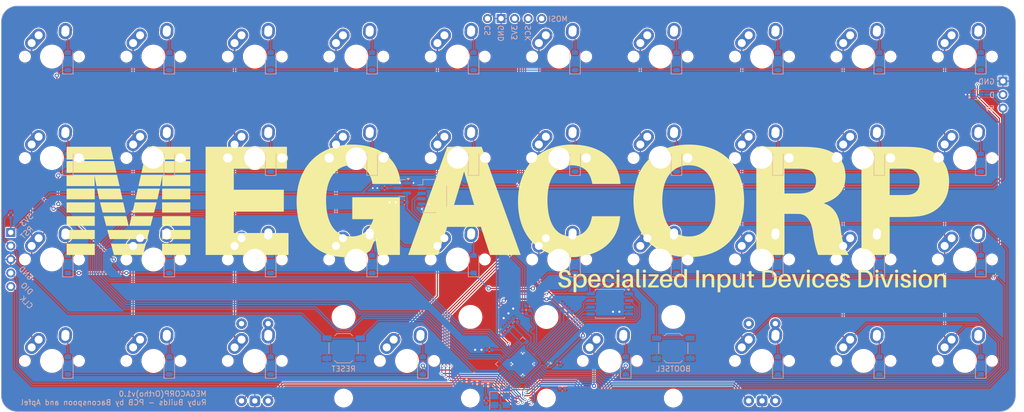
<source format=kicad_pcb>
(kicad_pcb (version 20241229) (generator "pcbnew") (generator_version "9.0")
  (layers (0 "F.Cu" signal) (2 "B.Cu" signal) (13 "F.Paste" user) (15 "B.Paste" user) (5 "F.SilkS" user "F.Silkscreen") (7 "B.SilkS" user "B.Silkscreen") (1 "F.Mask" user) (3 "B.Mask" user) (25 "Edge.Cuts" user))
  (net 0 "")
  (net 1 "ROW 0")
  (net 2 "ROW 1")
  (net 3 "ROW 2")
  (net 4 "ROW 3")
  (net 5 "COL 0")
  (net 6 "COL 1")
  (net 7 "COL 2")
  (net 8 "COL 3")
  (net 9 "COL 4")
  (net 10 "COL 5")
  (net 11 "COL 6")
  (net 12 "COL 7")
  (net 13 "COL 8")
  (net 14 "COL 9")
  (net 15 "+1V1")
  (net 16 "GND")
  (net 17 "+3V3")
  (net 18 "XTAL_IN")
  (net 19 "Net-(C_Crystal2-Pad2)")
  (net 20 "+5V")
  (net 21 "D-")
  (net 22 "D+")
  (net 23 "RESET")
  (net 24 "SWDIO")
  (net 25 "SWCLK")
  (net 26 "XTAL_OUT")
  (net 27 "Net-(U1-USB_DP)")
  (net 28 "Net-(U1-USB_DM)")
  (net 29 "Net-(R_Flash1-Pad2)")
  (net 30 "Net-(R_Flash2-Pad2)")
  (net 31 "CS")
  (net 32 "SD3")
  (net 33 "QSPI_CLK")
  (net 34 "SD0")
  (net 35 "SD2")
  (net 36 "SD1")
  (net 37 "Net-(D1-A)")
  (net 38 "Net-(D2-A)")
  (net 39 "Net-(D3-A)")
  (net 40 "Net-(D4-A)")
  (net 41 "Net-(D5-A)")
  (net 42 "Net-(D6-A)")
  (net 43 "Net-(D7-A)")
  (net 44 "Net-(D8-A)")
  (net 45 "Net-(D9-A)")
  (net 46 "Net-(D10-A)")
  (net 47 "Net-(D11-A)")
  (net 48 "Net-(D12-A)")
  (net 49 "Net-(D13-A)")
  (net 50 "Net-(D14-A)")
  (net 51 "Net-(D15-A)")
  (net 52 "Net-(D16-A)")
  (net 53 "Net-(D17-A)")
  (net 54 "Net-(D18-A)")
  (net 55 "Net-(D19-A)")
  (net 56 "Net-(D20-A)")
  (net 57 "Net-(D22-A)")
  (net 58 "Net-(D23-A)")
  (net 59 "Net-(D24-A)")
  (net 60 "Net-(D25-A)")
  (net 61 "Net-(D26-A)")
  (net 62 "Net-(D27-A)")
  (net 63 "Net-(D28-A)")
  (net 64 "Net-(D29-A)")
  (net 65 "Net-(D30-A)")
  (net 66 "Net-(D31-A)")
  (net 67 "Net-(D32-A)")
  (net 68 "Net-(D33-A)")
  (net 69 "Net-(D34-A)")
  (net 70 "Net-(D35-A)")
  (net 71 "Net-(D36-A)")
  (net 74 "ENC1_R")
  (net 75 "ENC1_L")
  (net 76 "ENC2_R")
  (net 81 "ENC2_L")
  (net 82 "SPI1_TX_MOSI")
  (net 84 "Net-(D21-A)")
  (net 85 "SPI1_SCK")
  (net 86 "SPI1_CS")
  (net 88 "LED_DATA_5V")
  (net 89 "Net-(D37-A)")
  (net 90 "Net-(D38-A)")
  (net 91 "LED_DATA_3V3")
  (footprint "PCM_Switch_Keyboard_Hybrid:SW_Hybrid_Cherry_MX_Alps_1.00u" (layer "F.Cu") (at 172.64048 77.39056)
    (property "Reference" "MX26" (hide yes))
    (property "Value" "MX-NoLED")
  )
  (footprint "PCM_Switch_Keyboard_Hybrid:SW_Hybrid_Cherry_MX_Alps_1.00u" (layer "F.Cu") (at 58.340576 77.39056)
    (property "Reference" "MX38" (hide yes))
    (property "Value" "MX-NoLED")
  )
  (footprint "PCM_Switch_Keyboard_Hybrid:SW_Hybrid_Cherry_MX_Alps_1.00u" (layer "F.Cu") (at 191.690464 77.39056)
    (property "Reference" "MX27" (hide yes))
    (property "Value" "MX-NoLED")
  )
  (footprint "PCM_Switch_Keyboard_Hybrid:SW_Hybrid_Cherry_MX_Alps_1.00u" (layer "F.Cu") (at 210.740449 39.290593)
    (property "Reference" "MX10" (hide yes))
    (property "Value" "MX-NoLED")
  )
  (footprint "PCM_Switch_Keyboard_Hybrid:SW_Hybrid_Cherry_MX_Alps_1.00u" (layer "F.Cu") (at 210.740448 96.440544)
    (property "Reference" "MX36" (hide yes))
    (property "Value" "MX-NoLED")
  )
  (footprint "PCM_Switch_Keyboard_Hybrid:SW_Hybrid_Cherry_MX_Alps_2.00u" (layer "F.Cu") (at 105.965536 96.440544)
    (property "Reference" "MX32" (hide yes))
    (property "Value" "MX-NoLED")
  )
  (footprint "PCM_Switch_Keyboard_Hybrid:SW_Hybrid_Cherry_MX_Alps_1.00u" (layer "F.Cu") (at 58.340576 39.290593)
    (property "Reference" "MX2" (hide yes))
    (property "Value" "MX-NoLED")
  )
  (footprint "Connector_PinHeader_2.54mm:PinHeader_1x03_P2.54mm_Vertical" (layer "F.Cu") (at 217.88435 43.894286)
    (property "Reference" "J4" (hide yes))
    (property "Value" "LED_STRIP")
  )
  (footprint "PCM_Switch_Keyboard_Hybrid:SW_Hybrid_Cherry_MX_Alps_1.00u" (layer "F.Cu") (at 210.740448 77.39056)
    (property "Reference" "MX28" (hide yes))
    (property "Value" "MX-NoLED")
  )
  (footprint "PCM_Switch_Keyboard_Hybrid:SW_Hybrid_Cherry_MX_Alps_1.00u" (layer "F.Cu") (at 39.290592 77.39056)
    (property "Reference" "MX20" (hide yes))
    (property "Value" "MX-NoLED")
  )
  (footprint "PCM_marbastlib-various:ROT_Alps_EC11E-Switch" (layer "F.Cu") (at 77.39056 96.440544)
    (property "Reference" "ENC1" (hide yes))
    (property "Value" "RotaryEncoder_Switch")
  )
  (footprint "PCM_Switch_Keyboard_Hybrid:SW_Hybrid_Cherry_MX_Alps_1.00u" (layer "F.Cu") (at 39.290592 58.340575)
    (property "Reference" "MX11" (hide yes))
    (property "Value" "MX-NoLED")
  )
  (footprint "PCM_Switch_Keyboard_Hybrid:SW_Hybrid_Cherry_MX_Alps_1.00u" (layer "F.Cu") (at 134.540512 77.390561)
    (property "Reference" "MX24" (hide yes))
    (property "Value" "MX-NoLED")
  )
  (footprint "PCM_Switch_Keyboard_Hybrid:SW_Hybrid_Cherry_MX_Alps_1.00u" (layer "F.Cu") (at 172.640479 96.440544)
    (property "Reference" "MX34" (hide yes))
    (property "Value" "MX-NoLED")
  )
  (footprint "PCM_marbastlib-mx:STAB_MX_2u" (layer "F.Cu") (at 144.065504 96.440544 180)
    (property "Reference" "S2" (hide yes))
    (property "Value" "MX_stab")
  )
  (footprint "PCM_Switch_Keyboard_Hybrid:SW_Hybrid_Cherry_MX_Alps_1.00u" (layer "F.Cu") (at 210.740448 58.340576)
    (property "Reference" "MX19" (hide yes))
    (property "Value" "MX-NoLED")
  )
  (footprint "PCM_Switch_Keyboard_Hybrid:SW_Hybrid_Cherry_MX_Alps_1.00u" (layer "F.Cu") (at 96.440544 77.390561)
    (property "Reference" "MX22" (hide yes))
    (property "Value" "MX-NoLED")
  )
  (footprint "PCM_Switch_Keyboard_Hybrid:SW_Hybrid_Cherry_MX_Alps_1.00u" (layer "F.Cu") (at 115.490528 77.390561)
    (property "Reference" "MX23" (hide yes))
    (property "Value" "MX-NoLED")
  )
  (footprint "PCM_Switch_Keyboard_Hybrid:SW_Hybrid_Cherry_MX_Alps_1.00u" (layer "F.Cu") (at 77.390559 39.290593)
    (property "Reference" "MX3" (hide yes))
    (property "Value" "MX-NoLED")
  )
  (footprint "PCM_Switch_Keyboard_Hybrid:SW_Hybrid_Cherry_MX_Alps_1.00u" (layer "F.Cu") (at 58.340576 96.440544)
    (property "Reference" "MX30" (hide yes))
    (property "Value" "MX-NoLED")
  )
  (footprint "PCM_Switch_Keyboard_Hybrid:SW_Hybrid_Cherry_MX_Alps_1.00u" (layer "F.Cu") (at 115.490528 58.340575)
    (property "Reference" "MX15" (hide yes))
    (property "Value" "MX-NoLED")
  )
  (footprint "PCM_Switch_Keyboard_Hybrid:SW_Hybrid_Cherry_MX_Alps_1.00u" (layer "F.Cu") (at 39.290592 39.290593)
    (property "Reference" "MX1" (hide yes))
    (property "Value" "MX-NoLED")
  )
  (footprint "PCM_Switch_Keyboard_Hybrid:SW_Hybrid_Cherry_MX_Alps_1.00u" (layer "F.Cu") (at 96.440543 39.290593)
    (property "Reference" "MX4" (hide yes))
    (property "Value" "MX-NoLED")
  )
  (footprint "PCM_marbastlib-mx:STAB_MX_2u" (layer "F.Cu") (at 105.965536 96.440544 180)
    (property "Reference" "S1" (hide yes))
    (property "Value" "MX_stab")
  )
  (footprint "PCM_Switch_Keyboard_Hybrid:SW_Hybrid_Cherry_MX_Alps_1.00u" (layer "F.Cu") (at 134.540512 39.290593)
    (property "Reference" "MX6" (hide yes))
    (property "Value" "MX-NoLED")
  )
  (footprint "PCM_Switch_Keyboard_Hybrid:SW_Hybrid_Cherry_MX_Alps_1.00u" (layer "F.Cu") (at 115.490528 39.290593)
    (property "Reference" "MX5" (hide yes))
    (property "Value" "MX-NoLED")
  )
  (footprint "PCM_Switch_Keyboard_Hybrid:SW_Hybrid_Cherry_MX_Alps_1.00u" (layer "F.Cu") (at 96.440544 58.340575)
    (property "Reference" "MX14" (hide yes))
    (property "Value" "MX-NoLED")
  )
  (footprint "PCM_Switch_Keyboard_Hybrid:SW_Hybrid_Cherry_MX_Alps_1.00u" (layer "F.Cu") (at 191.690464 96.440544)
    (property "Reference" "MX35" (hide yes))
    (property "Value" "MX-NoLED")
  )
  (footprint "PCM_Switch_Keyboard_Hybrid:SW_Hybrid_Cherry_MX_Alps_1.00u" (layer "F.Cu") (at 172.64048 39.290593)
    (property "Reference" "MX8" (hide yes))
    (property "Value" "MX-NoLED")
  )
  (footprint "PCM_Switch_Keyboard_Hybrid:SW_Hybrid_Cherry_MX_Alps_1.00u" (layer "F.Cu") (at 153.590496 39.290593)
    (property "Reference" "MX7" (hide yes))
    (property "Value" "MX-NoLED")
  )
  (footprint "PCM_marbastlib-various:ROT_Alps_EC11E-Switch" (layer "F.Cu") (at 172.640479 96.440544)
    (property "Reference" "ENC2" (hide yes))
    (property "Value" "RotaryEncoder_Switch")
  )
  (footprint "PCM_Switch_Keyboard_Hybrid:SW_Hybrid_Cherry_MX_Alps_1.00u" (layer "F.Cu") (at 134.540511 58.340576)
    (property "Reference" "MX16" (hide yes))
    (property "Value" "MX-NoLED")
  )
  (footprint "PCM_Switch_Keyboard_Hybrid:SW_Hybrid_Cherry_MX_Alps_1.00u" (layer "F.Cu") (at 58.340576 58.340576)
    (property "Reference" "MX12" (hide yes))
    (property "Value" "MX-NoLED")
  )
  (footprint "PCM_Switch_Keyboard_Hybrid:SW_Hybrid_Cherry_MX_Alps_1.00u" (layer "F.Cu") (at 191.690464 39.290593)
    (property "Reference" "MX9" (hide yes))
    (property "Value" "MX-NoLED")
  )
  (footprint "PCM_Switch_Keyboard_Hybrid:SW_Hybrid_Cherry_MX_Alps_1.00u" (layer "F.Cu") (at 77.39056 77.39056)
    (property "Reference" "MX21" (hide yes))
    (property "Value" "MX-NoLED")
  )
  (footprint "PCM_Switch_Keyboard_Hybrid:SW_Hybrid_Cherry_MX_Alps_1.00u" (layer "F.Cu") (at 39.290592 96.440544)
    (property "Reference" "MX29" (hide yes))
    (property "Value" "MX-NoLED")
  )
  (footprint "PCM_Switch_Keyboard_Hybrid:SW_Hybrid_Cherry_MX_Alps_2.00u" (layer "F.Cu") (at 144.065504 96.440544)
    (property "Reference" "MX33" (hide yes))
    (property "Value" "MX-NoLED")
  )
  (footprint "PCM_Switch_Keyboard_Hybrid:SW_Hybrid_Cherry_MX_Alps_1.00u" (layer "F.Cu") (at 77.39056 96.440544)
    (property "Reference" "MX31" (hide yes))
    (property "Value" "MX-NoLED")
  )
  (footprint "PCM_Switch_Keyboard_Hybrid:SW_Hybrid_Cherry_MX_Alps_1.00u" (layer "F.Cu") (at 153.590496 58.340576)
    (property "Reference" "MX17" (hide yes))
    (property "Value" "MX-NoLED")
  )
  (footprint "PCM_Switch_Keyboard_Hybrid:SW_Hybrid_Cherry_MX_Alps_1.00u" (layer "F.Cu") (at 77.39056 58.340576)
    (property "Reference" "MX13" (hide yes))
    (property "Value" "MX-NoLED")
  )
  (footprint "PCM_Switch_Keyboard_Hybrid:SW_Hybrid_Cherry_MX_Alps_1.00u" (layer "F.Cu") (at 153.590496 77.39056)
    (property "Reference" "MX25" (hide yes))
    (property "Value" "MX-NoLED")
  )
  (footprint "PCM_Switch_Keyboard_Hybrid:SW_Hybrid_Cherry_MX_Alps_1.00u" (layer "F.Cu") (at 191.690464 58.340576)
    (property "Reference" "MX37" (hide yes))
    (property "Value" "MX-NoLED")
  )
  (footprint "Connector_PinHeader_2.54mm:PinHeader_1x05_P2.54mm_Vertical" (layer "F.Cu") (at 121.09435 32.146786 90)
    (property "Reference" "J3" (hide yes))
    (property "Value" "nice!view")
  )
  (footprint "PCM_Switch_Keyboard_Hybrid:SW_Hybrid_Cherry_MX_Alps_1.00u" (layer "F.Cu") (at 172.64048 58.340576)
    (property "Reference" "MX18" (hide yes))
    (property "Value" "MX-NoLED")
  )
  (footprint "Capacitor_SMD:C_0402_1005Metric" (layer "B.Cu") (at 123.834211 91.287568 135)
    (property "Reference" "C_3V-Decoup1" (hide yes))
    (property "Value" "10u")
  )
  (footprint "Diode_SMD:D_SOD-123" (layer "B.Cu") (at 61.317136 97.333513 90)
    (property "Reference" "D30" (hide yes))
    (property "Value" "1N4148W")
  )
  (footprint "Capacitor_SMD:C_0402_1005Metric" (layer "B.Cu") (at 119.1356 100.555536 180)
    (property "Reference" "C_3V-Decoup6" (hide yes))
    (property "Value" "100n")
  )
  (footprint "Diode_SMD:D_SOD-123" (layer "B.Cu") (at 42.267152 59.233542 90)
    (property "Reference" "D11" (hide yes))
    (property "Value" "1N4148W")
  )
  (footprint "Button_Switch_SMD:SW_SPST_TL3342" (layer "B.Cu") (at 155.971745 94.059297)
    (property "Reference" "SW2" (hide yes))
    (property "Value" "BOOTSEL" (hide yes))
  )
  (footprint "Diode_SMD:D_SOD-123" (layer "B.Cu") (at 213.717008 97.333513 90)
    (property "Reference" "D36" (hide yes))
    (property "Value" "1N4148W")
  )
  (footprint "Diode_SMD:D_SOD-123" (layer "B.Cu") (at 61.317136 78.283528 90)
    (property "Reference" "D38" (hide yes))
    (property "Value" "1N4148W")
  )
  (footprint "Resistor_SMD:R_0402_1005Metric" (layer "B.Cu") (at 121.2056 100.955536)
    (property "Reference" "R_Crystal1" (hide yes))
    (property "Value" "1k")
  )
  (footprint "Capacitor_SMD:C_0402_1005Metric" (layer "B.Cu") (at 105.485537 66.674945 180)
    (property "Reference" "C_LD2" (hide yes))
    (property "Value" "1u")
  )
  (footprint "Diode_SMD:D_SOD-123" (layer "B.Cu") (at 147.042064 97.333513 90)
    (property "Reference" "D33" (hide yes))
    (property "Value" "1N4148W")
  )
  (footprint "Package_SO:SOIC-8_5.23x5.23mm_P1.27mm" (layer "B.Cu") (at 144.065504 85.724928 180)
    (property "Reference" "U2" (hide yes))
    (property "Value" "W25Q128JVS")
  )
  (footprint "Diode_SMD:D_SOD-123" (layer "B.Cu") (at 99.417104 40.183561 90)
    (property "Reference" "D4" (hide yes))
    (property "Value" "1N4148W")
  )
  (footprint "Resistor_SMD:R_0402_1005Metric" (layer "B.Cu") (at 145.256128 82.153057)
    (property "Reference" "R_Flash2" (hide yes))
    (property "Value" "5k1")
  )
  (footprint "Capacitor_SMD:C_0402_1005Metric" (layer "B.Cu") (at 101.753819 63.984321 180)
    (property "Reference" "C_LD1" (hide yes))
    (property "Value" "1u")
  )
  (footprint "Diode_SMD:D_SOD-123" (layer "B.Cu") (at 61.317136 40.18356 90)
    (property "Reference" "D2" (hide yes))
    (property "Value" "1N4148W")
  )
  (footprint "Capacitor_SMD:C_0402_1005Metric" (layer "B.Cu") (at 125.518007 89.603772 135)
    (property "Reference" "C_3V-Decoup2" (hide yes))
    (property "Value" "1u")
  )
  (footprint "Diode_SMD:D_SOD-123" (layer "B.Cu") (at 80.36712 78.283528 90)
    (property "Reference" "D21" (hide yes))
    (property "Value" "1N4148W")
  )
  (footprint "Diode_SMD:D_SOD-123" (layer "B.Cu") (at 194.667024 40.18356 90)
    (property "Reference" "D9" (hide yes))
    (property "Value" "1N4148W")
  )
  (footprint "Capacitor_SMD:C_0402_1005Metric" (layer "B.Cu") (at 123.2356 101.365536)
    (property "Reference" "C_Crystal1" (hide yes))
    (property "Value" "22p")
  )
  (footprint "Diode_SMD:D_SOD-123" (layer "B.Cu") (at 194.667024 78.283529 90)
    (property "Reference" "D27" (hide yes))
    (property "Value" "1N4148W")
  )
  (footprint "Diode_SMD:D_SOD-123" (layer "B.Cu") (at 137.517072 78.283529 90)
    (property "Reference" "D24" (hide yes))
    (property "Value" "1N4148W")
  )
  (footprint "Diode_SMD:D_SOD-123" (layer "B.Cu") (at 42.267152 78.283527 90)
    (property "Reference" "D20" (hide yes))
    (property "Value" "1N4148W")
  )
  (footprint "Package_TO_SOT_SMD:SOT-23" (layer "B.Cu") (at 105.028036 63.984321 180)
    (property "Reference" "U3" (hide yes))
    (property "Value" "XC6206P332MR")
  )
  (footprint "Diode_SMD:D_SOD-123" (layer "B.Cu") (at 80.36712 59.233543 90)
    (property "Reference" "D13" (hide yes))
    (property "Value" "1N4148W")
  )
  (footprint "Crystal:Crystal_SMD_3225-4Pin_3.2x2.5mm" (layer "B.Cu") (at 123.52724 103.881945)
    (property "Reference" "Y1" (hide yes))
    (property "Value" "12MHz")
  )
  (footprint "Resistor_SMD:R_0402_1005Metric" (layer "B.Cu") (at 127.99208 87.213208 -45)
    (property "Reference" "R_DATA2" (hide yes))
    (property "Value" "27")
  )
  (footprint "Capacitor_SMD:C_0402_1005Metric" (layer "B.Cu") (at 135.731136 86.915553 45)
    (property "Reference" "C_3V-Decoup9" (hide yes))
    (property "Value" "100n")
  )
  (footprint "Connector_PinHeader_2.54mm:PinHeader_1x05_P2.54mm_Vertical" (layer "B.Cu") (at 31.551536 72.315561 180)
    (property "Reference" "J2" (hide yes))
    (property "Value" "SWD")
  )
  (footprint "Diode_SMD:D_SOD-123" (layer "B.Cu") (at 80.36712 97.333513 90)
    (property "Reference" "D31" (hide yes))
    (property "Value" "1N4148W")
  )
  (footprint "Diode_SMD:D_SOD-123" (layer "B.Cu") (at 175.617039 59.233543 90)
    (property "Reference" "D18" (hide yes))
    (property "Value" "1N4148W")
  )
  (footprint "Capacitor_SMD:C_0402_1005Metric" (layer "B.Cu") (at 135.1456 101.685536)
    (property "Reference" "C_3V-Decoup4" (hide yes))
    (property "Value" "100n")
  )
  (footprint "Diode_SMD:D_SOD-123" (layer "B.Cu") (at 99.417104 59.233543 90)
    (property "Reference" "D14" (hide yes))
    (property "Value" "1N4148W")
  )
  (footprint "Diode_SMD:D_SOD-123" (layer "B.Cu") (at 156.567056 40.18356 90)
    (property "Reference" "D7" (hide yes))
    (property "Value" "1N4148W")
  )
  (footprint "Diode_SMD:D_SOD-123" (layer "B.Cu") (at 194.667024 97.333513 90)
    (property "Reference" "D35" (hide yes))
    (property "Value" "1N4148W")
  )
  (footprint "Diode_SMD:D_SOD-123" (layer "B.Cu") (at 175.61704 97.333513 90)
    (property "Reference" "D34" (hide yes))
    (property "Value" "1N4148W")
  )
  (footprint "Diode_SMD:D_SOD-123" (layer "B.Cu") (at 42.267152 40.18356 90)
    (property "Reference" "D1" (hide yes))
    (property "Value" "1N4148W")
  )
  (footprint "Diode_SMD:D_SOD-123" (layer "B.Cu") (at 42.267152 97.333513 90)
    (property "Reference" "D29" (hide yes))
    (property "Value" "1N4148W")
  )
  (footprint "Diode_SMD:D_SOD-123" (layer "B.Cu") (at 118.467088 40.183561 90)
    (property "Reference" "D5" (hide yes))
    (property "Value" "1N4148W")
  )
  (footprint "Diode_SMD:D_SOD-123" (layer "B.Cu") (at 175.61704 78.283529 90)
    (property "Reference" "D26" (hide yes))
    (property "Value" "1N4148W")
  )
  (footprint "Diode_SMD:D_SOD-123" (layer "B.Cu") (at 175.61704 40.18356 90)
    (property "Reference" "D8" (hide yes))
    (property "Value" "1N4148W")
  )
  (footprint "Capacitor_SMD:C_0402_1005Metric" (layer "B.Cu") (at 121.443648 94.356953 180)
    (property "Reference" "C_3V-Decoup8" (hide yes))
    (property "Value" "100n")
  )
  (footprint "Capacitor_SMD:C_0402_1005Metric" (layer "B.Cu") (at 120.848337 103.881945 90)
    (property "Reference" "C_Crystal2" (hide yes))
    (property "Value" "22p")
  )
  (footprint "Capacitor_SMD:C_0402_1005Metric" (layer "B.Cu") (at 134.838168 86.022585 45)
    (property "Reference" "C_3V-Decoup3" (hide yes))
    (property "Value" "100n")
  )
  (footprint "Diode_SMD:D_SOD-123" (layer "B.Cu") (at 61.317136 59.233543 90)
    (property "Reference" "D12" (hide yes))
    (property "Value" "1N4148W")
  )
  (footprint "Diode_SMD:D_SOD-123" (layer "B.Cu") (at 137.517072 40.183561 90)
    (property "Reference" "D6" (hide yes))
    (property "Value" "1N4148W")
  )
  (footprint "Resistor_SMD:R_0402_1005Metric" (layer "B.Cu") (at 142.87488 82.153057)
    (property "Reference" "R_Flash1" (hide yes))
    (property "Value" "5k1")
  )
  (footprint "Connector_JST:JST_SH_SM04B-SRSS-TB_1x04-1MP_P1.00mm_Horizontal" (layer "B.Cu") (at 110.728032 65.484321 -90)
    (property "Reference" "J1" (hide yes))
    (property "Value" "SM04B-SRSS-TB(LF)(SN)")
  )
  (footprint "Diode_SMD:D_SOD-123" (layer "B.Cu") (at 194.667024 59.233543 90)
    (property "Reference" "D37" (hide yes))
    (property "Value" "1N4148W")
  )
  (footprint "Diode_SMD:D_SOD-123" (layer "B.Cu") (at 156.567056 78.283529 90)
    (property "Reference" "D25" (hide yes))
    (property "Value" "1N4148W")
  )
  (footprint "Capacitor_SMD:C_0402_1005Metric" (layer "B.Cu") (at 126.359905 88.761874 135)
    (property "Reference" "C_1V-Decoup3" (hide yes))
    (property "Value" "100n")
  )
  (footprint "Resistor_SMD:R_0402_1005Metric" (layer "B.Cu") (at 128.683828 86.521461 -45)
    (property "Reference" "R_DATA1" (hide yes))
    (property "Value" "27")
  )
  (footprint "Diode_SMD:D_SOD-123" (layer "B.Cu") (at 156.567056 59.233544 90)
    (property "Reference" "D17" (hide yes))
    (property "Value" "1N4148W")
  )
  (footprint "Capacitor_SMD:C_0402_1005Metric" (layer "B.Cu") (at 140.791288 82.153057)
    (property "Reference" "C_Flash1" (hide yes))
    (property "Value" "100n")
  )
  (footprint "Resistor_SMD:R_0402_1005Metric" (layer "B.Cu") (at 31.551536 69.056192 90)
    (property "Reference" "R_RST1" (hide yes))
    (property "Value" "5k1")
  )
  (footprint "Diode_SMD:D_SOD-123" (layer "B.Cu") (at 118.467088 78.283529 90)
    (property "Reference" "D23" (hide yes))
    (property "Value" "1N4148W")
  )
  (footprint "Diode_SMD:D_SOD-123" (layer "B.Cu") (at 99.417103 78.283529 90)
    (property "Reference" "D22" (hide yes))
    (property "Value" "1N4148W")
  )
  (footprint "Diode_SMD:D_SOD-123" (layer "B.Cu") (at 118.467088 59.233543 90)
    (property "Reference" "D15" (hide yes))
    (property "Value" "1N4148W")
  )
  (footprint "Capacitor_SMD:C_0402_1005Metric" (layer "B.Cu") (at 134.480127 96.882096 -45)
    (property "Reference" "C_3V-Decoup5" (hide yes))
    (property "Value" "100n")
  )
  (footprint "Capacitor_SMD:C_0402_1005Metric" (layer "B.Cu") (at 124.676109 90.44567 135)
    (property "Reference" "C_3V-Decoup7" (hide yes))
    (property "Value" "100n")
  )
  (footprint "Diode_SMD:D_SOD-123" (layer "B.Cu") (at 213.717008 78.283527 90)
    (property "Reference" "D28" (hide yes))
    (property "Value" "1N4148W")
  )
  (footprint "Diode_SMD:D_SOD-123" (layer "B.Cu") (at 213.717008 59.233543 90)
    (property "Reference" "D19" (hide yes))
    (property "Value" "1N4148W")
  )
  (footprint "Diode_SMD:D_SOD-123" (layer "B.Cu") (at 213.717008 40.18356 90)
    (property "Reference" "D10" (hide yes))
    (property "Value" "1N4148W")
  )
  (footprint "Capacitor_SMD:C_0402_1005Metric" (layer "B.Cu") (at 136.624104 87.808521 45)
    (property "Reference" "C_1V-Decoup2" (hide yes))
    (property "Value" "100n")
  )
  (footprint "Diode_SMD:D_SOD-123" (layer "B.Cu") (at 108.942096 97.333513 90)
    (property "Reference" "D32" (hide yes))
    (property "Value" "1N4148W")
  )
  (footprint "Button_Switch_SMD:SW_SPST_TL3342" (layer "B.Cu") (at 94.059296 94.059297)
    (property "Reference" "SW1" (hide yes))
    (property "Value" "RESET" (hide yes))
  )
  (footprint "Package_DFN_QFN:QFN-56-1EP_7x7mm_P0.4mm_EP3.2x3.2mm_ThermalVias" (layer "B.Cu") (at 127.694424 97.035857 135)
    (property "Reference" "U1" (hide yes))
    (property "Value" "RP2040")
  )
  (footprint "Diode_SMD:D_SOD-123" (layer "B.Cu") (at 80.36712 40.18356 90)
    (property "Reference" "D3" (hide yes))
    (property "Value" "1N4148W")
  )
  (footprint "Package_TO_SOT_SMD:SOT-563" (layer "B.Cu") (at 213.12185 46.434286)
    (property "Reference" "U4" (hide yes))
    (property "Value" "SN74LVC1T45DRL")
  )
  (footprint "Capacitor_SMD:C_0402_1005Metric" (layer "B.Cu") (at 117.1556 100.125536 180)
    (property "Reference" "C_1V-Decoup1" (hide yes))
    (property "Value" "1u")
  )
  (footprint "Diode_SMD:D_SOD-123" (layer "B.Cu") (at 137.517072 59.233544 90)
    (property "Reference" "D16" (hide yes))
    (property "Value" "1N4148W")
  )
  (footprint "Resistor_SMD:R_0402_1005Metric" (layer "B.Cu") (at 147.33972 82.153057)
    (property "Reference" "R_Flash3" (hide yes))
    (property "Value" "1k")
  )
  (gr_poly (pts (xy 53.118117 68.586415) (xy 48.815266 68.586415) (xy 48.660154 68.002452) (xy 48.578314 67.691596) (xy 48.49466 67.365556) (xy 48.409669 67.025886) (xy 48.323818 66.674138) (xy 52.683622 66.674138)) (stroke (width -0.000001)) (fill yes) (layer "F.SilkS"))
  (gr_poly (pts (xy 160.806019 82.632712) (xy 160.292437 82.632712) (xy 160.292437 79.408232) (xy 160.806019 79.408232)) (stroke (width -0.000001)) (fill yes) (layer "F.SilkS"))
  (gr_poly (pts (xy 127.318961 76.541945) (xy 121.548608 76.541945) (xy 119.841087 71.27101) (xy 113.511126 71.27101) (xy 111.803594 76.541945) (xy 106.180299 76.541945) (xy 109.568761 67.152251) (xy 114.806557 67.152251) (xy 118.575092 67.152251) (xy 116.690777 60.905916) (xy 114.806557 67.152251) (xy 109.568761 67.152251) (xy 113.511126 56.227648) (xy 119.98823 56.227648)) (stroke (width -0.000001)) (fill yes) (layer "F.SilkS"))
  (gr_poly (pts (xy 53.684301 71.077468) (xy 49.476833 71.077468) (xy 48.994549 69.261685) (xy 53.271659 69.261685)) (stroke (width -0.000001)) (fill yes) (layer "F.SilkS"))
  (gr_poly (pts (xy 199.844775 56.234091) (xy 200.242557 56.243175) (xy 200.623763 56.257087) (xy 200.996682 56.276516) (xy 201.369602 56.302152) (xy 201.75081 56.334682) (xy 202.148594 56.374797) (xy 202.148594 56.374795) (xy 202.696672 56.461369) (xy 203.235006 56.58889) (xy 203.760061 56.757623) (xy 204.268303 56.967832) (xy 204.756196 57.219781) (xy 204.991408 57.361491) (xy 205.220208 57.513736) (xy 205.442153 57.676548) (xy 205.656802 57.849961) (xy 205.863714 58.034007) (xy 206.062446 58.22872) (xy 206.252556 58.434133) (xy 206.433603 58.650279) (xy 206.605145 58.877191) (xy 206.766741 59.114902) (xy 206.917947 59.363445) (xy 207.058323 59.622854) (xy 207.187427 59.89316) (xy 207.304817 60.174399) (xy 207.41005 60.466601) (xy 207.502686 60.769801) (xy 207.582283 61.084032) (xy 207.648398 61.409327) (xy 207.70059 61.745718) (xy 207.738417 62.09324) (xy 207.761437 62.451924) (xy 207.769208 62.821805) (xy 207.761437 63.191677) (xy 207.738417 63.550354) (xy 207.70059 63.89787) (xy 207.648398 64.234256) (xy 207.582283 64.559547) (xy 207.502686 64.873774) (xy 207.41005 65.176972) (xy 207.304817 65.469172) (xy 207.187427 65.750409) (xy 207.058323 66.020715) (xy 206.917947 66.280124) (xy 206.766741 66.528667) (xy 206.605145 66.766379) (xy 206.433603 66.993292) (xy 206.252556 67.20944) (xy 206.062446 67.414855) (xy 205.863714 67.60957) (xy 205.656802 67.793619) (xy 205.442153 67.967035) (xy 205.220208 68.12985) (xy 204.991408 68.282097) (xy 204.756196 68.42381) (xy 204.515014 68.555022) (xy 204.268303 68.675765) (xy 204.016504 68.786073) (xy 203.760061 68.885979) (xy 203.235006 69.054715) (xy 202.696672 69.182239) (xy 202.148594 69.268815) (xy 201.75081 69.308927) (xy 201.369602 69.341447) (xy 200.996683 69.367068) (xy 200.623765 69.38648) (xy 200.242559 69.400375) (xy 199.84478 69.409444) (xy 198.966347 69.41587) (xy 196.609017 69.41587) (xy 196.609017 76.541945) (xy 191.312426 76.541945) (xy 191.312426 65.297116) (xy 196.609017 65.297116) (xy 198.671687 65.297116) (xy 199.074963 65.296656) (xy 199.445111 65.293435) (xy 199.617762 65.289927) (xy 199.782131 65.284693) (xy 199.938217 65.277388) (xy 200.086021 65.267668) (xy 200.086021 65.267666) (xy 200.333535 65.237606) (xy 200.567584 65.191574) (xy 200.679451 65.162542) (xy 200.787821 65.129484) (xy 200.892653 65.092391) (xy 200.993902 65.051251) (xy 201.091525 65.006053) (xy 201.18548 64.956787) (xy 201.275723 64.903441) (xy 201.362211 64.846006) (xy 201.444901 64.78447) (xy 201.523749 64.718822) (xy 201.598713 64.649052) (xy 201.66975 64.575149) (xy 201.736815 64.497103) (xy 201.799867 64.414901) (xy 201.858861 64.328534) (xy 201.913755 64.237991) (xy 201.964506 64.143261) (xy 202.01107 64.044333) (xy 202.053404 63.941197) (xy 202.091465 63.833841) (xy 202.12521 63.722255) (xy 202.154596 63.606428) (xy 202.17958 63.48635) (xy 202.200117 63.362009) (xy 202.216166 63.233395) (xy 202.227683 63.100496) (xy 202.234625 62.963303) (xy 202.236948 62.821805) (xy 202.234625 62.680298) (xy 202.227683 62.543097) (xy 202.216166 62.410192) (xy 202.200116 62.281571) (xy 202.179578 62.157225) (xy 202.154594 62.037141) (xy 202.125208 61.921309) (xy 202.091462 61.809719) (xy 202.053401 61.702359) (xy 202.011066 61.599219) (xy 201.964501 61.500289) (xy 201.91375 61.405556) (xy 201.858855 61.315011) (xy 201.79986 61.228643) (xy 201.736808 61.146441) (xy 201.669742 61.068394) (xy 201.598705 60.994491) (xy 201.523741 60.924722) (xy 201.444892 60.859076) (xy 201.362202 60.797542) (xy 201.275714 60.740109) (xy 201.185471 60.686767) (xy 201.091516 60.637504) (xy 200.993893 60.59231) (xy 200.892644 60.551174) (xy 200.787813 60.514086) (xy 200.679443 60.481034) (xy 200.567578 60.452008) (xy 200.45226 60.426997) (xy 200.333532 60.40599) (xy 200.211438 60.388977) (xy 200.086021 60.375946) (xy 199.938217 60.366226) (xy 199.782132 60.358922) (xy 199.445115 60.350179) (xy 199.074968 60.346958) (xy 198.671687 60.346498) (xy 196.609017 60.346498) (xy 196.609017 65.297116) (xy 191.312426 65.297116) (xy 191.312426 56.227651) (xy 198.966337 56.227651)) (stroke (width -0.000001)) (fill yes) (layer "F.SilkS"))
  (gr_poly (pts (xy 203.37464 80.087592) (xy 203.449069 80.092589) (xy 203.521105 80.10082) (xy 203.590745 80.112205) (xy 203.657986 80.126667) (xy 203.722824 80.144124) (xy 203.785257 80.164498) (xy 203.845281 80.187709) (xy 203.902893 80.213679) (xy 203.95809 80.242327) (xy 204.010868 80.273575) (xy 204.061225 80.307342) (xy 204.109157 80.34355) (xy 204.15466 80.38212) (xy 204.197732 80.422971) (xy 204.238369 80.466025) (xy 204.276569 80.511202) (xy 204.312327 80.558423) (xy 204.345641 80.607608) (xy 204.376508 80.658679) (xy 204.404924 80.711555) (xy 204.430885 80.766158) (xy 204.45439 80.822408) (xy 204.475434 80.880226) (xy 204.494014 80.939532) (xy 204.510128 81.000247) (xy 204.523771 81.062291) (xy 204.534941 81.125586) (xy 204.549848 81.25561) (xy 204.554823 81.389682) (xy 204.553578 81.457198) (xy 204.549848 81.523807) (xy 204.543634 81.589427) (xy 204.534941 81.653977) (xy 204.523771 81.717377) (xy 204.510128 81.779545) (xy 204.494014 81.8404) (xy 204.475434 81.899862) (xy 204.45439 81.957849) (xy 204.430885 82.01428) (xy 204.404924 82.069074) (xy 204.376508 82.12215) (xy 204.345641 82.173428) (xy 204.312327 82.222825) (xy 204.276569 82.270261) (xy 204.238369 82.315655) (xy 204.197732 82.358925) (xy 204.15466 82.399992) (xy 204.109157 82.438773) (xy 204.061225 82.475188) (xy 204.010868 82.509155) (xy 203.95809 82.540594) (xy 203.902893 82.569423) (xy 203.845281 82.595562) (xy 203.785257 82.618929) (xy 203.722824 82.639444) (xy 203.657986 82.657024) (xy 203.590745 82.67159) (xy 203.521105 82.683061) (xy 203.449069 82.691354) (xy 203.37464 82.696389) (xy 203.297822 82.698086) (xy 203.220586 82.696389) (xy 203.145793 82.691354) (xy 203.073443 82.683061) (xy 203.003536 82.67159) (xy 202.936074 82.657024) (xy 202.871056 82.639443) (xy 202.808484 82.618928) (xy 202.748358 82.595561) (xy 202.690679 82.569422) (xy 202.635447 82.540593) (xy 202.582663 82.509154) (xy 202.532328 82.475186) (xy 202.484442 82.438771) (xy 202.439005 82.39999) (xy 202.39602 82.358923) (xy 202.355485 82.315653) (xy 202.317402 82.270259) (xy 202.281772 82.222823) (xy 202.248594 82.173425) (xy 202.217871 82.122148) (xy 202.189601 82.069072) (xy 202.163787 82.014278) (xy 202.140428 81.957847) (xy 202.119525 81.89986) (xy 202.101079 81.840398) (xy 202.08509 81.779543) (xy 202.07156 81.717375) (xy 202.060488 81.653975) (xy 202.045723 81.523806) (xy 202.0408 81.389682) (xy 202.582355 81.389682) (xy 202.583121 81.441731) (xy 202.585407 81.492649) (xy 202.589203 81.542403) (xy 202.594494 81.590958) (xy 202.601268 81.63828) (xy 202.609513 81.684334) (xy 202.619215 81.729088) (xy 202.630362 81.772505) (xy 202.64294 81.814553) (xy 202.656937 81.855196) (xy 202.67234 81.894401) (xy 202.689136 81.932133) (xy 202.707312 81.968359) (xy 202.726856 82.003043) (xy 202.747754 82.036152) (xy 202.769994 82.067651) (xy 202.793563 82.097506) (xy 202.818448 82.125684) (xy 202.844636 82.152149) (xy 202.872114 82.176868) (xy 202.90087 82.199806) (xy 202.93089 82.220928) (xy 202.962163 82.240202) (xy 202.994674 82.257592) (xy 203.028411 82.273065) (xy 203.063361 82.286585) (xy 203.099512 82.29812) (xy 203.13685 82.307634) (xy 203.175363 82.315093) (xy 203.215038 82.320464) (xy 203.255862 82.323711) (xy 203.297822 82.324801) (xy 203.339351 82.323711) (xy 203.379771 82.320464) (xy 203.419068 82.315093) (xy 203.457228 82.307634) (xy 203.494238 82.29812) (xy 203.530084 82.286585) (xy 203.564752 82.273065) (xy 203.598228 82.257592) (xy 203.630499 82.240202) (xy 203.661552 82.220928) (xy 203.691372 82.199806) (xy 203.719945 82.176868) (xy 203.747258 82.152149) (xy 203.773298 82.125684) (xy 203.798049 82.097506) (xy 203.8215 82.067651) (xy 203.843636 82.036152) (xy 203.864443 82.003043) (xy 203.883907 81.968359) (xy 203.902016 81.932133) (xy 203.934109 81.855196) (xy 203.960614 81.772505) (xy 203.981419 81.684334) (xy 203.996416 81.590958) (xy 204.005495 81.492649) (xy 204.008546 81.389682) (xy 204.007781 81.337647) (xy 204.005495 81.286768) (xy 204.001702 81.237078) (xy 203.996416 81.18861) (xy 203.989651 81.141394) (xy 203.981419 81.095466) (xy 203.971736 81.050856) (xy 203.960614 81.007597) (xy 203.948067 80.965722) (xy 203.934109 80.925263) (xy 203.918754 80.886254) (xy 203.902016 80.848725) (xy 203.883907 80.81271) (xy 203.864443 80.778242) (xy 203.843636 80.745352) (xy 203.8215 80.714074) (xy 203.798049 80.684439) (xy 203.773298 80.656481) (xy 203.747258 80.630232) (xy 203.719945 80.605724) (xy 203.691372 80.58299) (xy 203.661552 80.562062) (xy 203.630499 80.542973) (xy 203.598228 80.525756) (xy 203.564752 80.510442) (xy 203.530084 80.497064) (xy 203.494238 80.485656) (xy 203.457228 80.476249) (xy 203.419068 80.468876) (xy 203.379771 80.463569) (xy 203.339351 80.460361) (xy 203.297822 80.459284) (xy 203.255862 80.460361) (xy 203.215038 80.463569) (xy 203.175363 80.468876) (xy 203.13685 80.476249) (xy 203.099512 80.485656) (xy 203.063361 80.497064) (xy 203.028411 80.510442) (xy 202.994674 80.525756) (xy 202.962163 80.542973) (xy 202.93089 80.562062) (xy 202.90087 80.58299) (xy 202.872114 80.605724) (xy 202.844636 80.630232) (xy 202.818448 80.656481) (xy 202.793563 80.684439) (xy 202.769994 80.714074) (xy 202.747754 80.745352) (xy 202.726856 80.778242) (xy 202.707312 80.81271) (xy 202.689136 80.848725) (xy 202.656937 80.925263) (xy 202.630362 81.007597) (xy 202.609513 81.095466) (xy 202.594494 81.18861) (xy 202.585407 81.286768) (xy 202.582355 81.389682) (xy 202.0408 81.389682) (xy 202.045723 81.25561) (xy 202.051875 81.190052) (xy 202.060488 81.125586) (xy 202.07156 81.062291) (xy 202.08509 81.000247) (xy 202.101079 80.939532) (xy 202.119525 80.880226) (xy 202.140428 80.822408) (xy 202.163787 80.766158) (xy 202.189601 80.711555) (xy 202.217871 80.658679) (xy 202.248594 80.607608) (xy 202.281772 80.558423) (xy 202.317402 80.511202) (xy 202.355485 80.466025) (xy 202.39602 80.422971) (xy 202.439005 80.38212) (xy 202.484442 80.34355) (xy 202.532328 80.307342) (xy 202.582663 80.273575) (xy 202.635447 80.242327) (xy 202.690679 80.213679) (xy 202.748358 80.187709) (xy 202.808484 80.164498) (xy 202.871056 80.144124) (xy 202.936074 80.126667) (xy 203.003536 80.112205) (xy 203.073443 80.10082) (xy 203.145793 80.092589) (xy 203.220586 80.087592) (xy 203.297822 80.085909)) (stroke (width -0.000001)) (fill yes) (layer "F.SilkS"))
  (gr_poly (pts (xy 65.267509 71.077468) (xy 59.97083 71.077468) (xy 59.97083 69.261685) (xy 65.267509 69.261685)) (stroke (width -0.000001)) (fill yes) (layer "F.SilkS"))
  (gr_poly (pts (xy 154.735283 80.087484) (xy 154.799841 80.092164) (xy 154.862431 80.099878) (xy 154.923043 80.110556) (xy 154.981666 80.124128) (xy 155.038291 80.140525) (xy 155.092908 80.159676) (xy 155.145506 80.181512) (xy 155.196075 80.205962) (xy 155.244606 80.232956) (xy 155.291089 80.262425) (xy 155.335512 80.294298) (xy 155.377867 80.328506) (xy 155.418143 80.364978) (xy 155.45633 80.403645) (xy 155.492418 80.444436) (xy 155.526397 80.487282) (xy 155.558256 80.532113) (xy 155.587987 80.578858) (xy 155.615578 80.627447) (xy 155.641019 80.677812) (xy 155.664301 80.729881) (xy 155.685414 80.783584) (xy 155.704347 80.838853) (xy 155.72109 80.895616) (xy 155.735634 80.953804) (xy 155.758081 81.074174) (xy 155.771609 81.199404) (xy 155.776136 81.328933) (xy 155.776104 81.328933) (xy 155.775958 81.36824) (xy 155.774936 81.415865) (xy 155.773822 81.442661) (xy 155.772161 81.471374) (xy 155.769843 81.501949) (xy 155.766758 81.534332) (xy 153.985986 81.534332) (xy 153.990602 81.588866) (xy 153.99653 81.641107) (xy 154.00374 81.691092) (xy 154.012202 81.738857) (xy 154.021887 81.78444) (xy 154.032763 81.827877) (xy 154.044802 81.869205) (xy 154.057973 81.908461) (xy 154.072247 81.945682) (xy 154.087593 81.980905) (xy 154.103981 82.014166) (xy 154.121382 82.045502) (xy 154.139766 82.074951) (xy 154.159103 82.102549) (xy 154.179363 82.128332) (xy 154.200515 82.152339) (xy 154.222531 82.174604) (xy 154.245379 82.195167) (xy 154.269031 82.214062) (xy 154.293456 82.231328) (xy 154.318625 82.247001) (xy 154.344506 82.261118) (xy 154.371071 82.273715) (xy 154.39829 82.28483) (xy 154.426133 82.294499) (xy 154.454569 82.302759) (xy 154.483568 82.309648) (xy 154.513102 82.315201) (xy 154.54314 82.319456) (xy 154.573651 82.32245) (xy 154.635976 82.324801) (xy 154.66384 82.324268) (xy 154.691299 82.322676) (xy 154.718331 82.320033) (xy 154.744915 82.31635) (xy 154.77103 82.311636) (xy 154.796654 82.305899) (xy 154.821766 82.299151) (xy 154.846345 82.291399) (xy 154.870368 82.282654) (xy 154.893816 82.272925) (xy 154.916665 82.262221) (xy 154.938895 82.250552) (xy 154.960485 82.237928) (xy 154.981413 82.224357) (xy 155.001657 82.209848) (xy 155.021196 82.194413) (xy 155.040009 82.178059) (xy 155.058075 82.160797) (xy 155.075371 82.142635) (xy 155.091877 82.123584) (xy 155.107571 82.103653) (xy 155.122431 82.08285) (xy 155.136437 82.061186) (xy 155.149566 82.03867) (xy 155.161798 82.015311) (xy 155.173111 81.991119) (xy 155.183484 81.966103) (xy 155.192895 81.940273) (xy 155.201323 81.913638) (xy 155.208745 81.886208) (xy 155.215142 81.857991) (xy 155.220492 81.828998) (xy 155.738805 81.828998) (xy 155.727678 81.883325) (xy 155.714469 81.935846) (xy 155.699234 81.986567) (xy 155.682027 82.035491) (xy 155.662899 82.082625) (xy 155.641907 82.127974) (xy 155.619102 82.171544) (xy 155.59454 82.213339) (xy 155.568273 82.253365) (xy 155.540355 82.291628) (xy 155.51084 82.328133) (xy 155.479782 82.362885) (xy 155.447235 82.395889) (xy 155.413252 82.427152) (xy 155.377886 82.456677) (xy 155.341193 82.484472) (xy 155.303225 82.51054) (xy 155.264035 82.534888) (xy 155.223679 82.55752) (xy 155.182209 82.578442) (xy 155.096144 82.615179) (xy 155.006269 82.64514) (xy 154.913015 82.668368) (xy 154.816812 82.684907) (xy 154.718088 82.694798) (xy 154.617274 82.698086) (xy 154.49479 82.693154) (xy 154.435147 82.686978) (xy 154.376651 82.67832) (xy 154.319365 82.667172) (xy 154.263349 82.653527) (xy 154.208665 82.637377) (xy 154.155373 82.618717) (xy 154.103536 82.597538) (xy 154.053215 82.573834) (xy 154.004471 82.547597) (xy 153.957366 82.51882) (xy 153.91196 82.487497) (xy 153.868315 82.453619) (xy 153.826493 82.417181) (xy 153.786555 82.378173) (xy 153.748562 82.336591) (xy 153.712576 82.292426) (xy 153.678657 82.245671) (xy 153.646868 82.196319) (xy 153.617269 82.144363) (xy 153.589922 82.089796) (xy 153.564889 82.032611) (xy 153.54223 81.9728) (xy 153.522007 81.910357) (xy 153.504281 81.845274) (xy 153.489114 81.777544) (xy 153.476568 81.707161) (xy 153.466702 81.634116) (xy 153.45958 81.558402) (xy 153.455261 81.480014) (xy 153.453808 81.398943) (xy 153.455263 81.326085) (xy 153.459592 81.254786) (xy 153.466745 81.185095) (xy 153.468214 81.175023) (xy 153.990717 81.175023) (xy 155.248562 81.175023) (xy 155.23963 81.09143) (xy 155.233728 81.051428) (xy 155.22687 81.012635) (xy 155.219056 80.975063) (xy 155.210288 80.938721) (xy 155.200567 80.903619) (xy 155.189892 80.869769) (xy 155.178266 80.837179) (xy 155.165689 80.805861) (xy 155.152161 80.775824) (xy 155.137684 80.747079) (xy 155.122258 80.719637) (xy 155.105884 80.693507) (xy 155.088564 80.668699) (xy 155.070297 80.645225) (xy 155.051086 80.623093) (xy 155.03093 80.602315) (xy 155.00983 80.582901) (xy 154.987788 80.564861) (xy 154.964804 80.548205) (xy 154.94088 80.532943) (xy 154.916015 80.519087) (xy 154.89021 80.506645) (xy 154.863468 80.495629) (xy 154.835788 80.486048) (xy 154.807171 80.477913) (xy 154.777618 80.471234) (xy 154.74713 80.466021) (xy 154.715708 80.462286) (xy 154.683353 80.460036) (xy 154.650065 80.459284) (xy 154.58547 80.46208) (xy 154.554081 80.465574) (xy 154.523323 80.470467) (xy 154.493213 80.476757) (xy 154.463768 80.484444) (xy 154.435007 80.49353) (xy 154.406948 80.504014) (xy 154.379609 80.515895) (xy 154.353007 80.529174) (xy 154.327161 80.543852) (xy 154.302089 80.559927) (xy 154.277808 80.5774) (xy 154.254336 80.596271) (xy 154.231692 80.61654) (xy 154.209893 80.638207) (xy 154.188958 80.661272) (xy 154.168903 80.685735) (xy 154.149748 80.711596) (xy 154.13151 80.738856) (xy 154.114207 80.767513) (xy 154.097857 80.797569) (xy 154.082477 80.829022) (xy 154.068087 80.861874) (xy 154.054704 80.896124) (xy 154.042345 80.931772) (xy 154.020773 81.007263) (xy 154.003516 81.088346) (xy 153.990717 81.175023) (xy 153.468214 81.175023) (xy 153.476668 81.117061) (xy 153.489311 81.050734) (xy 153.504621 80.986164) (xy 153.522546 80.923399) (xy 153.543034 80.86249) (xy 153.566034 80.803485) (xy 153.591494 80.746435) (xy 153.619361 80.691388) (xy 153.649583 80.638395) (xy 153.682109 80.587505) (xy 153.716888 80.538766) (xy 153.753866 80.49223) (xy 153.792992 80.447944) (xy 153.834214 80.40596) (xy 153.87748 80.366325) (xy 153.922739 80.32909) (xy 153.969937 80.294304) (xy 154.019025 80.262016) (xy 154.069948 80.232277) (xy 154.122656 80.205135) (xy 154.177097 80.18064) (xy 154.233219 80.158841) (xy 154.290969 80.139789) (xy 154.350296 80.123532) (xy 154.411148 80.110119) (xy 154.473473 80.099601) (xy 154.537219 80.092027) (xy 154.602335 80.087447) (xy 154.668768 80.085909)) (stroke (width -0.000001)) (fill yes) (layer "F.SilkS"))
  (gr_poly (pts (xy 177.030575 80.087484) (xy 177.095133 80.092164) (xy 177.157723 80.099878) (xy 177.218336 80.110556) (xy 177.276961 80.124128) (xy 177.333588 80.140525) (xy 177.388206 80.159676) (xy 177.440807 80.181512) (xy 177.49138 80.205962) (xy 177.539914 80.232956) (xy 177.5864 80.262425) (xy 177.630827 80.294298) (xy 177.673186 80.328506) (xy 177.713466 80.364978) (xy 177.751657 80.403645) (xy 177.787749 80.444436) (xy 177.821732 80.487282) (xy 177.853596 80.532113) (xy 177.883331 80.578858) (xy 177.910926 80.627447) (xy 177.936372 80.677812) (xy 177.959658 80.729881) (xy 177.980774 80.783584) (xy 177.99971 80.838853) (xy 178.016457 80.895616) (xy 178.031003 80.953804) (xy 178.053455 81.074174) (xy 178.066986 81.199404) (xy 178.071514 81.328933) (xy 178.071503 81.328933) (xy 178.071357 81.36824) (xy 178.070334 81.415865) (xy 178.069219 81.442661) (xy 178.067556 81.471374) (xy 178.065235 81.501949) (xy 178.062147 81.534332) (xy 176.281374 81.534332) (xy 176.285982 81.588866) (xy 176.291903 81.641107) (xy 176.299107 81.691092) (xy 176.307563 81.738857) (xy 176.317243 81.78444) (xy 176.328116 81.827877) (xy 176.340151 81.869205) (xy 176.35332 81.908461) (xy 176.367591 81.945682) (xy 176.382936 81.980905) (xy 176.399323 82.014166) (xy 176.416724 82.045502) (xy 176.435107 82.074951) (xy 176.454444 82.102549) (xy 176.474703 82.128332) (xy 176.495856 82.152339) (xy 176.517871 82.174604) (xy 176.54072 82.195167) (xy 176.564372 82.214062) (xy 176.588796 82.231328) (xy 176.613964 82.247001) (xy 176.639844 82.261118) (xy 176.666408 82.273715) (xy 176.693625 82.28483) (xy 176.721465 82.294499) (xy 176.749898 82.302759) (xy 176.778893 82.309648) (xy 176.808422 82.315201) (xy 176.838454 82.319456) (xy 176.86896 82.32245) (xy 176.931269 82.324801) (xy 176.959133 82.324268) (xy 176.986591 82.322676) (xy 177.013623 82.320033) (xy 177.040208 82.31635) (xy 177.066323 82.311636) (xy 177.091947 82.305899) (xy 177.117059 82.299151) (xy 177.141638 82.291399) (xy 177.165661 82.282654) (xy 177.189108 82.272925) (xy 177.211958 82.262221) (xy 177.234188 82.250552) (xy 177.255778 82.237928) (xy 177.276705 82.224357) (xy 177.296949 82.209848) (xy 177.316489 82.194413) (xy 177.335302 82.178059) (xy 177.353367 82.160797) (xy 177.370664 82.142635) (xy 177.387169 82.123584) (xy 177.402863 82.103653) (xy 177.417724 82.08285) (xy 177.431729 82.061186) (xy 177.444859 82.03867) (xy 177.457091 82.015311) (xy 177.468404 81.991119) (xy 177.478777 81.966103) (xy 177.488188 81.940273) (xy 177.496615 81.913638) (xy 177.504038 81.886208) (xy 177.510435 81.857991) (xy 177.515784 81.828998) (xy 178.034098 81.828998) (xy 178.022978 81.883325) (xy 178.009776 81.935846) (xy 177.994547 81.986567) (xy 177.977343 82.035491) (xy 177.95822 82.082625) (xy 177.93723 82.127974) (xy 177.914428 82.171544) (xy 177.889867 82.213339) (xy 177.863601 82.253365) (xy 177.835683 82.291628) (xy 177.806168 82.328133) (xy 177.77511 82.362885) (xy 177.742561 82.395889) (xy 177.708576 82.427152) (xy 177.673209 82.456677) (xy 177.636513 82.484472) (xy 177.598543 82.51054) (xy 177.559351 82.534888) (xy 177.518992 82.55752) (xy 177.47752 82.578442) (xy 177.391449 82.615179) (xy 177.30157 82.64514) (xy 177.208311 82.668368) (xy 177.112105 82.684907) (xy 177.01338 82.694798) (xy 176.912566 82.698086) (xy 176.790097 82.693154) (xy 176.730459 82.686978) (xy 176.671968 82.67832) (xy 176.614685 82.667172) (xy 176.558672 82.653527) (xy 176.50399 82.637377) (xy 176.4507 82.618717) (xy 176.398864 82.597538) (xy 176.348543 82.573834) (xy 176.299799 82.547597) (xy 176.252693 82.51882) (xy 176.207286 82.487497) (xy 176.163639 82.453619) (xy 176.121815 82.417181) (xy 176.081874 82.378173) (xy 176.043879 82.336591) (xy 176.007889 82.292426) (xy 175.973968 82.245671) (xy 175.942176 82.196319) (xy 175.912574 82.144363) (xy 175.885224 82.089796) (xy 175.860187 82.032611) (xy 175.837525 81.9728) (xy 175.8173 81.910357) (xy 175.799572 81.845274) (xy 175.784402 81.777544) (xy 175.771854 81.707161) (xy 175.761987 81.634116) (xy 175.754863 81.558402) (xy 175.750543 81.480014) (xy 175.74909 81.398943) (xy 175.750545 81.326085) (xy 175.754875 81.254786) (xy 175.762029 81.185095) (xy 175.763498 81.175023) (xy 176.28601 81.175023) (xy 177.543854 81.175023) (xy 177.534923 81.09143) (xy 177.52902 81.051428) (xy 177.522162 81.012635) (xy 177.514348 80.975063) (xy 177.50558 80.938721) (xy 177.495858 80.903619) (xy 177.485183 80.869769) (xy 177.473557 80.837179) (xy 177.460979 80.805861) (xy 177.44745 80.775824) (xy 177.432973 80.747079) (xy 177.417547 80.719637) (xy 177.401173 80.693507) (xy 177.383852 80.668699) (xy 177.365585 80.645225) (xy 177.346373 80.623093) (xy 177.326216 80.602315) (xy 177.305116 80.582901) (xy 177.283074 80.564861) (xy 177.260089 80.548205) (xy 177.236164 80.532943) (xy 177.211299 80.519087) (xy 177.185494 80.506645) (xy 177.158751 80.495629) (xy 177.13107 80.486048) (xy 177.102453 80.477913) (xy 177.0729 80.471234) (xy 177.042412 80.466021) (xy 177.01099 80.462286) (xy 176.978635 80.460036) (xy 176.945347 80.459284) (xy 176.880768 80.46208) (xy 176.849386 80.465574) (xy 176.818633 80.470467) (xy 176.788527 80.476757) (xy 176.759086 80.484444) (xy 176.730328 80.49353) (xy 176.702271 80.504014) (xy 176.674933 80.515895) (xy 176.648332 80.529174) (xy 176.622486 80.543852) (xy 176.597414 80.559927) (xy 176.573132 80.5774) (xy 176.549659 80.596271) (xy 176.527013 80.61654) (xy 176.505213 80.638207) (xy 176.484275 80.661272) (xy 176.464218 80.685735) (xy 176.44506 80.711596) (xy 176.42682 80.738856) (xy 176.409514 80.767513) (xy 176.393161 80.797569) (xy 176.37778 80.829022) (xy 176.363387 80.861874) (xy 176.350001 80.896124) (xy 176.337641 80.931772) (xy 176.316066 81.007263) (xy 176.298808 81.088346) (xy 176.28601 81.175023) (xy 175.763498 81.175023) (xy 175.771954 81.117061) (xy 175.784599 81.050734) (xy 175.799911 80.986164) (xy 175.817839 80.923399) (xy 175.83833 80.86249) (xy 175.861333 80.803485) (xy 175.886795 80.746435) (xy 175.914665 80.691388) (xy 175.944891 80.638395) (xy 175.97742 80.587505) (xy 176.012202 80.538766) (xy 176.049182 80.49223) (xy 176.088311 80.447944) (xy 176.129536 80.40596) (xy 176.172804 80.366325) (xy 176.218064 80.32909) (xy 176.265264 80.294304) (xy 176.314352 80.262016) (xy 176.365276 80.232277) (xy 176.417984 80.205135) (xy 176.472424 80.18064) (xy 176.528544 80.158841) (xy 176.586292 80.139789) (xy 176.645617 80.123532) (xy 176.706465 80.110119) (xy 176.768785 80.099601) (xy 176.832526 80.092027) (xy 176.897635 80.087447) (xy 176.96406 80.085909)) (stroke (width -0.000001)) (fill yes) (layer "F.SilkS"))
  (gr_poly (pts (xy 185.888167 80.087484) (xy 185.952724 80.092164) (xy 186.015315 80.099878) (xy 186.075927 80.110556) (xy 186.134552 80.124128) (xy 186.191179 80.140525) (xy 186.245798 80.159676) (xy 186.298398 80.181512) (xy 186.348971 80.205962) (xy 186.397505 80.232956) (xy 186.443991 80.262425) (xy 186.488419 80.294298) (xy 186.530777 80.328506) (xy 186.571057 80.364978) (xy 186.609248 80.403645) (xy 186.645341 80.444436) (xy 186.679324 80.487282) (xy 186.711187 80.532113) (xy 186.740922 80.578858) (xy 186.768517 80.627447) (xy 186.793963 80.677812) (xy 186.817249 80.729881) (xy 186.838365 80.783584) (xy 186.857301 80.838853) (xy 186.874048 80.895616) (xy 186.888594 80.953804) (xy 186.911047 81.074174) (xy 186.924577 81.199404) (xy 186.929105 81.328933) (xy 186.929073 81.328933) (xy 186.928927 81.36824) (xy 186.927905 81.415865) (xy 186.926792 81.442661) (xy 186.92513 81.471374) (xy 186.922812 81.501949) (xy 186.919727 81.534332) (xy 185.138955 81.534332) (xy 185.143564 81.588866) (xy 185.149485 81.641107) (xy 185.15669 81.691092) (xy 185.165147 81.738857) (xy 185.174827 81.78444) (xy 185.185701 81.827877) (xy 185.197737 81.869205) (xy 185.210906 81.908461) (xy 185.225179 81.945682) (xy 185.240524 81.980905) (xy 185.256913 82.014166) (xy 185.274314 82.045502) (xy 185.292699 82.074951) (xy 185.312037 82.102549) (xy 185.332298 82.128332) (xy 185.353452 82.152339) (xy 185.37547 82.174604) (xy 185.398321 82.195167) (xy 185.421975 82.214062) (xy 185.446403 82.231328) (xy 185.471574 82.247001) (xy 185.497458 82.261118) (xy 185.524026 82.273715) (xy 185.551248 82.28483) (xy 185.579092 82.294499) (xy 185.607531 82.302759) (xy 185.636532 82.309648) (xy 185.666068 82.315201) (xy 185.696107 82.319456) (xy 185.726619 82.32245) (xy 185.788946 82.324801) (xy 185.816801 82.324268) (xy 185.844251 82.322676) (xy 185.871276 82.320033) (xy 185.897853 82.31635) (xy 185.923962 82.311636) (xy 185.949581 82.305899) (xy 185.974688 82.299151) (xy 185.999262 82.291399) (xy 186.023281 82.282654) (xy 186.046725 82.272925) (xy 186.069572 82.262221) (xy 186.0918 82.250552) (xy 186.113388 82.237928) (xy 186.134314 82.224357) (xy 186.154558 82.209848) (xy 186.174097 82.194413) (xy 186.192911 82.178059) (xy 186.210977 82.160797) (xy 186.228275 82.142635) (xy 186.244783 82.123584) (xy 186.26048 82.103653) (xy 186.275343 82.08285) (xy 186.289353 82.061186) (xy 186.302486 82.03867) (xy 186.314723 82.015311) (xy 186.326041 81.991119) (xy 186.336419 81.966103) (xy 186.345836 81.940273) (xy 186.35427 81.913638) (xy 186.3617 81.886208) (xy 186.368104 81.857991) (xy 186.373461 81.828998) (xy 186.891775 81.828998) (xy 186.880647 81.883325) (xy 186.867438 81.935846) (xy 186.852202 81.986567) (xy 186.834992 82.035491) (xy 186.815863 82.082625) (xy 186.794868 82.127974) (xy 186.772061 82.171544) (xy 186.747495 82.213339) (xy 186.721225 82.253365) (xy 186.693305 82.291628) (xy 186.663787 82.328133) (xy 186.632726 82.362885) (xy 186.600176 82.395889) (xy 186.56619 82.427152) (xy 186.530822 82.456677) (xy 186.494126 82.484472) (xy 186.456156 82.51054) (xy 186.416965 82.534888) (xy 186.376607 82.55752) (xy 186.335136 82.578442) (xy 186.249071 82.615179) (xy 186.159198 82.64514) (xy 186.065949 82.668368) (xy 185.969753 82.684907) (xy 185.871041 82.694798) (xy 185.770243 82.698086) (xy 185.647758 82.693154) (xy 185.588114 82.686978) (xy 185.529617 82.67832) (xy 185.472328 82.667172) (xy 185.416309 82.653527) (xy 185.361622 82.637377) (xy 185.308328 82.618717) (xy 185.256487 82.597538) (xy 185.206162 82.573834) (xy 185.157414 82.547597) (xy 185.110305 82.51882) (xy 185.064895 82.487497) (xy 185.021246 82.453619) (xy 184.979419 82.417181) (xy 184.939476 82.378173) (xy 184.901479 82.336591) (xy 184.865488 82.292426) (xy 184.831565 82.245671) (xy 184.799771 82.196319) (xy 184.770168 82.144363) (xy 184.742818 82.089796) (xy 184.71778 82.032611) (xy 184.695118 81.9728) (xy 184.674892 81.910357) (xy 184.657163 81.845274) (xy 184.641994 81.777544) (xy 184.629445 81.707161) (xy 184.619578 81.634116) (xy 184.612454 81.558402) (xy 184.608134 81.480014) (xy 184.606681 81.398943) (xy 184.608136 81.326085) (xy 184.612466 81.254786) (xy 184.61962 81.185095) (xy 184.62109 81.175023) (xy 185.143601 81.175023) (xy 186.401531 81.175023) (xy 186.3926 81.09143) (xy 186.386698 81.051428) (xy 186.379838 81.012635) (xy 186.372023 80.975063) (xy 186.363253 80.938721) (xy 186.353529 80.903619) (xy 186.342851 80.869769) (xy 186.331222 80.837179) (xy 186.31864 80.805861) (xy 186.305109 80.775824) (xy 186.290627 80.747079) (xy 186.275197 80.719637) (xy 186.258819 80.693507) (xy 186.241494 80.668699) (xy 186.223223 80.645225) (xy 186.204006 80.623093) (xy 186.183846 80.602315) (xy 186.162741 80.582901) (xy 186.140695 80.564861) (xy 186.117706 80.548205) (xy 186.093777 80.532943) (xy 186.068908 80.519087) (xy 186.0431 80.506645) (xy 186.016354 80.495629) (xy 185.988671 80.486048) (xy 185.960051 80.477913) (xy 185.930496 80.471234) (xy 185.900006 80.466021) (xy 185.868582 80.462286) (xy 185.836226 80.460036) (xy 185.802938 80.459284) (xy 185.738359 80.46208) (xy 185.706977 80.465574) (xy 185.676224 80.470467) (xy 185.646118 80.476757) (xy 185.616677 80.484444) (xy 185.587919 80.49353) (xy 185.559862 80.504014) (xy 185.532524 80.515895) (xy 185.505924 80.529174) (xy 185.480078 80.543852) (xy 185.455005 80.559927) (xy 185.430723 80.5774) (xy 185.40725 80.596271) (xy 185.384605 80.61654) (xy 185.362804 80.638207) (xy 185.341866 80.661272) (xy 185.321809 80.685735) (xy 185.302652 80.711596) (xy 185.284411 80.738856) (xy 185.267105 80.767513) (xy 185.250753 80.797569) (xy 185.235371 80.829022) (xy 185.220978 80.861874) (xy 185.207593 80.896124) (xy 185.195232 80.931772) (xy 185.173658 81.007263) (xy 185.156399 81.088346) (xy 185.143601 81.175023) (xy 184.62109 81.175023) (xy 184.629545 81.117061) (xy 184.64219 81.050734) (xy 184.657502 80.986164) (xy 184.67543 80.923399) (xy 184.695921 80.86249) (xy 184.718924 80.803485) (xy 184.744386 80.746435) (xy 184.772257 80.691388) (xy 184.802482 80.638395) (xy 184.835012 80.587505) (xy 184.869793 80.538766) (xy 184.906774 80.49223) (xy 184.945902 80.447944) (xy 184.987127 80.40596) (xy 185.030395 80.366325) (xy 185.075655 80.32909) (xy 185.122856 80.294304) (xy 185.171944 80.262016) (xy 185.222868 80.232277) (xy 185.275576 80.205135) (xy 185.330016 80.18064) (xy 185.386136 80.158841) (xy 185.443884 80.139789) (xy 185.503208 80.123532) (xy 185.564056 80.110119) (xy 185.626377 80.099601) (xy 185.690117 80.092027) (xy 185.755226 80.087447) (xy 185.821651 80.085909)) (stroke (width -0.000001)) (fill yes) (layer "F.SilkS"))
  (gr_poly (pts (xy 206.366346 80.086707) (xy 206.41428 80.089102) (xy 206.460861 80.093069) (xy 206.506083 80.098586) (xy 206.549941 80.105631) (xy 206.59243 80.114183) (xy 206.633545 80.124221) (xy 206.673281 80.135724) (xy 206.711633 80.14867) (xy 206.748595 80.163039) (xy 206.784164 80.178807) (xy 206.818334 80.195956) (xy 206.851099 80.214462) (xy 206.882455 80.234306) (xy 206.912397 80.255465) (xy 206.94092 80.277918) (xy 206.968018 80.301644) (xy 206.993687 80.326622) (xy 207.017921 80.35283) (xy 207.040716 80.380247) (xy 207.062066 80.408852) (xy 207.081967 80.438624) (xy 207.100413 80.46954) (xy 207.1174 80.501581) (xy 207.132921 80.534724) (xy 207.146973 80.568949) (xy 207.15955 80.604233) (xy 207.170648 80.640556) (xy 207.18026 80.677897) (xy 207.188383 80.716234) (xy 207.19501 80.755545) (xy 207.200138 80.79581) (xy 207.200138 80.795815) (xy 207.206272 80.889449) (xy 207.210643 80.987449) (xy 207.21326 81.099462) (xy 207.21413 81.235131) (xy 207.21413 82.632712) (xy 206.700538 82.632712) (xy 206.700538 81.291245) (xy 206.700392 81.204913) (xy 206.699371 81.119466) (xy 206.698259 81.076254) (xy 206.6966 81.032281) (xy 206.694284 80.987218) (xy 206.691203 80.940737) (xy 206.685326 80.889158) (xy 206.67638 80.839716) (xy 206.664255 80.792575) (xy 206.648841 80.7479) (xy 206.639866 80.726538) (xy 206.630028 80.705855) (xy 206.619313 80.68587) (xy 206.607707 80.666604) (xy 206.595197 80.648078) (xy 206.581768 80.630311) (xy 206.567408 80.613326) (xy 206.552102 80.597142) (xy 206.535837 80.58178) (xy 206.518598 80.56726) (xy 206.500373 80.553602) (xy 206.481148 80.540829) (xy 206.460908 80.528959) (xy 206.439641 80.518013) (xy 206.417332 80.508013) (xy 206.393967 80.498978) (xy 206.369534 80.490929) (xy 206.344018 80.483886) (xy 206.317406 80.477871) (xy 206.289684 80.472903) (xy 206.260838 80.469004) (xy 206.230854 80.466193) (xy 206.19972 80.464492) (xy 206.16742 80.46392) (xy 206.101619 80.46726) (xy 206.037678 80.477488) (xy 205.975928 80.49492) (xy 205.916696 80.51987) (xy 205.860313 80.552654) (xy 205.833292 80.572081) (xy 205.807107 80.593585) (xy 205.781798 80.617204) (xy 205.757406 80.642978) (xy 205.733973 80.670946) (xy 205.711541 80.701148) (xy 205.690149 80.733623) (xy 205.669839 80.768411) (xy 205.63263 80.84508) (xy 205.600243 80.93147) (xy 205.573007 81.027896) (xy 205.551251 81.134673) (xy 205.535303 81.252115) (xy 205.525493 81.380537) (xy 205.52215 81.520254) (xy 205.52215 82.632712) (xy 205.008579 82.632712) (xy 205.008579 80.151288) (xy 205.52215 80.151288) (xy 205.52215 80.562074) (xy 205.690507 80.277315) (xy 205.727187 80.25055) (xy 205.763655 80.226205) (xy 205.800026 80.204184) (xy 205.836417 80.184391) (xy 205.872945 80.166732) (xy 205.909725 80.15111) (xy 205.946875 80.137429) (xy 205.984511 80.125595) (xy 206.022749 80.115511) (xy 206.061706 80.107082) (xy 206.101498 80.100213) (xy 206.142241 80.094806) (xy 206.184053 80.090768) (xy 206.22705 80.088002) (xy 206.271348 80.086412) (xy 206.317063 80.085903)) (stroke (width -0.000001)) (fill yes) (layer "F.SilkS"))
  (gr_poly (pts (xy 145.85294 82.632701) (xy 145.339358 82.632701) (xy 145.339358 80.151379) (xy 145.85294 80.151379)) (stroke (width -0.000001)) (fill yes) (layer "F.SilkS"))
  (gr_poly (pts (xy 57.156773 73.568515) (xy 50.13849 73.568515) (xy 49.68186 71.849229) (xy 57.607478 71.849229)) (stroke (width -0.000001)) (fill yes) (layer "F.SilkS"))
  (gr_poly (pts (xy 191.885348 79.408523) (xy 191.934149 79.409214) (xy 191.98032 79.410559) (xy 192.026053 79.412776) (xy 192.073539 79.416084) (xy 192.124969 79.420701) (xy 192.182534 79.426844) (xy 192.320414 79.448206) (xy 192.453153 79.479106) (xy 192.580233 79.519668) (xy 192.701135 79.570017) (xy 192.759108 79.598901) (xy 192.815342 79.630279) (xy 192.869773 79.664165) (xy 192.922336 79.700577) (xy 192.972966 79.739529) (xy 193.021598 79.781037) (xy 193.068168 79.825117) (xy 193.112611 79.871784) (xy 193.154862 79.921054) (xy 193.194857 79.972943) (xy 193.23253 80.027465) (xy 193.267817 80.084637) (xy 193.300653 80.144475) (xy 193.330974 80.206993) (xy 193.358714 80.272208) (xy 193.383809 80.340135) (xy 193.406194 80.410789) (xy 193.425805 80.484187) (xy 193.442576 80.560344) (xy 193.456443 80.639275) (xy 193.467342 80.720996) (xy 193.475206 80.805523) (xy 193.479973 80.892871) (xy 193.481576 80.983056) (xy 193.479919 81.072204) (xy 193.474996 81.159059) (xy 193.466879 81.243603) (xy 193.455639 81.325819) (xy 193.441348 81.40569) (xy 193.424078 81.4832) (xy 193.4039 81.558331) (xy 193.380885 81.631067) (xy 193.355106 81.70139) (xy 193.326634 81.769284) (xy 193.29554 81.834732) (xy 193.261896 81.897716) (xy 193.225774 81.958221) (xy 193.187245 82.016227) (xy 193.146382 82.07172) (xy 193.103255 82.124682) (xy 193.057936 82.175095) (xy 193.010496 82.222944) (xy 192.961009 82.26821) (xy 192.909544 82.310878) (xy 192.856173 82.350929) (xy 192.800969 82.388348) (xy 192.744003 82.423117) (xy 192.685346 82.455219) (xy 192.62507 82.484638) (xy 192.563247 82.511355) (xy 192.499947 82.535356) (xy 192.435244 82.556621) (xy 192.369208 82.575135) (xy 192.301911 82.590881) (xy 192.233425 82.603841) (xy 192.163821 82.613999) (xy 192.106259 82.620175) (xy 192.054831 82.624817) (xy 192.007347 82.628143) (xy 191.961614 82.630373) (xy 191.915443 82.631725) (xy 191.866641 82.63242) (xy 191.752383 82.632712) (xy 190.729203 82.632712) (xy 190.729203 82.222011) (xy 191.242774 82.222011) (xy 191.705621 82.222011) (xy 191.815949 82.221719) (xy 191.865246 82.221024) (xy 191.911364 82.219672) (xy 191.95485 82.217444) (xy 191.996256 82.214119) (xy 192.036128 82.209478) (xy 192.055662 82.206596) (xy 192.075018 82.203303) (xy 192.075007 82.203308) (xy 192.170137 82.185132) (xy 192.26077 82.158731) (xy 192.304329 82.142478) (xy 192.346679 82.124208) (xy 192.387791 82.103932) (xy 192.427637 82.081665) (xy 192.466189 82.057418) (xy 192.503419 82.031205) (xy 192.539298 82.003039) (xy 192.573798 81.972932) (xy 192.606891 81.940897) (xy 192.638548 81.906947) (xy 192.668742 81.871095) (xy 192.697443 81.833355) (xy 192.724624 81.793737) (xy 192.750256 81.752257) (xy 192.796762 81.663756) (xy 192.836734 81.567956) (xy 192.869945 81.464959) (xy 192.89617 81.354869) (xy 192.915182 81.237787) (xy 192.926755 81.113817) (xy 192.930663 80.983061) (xy 192.929722 80.920348) (xy 192.926914 80.859311) (xy 192.922264 80.799957) (xy 192.915796 80.742292) (xy 192.907533 80.686321) (xy 192.8975 80.632052) (xy 192.88572 80.579488) (xy 192.872217 80.528638) (xy 192.857016 80.479506) (xy 192.84014 80.432099) (xy 192.821614 80.386422) (xy 192.801461 80.342483) (xy 192.779705 80.300285) (xy 192.75637 80.259837) (xy 192.731481 80.221144) (xy 192.705061 80.184211) (xy 192.677135 80.149045) (xy 192.647725 80.115651) (xy 192.616857 80.084036) (xy 192.584553 80.054206) (xy 192.550839 80.026167) (xy 192.515738 79.999925) (xy 192.479274 79.975485) (xy 192.441471 79.952854) (xy 192.402353 79.932038) (xy 192.361944 79.913042) (xy 192.320268 79.895874) (xy 192.277348 79.880538) (xy 192.23321 79.86704) (xy 192.187877 79.855388) (xy 192.141372 79.845586) (xy 192.09372 79.837641) (xy 192.054637 79.831267) (xy 192.014293 79.826102) (xy 191.972305 79.822036) (xy 191.928291 79.818957) (xy 191.881867 79.816755) (xy 191.832651 79.815319) (xy 191.780261 79.814539) (xy 191.724313 79.814303) (xy 191.242774 79.814303) (xy 191.242774 82.222011) (xy 190.729203 82.222011) (xy 190.729203 79.408232) (xy 191.771096 79.408232)) (stroke (width -0.000001)) (fill yes) (layer "F.SilkS"))
  (gr_poly (pts (xy 57.809816 71.077468) (xy 53.827469 71.077468) (xy 54.240114 69.261685) (xy 58.285803 69.261685)) (stroke (width -0.000001)) (fill yes) (layer "F.SilkS"))
  (gr_poly (pts (xy 153.214518 80.538747) (xy 151.826759 82.264052) (xy 153.23321 82.264052) (xy 153.23321 82.632712) (xy 151.247317 82.632712) (xy 151.247317 82.278034) (xy 152.644443 80.538747) (xy 151.340766 80.538747) (xy 151.340766 80.170087) (xy 153.214518 80.170087)) (stroke (width -0.000001)) (fill yes) (layer "F.SilkS"))
  (gr_poly (pts (xy 136.8497 55.815377) (xy 137.385262 55.824361) (xy 137.904309 55.851046) (xy 138.406889 55.895035) (xy 138.893052 55.955929) (xy 139.362845 56.033332) (xy 139.816317 56.126844) (xy 140.253517 56.236069) (xy 140.674493 56.360607) (xy 141.079294 56.500062) (xy 141.467968 56.654035) (xy 141.840564 56.822128) (xy 142.19713 57.003944) (xy 142.537715 57.199084) (xy 142.862367 57.40715) (xy 143.171135 57.627745) (xy 143.464068 57.860471) (xy 143.741213 58.104929) (xy 144.002621 58.360722) (xy 144.248338 58.627452) (xy 144.478413 58.904721) (xy 144.692896 59.192131) (xy 144.891835 59.489283) (xy 145.075277 59.795781) (xy 145.243272 60.111226) (xy 145.395869 60.435221) (xy 145.533115 60.767366) (xy 145.65506 61.107265) (xy 145.761751 61.45452) (xy 145.853237 61.808732) (xy 145.929568 62.169504) (xy 145.990791 62.536437) (xy 146.036954 62.909134) (xy 146.066402 63.203707) (xy 140.766019 63.203707) (xy 140.707124 62.909134) (xy 140.613979 62.513887) (xy 140.500215 62.145392) (xy 140.435627 61.971122) (xy 140.365918 61.803475) (xy 140.291096 61.64243) (xy 140.211174 61.487964) (xy 140.126161 61.340057) (xy 140.036069 61.198687) (xy 139.940909 61.063832) (xy 139.840691 60.93547) (xy 139.735425 60.81358) (xy 139.625124 60.698141) (xy 139.509797 60.58913) (xy 139.389455 60.486527) (xy 139.26411 60.390309) (xy 139.133771 60.300455) (xy 138.99845 60.216944) (xy 138.858158 60.139753) (xy 138.712905 60.068862) (xy 138.562701 60.004249) (xy 138.407559 59.945891) (xy 138.247488 59.893768) (xy 138.0825 59.847859) (xy 137.912605 59.80814) (xy 137.558137 59.747191) (xy 137.184171 59.710748) (xy 136.790794 59.698638) (xy 136.32354 59.723527) (xy 136.095941 59.754677) (xy 135.872676 59.798335) (xy 135.653984 59.854527) (xy 135.4401 59.92328) (xy 135.231264 60.00462) (xy 135.027711 60.098576) (xy 134.829678 60.205173) (xy 134.637405 60.324439) (xy 134.451126 60.456401) (xy 134.271081 60.601086) (xy 134.097505 60.75852) (xy 133.930637 60.928731) (xy 133.770713 61.111745) (xy 133.617971 61.30759) (xy 133.472647 61.516293) (xy 133.334981 61.73788) (xy 133.205207 61.972378) (xy 133.083565 62.219815) (xy 132.865621 62.753611) (xy 132.683047 63.339485) (xy 132.537741 63.977651) (xy 132.431601 64.668326) (xy 132.366525 65.411725) (xy 132.344411 66.208064) (xy 132.350565 66.678667) (xy 132.368797 67.129725) (xy 132.398761 67.56154) (xy 132.440113 67.974413) (xy 132.492508 68.368648) (xy 132.555599 68.744545) (xy 132.629043 69.102407) (xy 132.712495 69.442536) (xy 132.805608 69.765233) (xy 132.908038 70.070802) (xy 133.019441 70.359544) (xy 133.13947 70.63176) (xy 133.267781 70.887754) (xy 133.404028 71.127827) (xy 133.547867 71.35228) (xy 133.698952 71.561417) (xy 133.856939 71.755539) (xy 134.021482 71.934948) (xy 134.192237 72.099946) (xy 134.368857 72.250836) (xy 134.550998 72.387918) (xy 134.738316 72.511496) (xy 134.930464 72.621871) (xy 135.127097 72.719345) (xy 135.327872 72.804221) (xy 135.532442 72.8768) (xy 135.740462 72.937385) (xy 135.951587 72.986276) (xy 136.165473 73.023777) (xy 136.381774 73.05019) (xy 136.600145 73.065816) (xy 136.820242 73.070958) (xy 137.011325 73.067256) (xy 137.198068 73.056187) (xy 137.380444 73.037805) (xy 137.558424 73.012164) (xy 137.731984 72.979317) (xy 137.901094 72.939318) (xy 138.06573 72.892222) (xy 138.225862 72.838083) (xy 138.381466 72.776954) (xy 138.532513 72.708889) (xy 138.678977 72.633942) (xy 138.82083 72.552167) (xy 138.958046 72.463619) (xy 139.090599 72.36835) (xy 139.218459 72.266416) (xy 139.341602 72.157869) (xy 139.46 72.042764) (xy 139.573626 71.921155) (xy 139.682453 71.793096) (xy 139.786453 71.65864) (xy 139.885601 71.517842) (xy 139.979869 71.370755) (xy 140.069231 71.217434) (xy 140.153658 71.057933) (xy 140.233125 70.892304) (xy 140.307604 70.720603) (xy 140.441491 70.359198) (xy 140.555105 69.97415) (xy 140.648228 69.56589) (xy 140.707124 69.271314) (xy 146.007507 69.271314) (xy 145.978059 69.56589) (xy 145.921694 70.017117) (xy 145.846696 70.454337) (xy 145.753409 70.877527) (xy 145.642179 71.286667) (xy 145.51335 71.681737) (xy 145.367268 72.062715) (xy 145.204278 72.429582) (xy 145.024724 72.782315) (xy 144.828952 73.120894) (xy 144.617307 73.4453) (xy 144.390133 73.75551) (xy 144.147777 74.051504) (xy 143.890582 74.333262) (xy 143.618894 74.600762) (xy 143.333058 74.853985) (xy 143.03342 75.092908) (xy 142.720323 75.317512) (xy 142.394114 75.527776) (xy 142.055137 75.723679) (xy 141.703737 75.9052) (xy 141.340259 76.072318) (xy 140.965049 76.225013) (xy 140.180811 76.487051) (xy 139.353784 76.691147) (xy 138.486726 76.837136) (xy 137.5824 76.92485) (xy 136.643565 76.954125) (xy 136.136141 76.943788) (xy 135.635549 76.912797) (xy 135.142399 76.861184) (xy 134.657297 76.788978) (xy 134.180854 76.696211) (xy 133.713676 76.582914) (xy 133.256372 76.449117) (xy 132.809551 76.294852) (xy 132.37382 76.120149) (xy 131.949789 75.925038) (xy 131.538066 75.709552) (xy 131.139258 75.473721) (xy 130.753974 75.217575) (xy 130.382823 74.941145) (xy 130.026412 74.644463) (xy 129.685351 74.327559) (xy 129.360247 73.990463) (xy 129.051708 73.633208) (xy 128.760344 73.255823) (xy 128.486762 72.85834) (xy 128.231571 72.440789) (xy 127.995379 72.003201) (xy 127.778794 71.545607) (xy 127.582425 71.068038) (xy 127.40688 70.570525) (xy 127.252768 70.053098) (xy 127.120696 69.515789) (xy 127.011273 68.958627) (xy 126.925107 68.381645) (xy 126.862807 67.784873) (xy 126.824981 67.168342) (xy 126.812237 66.532082) (xy 126.825405 65.879415) (xy 126.864474 65.246834) (xy 126.928793 64.634379) (xy 127.017711 64.042093) (xy 127.130576 63.470018) (xy 127.266737 62.918193) (xy 127.425542 62.386663) (xy 127.60634 61.875467) (xy 127.808479 61.384647) (xy 128.031309 60.914246) (xy 128.274177 60.464304) (xy 128.536433 60.034864) (xy 128.817424 59.625966) (xy 129.1165 59.237653) (xy 129.433009 58.869966) (xy 129.766299 58.522946) (xy 130.11572 58.196636) (xy 130.480619 57.891077) (xy 130.860346 57.60631) (xy 131.254248 57.342377) (xy 131.661676 57.099319) (xy 132.081976 56.877179) (xy 132.514498 56.675998) (xy 132.95859 56.495817) (xy 133.413602 56.336678) (xy 133.87888 56.198622) (xy 134.353775 56.081692) (xy 134.837634 55.985929) (xy 135.329807 55.911374) (xy 135.829641 55.858069) (xy 136.336486 55.826055) (xy 136.849689 55.815375)) (stroke (width -0.000001)) (fill yes) (layer "F.SilkS"))
  (gr_poly (pts (xy 47.334714 68.586415) (xy 42.038033 68.586415) (xy 42.038033 66.674138) (xy 47.333878 66.674138)) (stroke (width -0.000001)) (fill yes) (layer "F.SilkS"))
  (gr_poly (pts (xy 145.612227 79.287005) (xy 145.628038 79.288096) (xy 145.64357 79.289894) (xy 145.658806 79.292386) (xy 145.673732 79.295555) (xy 145.68833 79.299386) (xy 145.702584 79.303863) (xy 145.716479 79.308972) (xy 145.729997 79.314696) (xy 145.743122 79.321021) (xy 145.755839 79.32793) (xy 145.768131 79.335409) (xy 145.779982 79.343442) (xy 145.791375 79.352014) (xy 145.802294 79.361109) (xy 145.812724 79.370711) (xy 145.822647 79.380807) (xy 145.832048 79.391379) (xy 145.84091 79.402412) (xy 145.849217 79.413892) (xy 145.856953 79.425803) (xy 145.864101 79.438129) (xy 145.870646 79.450854) (xy 145.876571 79.463965) (xy 145.881859 79.477444) (xy 145.886496 79.491277) (xy 145.890463 79.505449) (xy 145.893746 79.519943) (xy 145.896327 79.534744) (xy 145.898191 79.549838) (xy 145.899321 79.565208) (xy 145.899702 79.58084) (xy 145.899321 79.5969) (xy 145.898191 79.612672) (xy 145.896327 79.628141) (xy 145.893746 79.643293) (xy 145.890463 79.658112) (xy 145.886496 79.672585) (xy 145.881859 79.686697) (xy 145.876571 79.700433) (xy 145.870646 79.713779) (xy 145.864101 79.72672) (xy 145.856953 79.739243) (xy 145.849217 79.751331) (xy 145.84091 79.762971) (xy 145.832048 79.774149) (xy 145.822647 79.78485) (xy 145.812724 79.795058) (xy 145.802294 79.804761) (xy 145.791375 79.813942) (xy 145.779982 79.822589) (xy 145.768131 79.830685) (xy 145.755839 79.838218) (xy 145.743122 79.845171) (xy 145.729997 79.851531) (xy 145.716479 79.857284) (xy 145.702584 79.862414) (xy 145.68833 79.866907) (xy 145.673732 79.870748) (xy 145.658806 79.873924) (xy 145.64357 79.876419) (xy 145.628038 79.878219) (xy 145.612227 79.87931) (xy 145.596154 79.879677) (xy 145.580101 79.87931) (xy 145.564335 79.878219) (xy 145.548872 79.876419) (xy 145.533725 79.873924) (xy 145.51891 79.870748) (xy 145.50444 79.866907) (xy 145.490331 79.862414) (xy 145.476597 79.857284) (xy 145.463252 79.851532) (xy 145.450311 79.845172) (xy 145.437789 79.838219) (xy 145.4257 79.830687) (xy 145.414059 79.82259) (xy 145.40288 79.813944) (xy 145.392178 79.804763) (xy 145.381968 79.79506) (xy 145.372263 79.784852) (xy 145.363079 79.774151) (xy 145.35443 79.762974) (xy 145.346331 79.751333) (xy 145.338796 79.739245) (xy 145.33184 79.726723) (xy 145.325477 79.713781) (xy 145.319722 79.700435) (xy 145.31459 79.686699) (xy 145.310094 79.672587) (xy 145.306251 79.658114) (xy 145.303073 79.643294) (xy 145.300577 79.628143) (xy 145.298775 79.612673) (xy 145.297684 79.596901) (xy 145.297317 79.58084) (xy 145.297684 79.565208) (xy 145.298775 79.549838) (xy 145.300577 79.534744) (xy 145.303073 79.519943) (xy 145.306251 79.505449) (xy 145.310094 79.491277) (xy 145.31459 79.477444) (xy 145.319722 79.463965) (xy 145.325477 79.450854) (xy 145.33184 79.438129) (xy 145.338796 79.425803) (xy 145.346331 79.413892) (xy 145.35443 79.402412) (xy 145.363079 79.391379) (xy 145.372263 79.380807) (xy 145.381968 79.370711) (xy 145.392178 79.361109) (xy 145.40288 79.352014) (xy 145.414059 79.343442) (xy 145.4257 79.335409) (xy 145.437789 79.32793) (xy 145.450311 79.321021) (xy 145.463252 79.314696) (xy 145.476597 79.308972) (xy 145.490331 79.303863) (xy 145.50444 79.299386) (xy 145.51891 79.295555) (xy 145.533725 79.292386) (xy 145.548872 79.289894) (xy 145.564335 79.288096) (xy 145.580101 79.287005) (xy 145.596154 79.286638)) (stroke (width -0.000001)) (fill yes) (layer "F.SilkS"))
  (gr_poly (pts (xy 52.552035 66.095362) (xy 48.186394 66.095362) (xy 48.100459 65.729113) (xy 47.912749 64.888546) (xy 47.743004 64.086685) (xy 47.743009 64.086683) (xy 52.095589 64.086683)) (stroke (width -0.000001)) (fill yes) (layer "F.SilkS"))
  (gr_poly (pts (xy 96.104982 55.824361) (xy 96.62383 55.851046) (xy 97.126217 55.895036) (xy 97.612192 55.955932) (xy 98.081803 56.033336) (xy 98.5351 56.126852) (xy 98.97213 56.236081) (xy 99.392943 56.360625) (xy 99.797586 56.500087) (xy 100.186108 56.654069) (xy 100.558558 56.822173) (xy 100.914985 57.004002) (xy 101.255436 57.199158) (xy 101.57996 57.407243) (xy 101.888607 57.62786) (xy 102.181423 57.86061) (xy 102.458459 58.105096) (xy 102.719762 58.36092) (xy 102.965381 58.627685) (xy 103.195365 58.904992) (xy 103.409762 59.192445) (xy 103.60862 59.489644) (xy 103.791989 59.796194) (xy 103.959916 60.111695) (xy 104.112451 60.435751) (xy 104.249641 60.767962) (xy 104.371535 61.107933) (xy 104.478182 61.455264) (xy 104.569631 61.809559) (xy 104.645929 62.170419) (xy 104.707126 62.537447) (xy 104.75327 62.910245) (xy 104.782718 63.204911) (xy 99.484557 63.204911) (xy 99.425661 62.910245) (xy 99.332539 62.514863) (xy 99.218809 62.146242) (xy 99.154242 61.971912) (xy 99.084556 61.804208) (xy 99.00976 61.643107) (xy 98.929865 61.488588) (xy 98.844883 61.34063) (xy 98.754823 61.199211) (xy 98.659697 61.064309) (xy 98.559516 60.935903) (xy 98.454289 60.813971) (xy 98.344028 60.698491) (xy 98.228744 60.589443) (xy 98.108448 60.486804) (xy 97.983149 60.390552) (xy 97.852859 60.300667) (xy 97.717588 60.217127) (xy 97.577348 60.139909) (xy 97.432149 60.068993) (xy 97.282001 60.004357) (xy 97.126916 59.945979) (xy 96.966904 59.893838) (xy 96.801976 59.847911) (xy 96.632143 59.808179) (xy 96.277802 59.747208) (xy 95.90397 59.710752) (xy 95.51073 59.698638) (xy 95.030103 59.723535) (xy 94.562338 59.798368) (xy 94.334063 59.854578) (xy 94.109941 59.923353) (xy 93.890288 60.004719) (xy 93.675415 60.098703) (xy 93.465635 60.205332) (xy 93.261262 60.324633) (xy 93.062609 60.456633) (xy 92.869988 60.601359) (xy 92.683712 60.758837) (xy 92.504095 60.929094) (xy 92.33145 61.112157) (xy 92.166088 61.308053) (xy 92.008324 61.516808) (xy 91.85847 61.73845) (xy 91.716839 61.973006) (xy 91.583744 62.220502) (xy 91.459498 62.480964) (xy 91.344415 62.754421) (xy 91.238806 63.040898) (xy 91.142986 63.340422) (xy 91.057266 63.653021) (xy 90.98196 63.978721) (xy 90.917381 64.317549) (xy 90.863842 64.669531) (xy 90.791136 65.413068) (xy 90.766344 66.209546) (xy 90.77276 66.679884) (xy 90.791775 67.130702) (xy 90.823039 67.562301) (xy 90.866201 67.974981) (xy 90.920909 68.369043) (xy 90.986813 68.744789) (xy 91.063563 69.10252) (xy 91.150808 69.442536) (xy 91.248197 69.765138) (xy 91.355379 70.070627) (xy 91.472004 70.359304) (xy 91.59772 70.631471) (xy 91.732178 70.887428) (xy 91.875027 71.127475) (xy 92.025915 71.351914) (xy 92.184493 71.561047) (xy 92.350409 71.755173) (xy 92.523313 71.934594) (xy 92.702853 72.09961) (xy 92.888681 72.250523) (xy 93.080443 72.387634) (xy 93.277791 72.511243) (xy 93.480373 72.621651) (xy 93.687838 72.71916) (xy 93.899836 72.80407) (xy 94.116016 72.876683) (xy 94.336028 72.937299) (xy 94.55952 72.986218) (xy 94.786142 73.023743) (xy 95.015544 73.050174) (xy 95.247374 73.065812) (xy 95.481282 73.070958) (xy 95.85939 73.059154) (xy 96.221066 73.023512) (xy 96.395782 72.996644) (xy 96.566439 72.963687) (xy 96.733052 72.924598) (xy 96.895638 72.879334) (xy 97.054214 72.827851) (xy 97.208794 72.770106) (xy 97.359396 72.706056) (xy 97.506036 72.635659) (xy 97.64873 72.55887) (xy 97.787493 72.475647) (xy 97.922344 72.385947) (xy 98.053296 72.289725) (xy 98.180368 72.18694) (xy 98.303574 72.077548) (xy 98.422931 71.961506) (xy 98.538456 71.83877) (xy 98.650165 71.709298) (xy 98.758073 71.573046) (xy 98.862198 71.429971) (xy 98.962554 71.28003) (xy 99.059159 71.12318) (xy 99.152029 70.959377) (xy 99.326626 70.610742) (xy 99.486477 70.233779) (xy 99.631711 69.828144) (xy 95.687514 69.828144) (xy 95.687514 65.709395) (xy 104.635484 65.709395) (xy 104.635484 76.54195) (xy 100.51469 76.54195) (xy 100.014347 73.423967) (xy 99.131272 75.659709) (xy 98.913148 75.834239) (xy 98.688726 75.994072) (xy 98.457229 76.139683) (xy 98.217878 76.271545) (xy 97.969895 76.390133) (xy 97.712503 76.495921) (xy 97.444922 76.589383) (xy 97.166376 76.670993) (xy 96.876085 76.741227) (xy 96.573273 76.800557) (xy 96.25716 76.849458) (xy 95.926968 76.888405) (xy 95.58192 76.917871) (xy 95.221238 76.938332) (xy 94.844143 76.95026) (xy 94.449857 76.954131) (xy 93.946578 76.943626) (xy 93.453212 76.912156) (xy 92.970155 76.859783) (xy 92.497805 76.78657) (xy 92.03656 76.692581) (xy 91.586818 76.577879) (xy 91.148976 76.442528) (xy 90.723433 76.286591) (xy 90.310586 76.110131) (xy 89.910833 75.913212) (xy 89.524571 75.695898) (xy 89.152199 75.45825) (xy 88.794114 75.200334) (xy 88.450713 74.922212) (xy 88.122396 74.623948) (xy 87.809558 74.305605) (xy 87.512599 73.967247) (xy 87.231916 73.608936) (xy 86.967907 73.230736) (xy 86.720969 72.832712) (xy 86.4915 72.414925) (xy 86.279898 71.977439) (xy 86.086561 71.520318) (xy 85.911887 71.043626) (xy 85.756272 70.547425) (xy 85.620116 70.031779) (xy 85.503816 69.496751) (xy 85.407769 68.942405) (xy 85.332374 68.368804) (xy 85.278027 67.776011) (xy 85.245128 67.16409) (xy 85.234073 66.533105) (xy 85.247918 65.880345) (xy 85.288969 65.247677) (xy 85.3565 64.635141) (xy 85.449784 64.042779) (xy 85.568096 63.470633) (xy 85.710709 62.918743) (xy 85.876898 62.387152) (xy 86.065936 61.8759) (xy 86.277096 61.385029) (xy 86.509654 60.91458) (xy 86.762882 60.464595) (xy 87.036055 60.035115) (xy 87.328446 59.626182) (xy 87.63933 59.237837) (xy 87.96798 58.870121) (xy 88.313669 58.523076) (xy 88.675673 58.196744) (xy 89.053265 57.891165) (xy 89.445718 57.606381) (xy 89.852306 57.342433) (xy 90.272304 57.099363) (xy 90.704986 56.877213) (xy 91.149624 56.676023) (xy 91.605493 56.495835) (xy 92.071867 56.336691) (xy 92.54802 56.198632) (xy 93.033225 56.081699) (xy 93.526757 55.985933) (xy 94.027889 55.911377) (xy 94.535896 55.858072) (xy 95.05005 55.826058) (xy 95.569626 55.815377)) (stroke (width -0.000001)) (fill yes) (layer "F.SilkS"))
  (gr_poly (pts (xy 59.366955 64.877526) (xy 59.177119 65.716242) (xy 59.087661 66.095364) (xy 54.959647 66.095364) (xy 55.41609 64.086685) (xy 59.538272 64.086685)) (stroke (width -0.000001)) (fill yes) (layer "F.SilkS"))
  (gr_poly (pts (xy 138.660999 80.087471) (xy 138.724918 80.092117) (xy 138.787016 80.099781) (xy 138.847276 80.110399) (xy 138.905677 80.123909) (xy 138.962202 80.140246) (xy 139.016832 80.159346) (xy 139.069549 80.181145) (xy 139.120333 80.205579) (xy 139.169166 80.232585) (xy 139.216029 80.262098) (xy 139.260903 80.294055) (xy 139.303771 80.328391) (xy 139.344613 80.365043) (xy 139.38341 80.403947) (xy 139.420145 80.445039) (xy 139.454798 80.488255) (xy 139.48735 80.533531) (xy 139.517783 80.580803) (xy 139.546079 80.630008) (xy 139.572218 80.681081) (xy 139.596182 80.733958) (xy 139.617952 80.788576) (xy 139.63751 80.844871) (xy 139.654837 80.902778) (xy 139.669914 80.962234) (xy 139.693245 81.085538) (xy 139.707353 81.21427) (xy 139.712089 81.347919) (xy 139.710462 81.43198) (xy 139.705639 81.513278) (xy 139.69771 81.591819) (xy 139.68676 81.667609) (xy 139.672879 81.740654) (xy 139.656154 81.810961) (xy 139.636674 81.878536) (xy 139.614525 81.943384) (xy 139.589796 82.005513) (xy 139.562576 82.064929) (xy 139.53295 82.121636) (xy 139.501009 82.175643) (xy 139.466839 82.226955) (xy 139.430529 82.275578) (xy 139.392165 82.321518) (xy 139.351838 82.364782) (xy 139.309633 82.405376) (xy 139.265639 82.443306) (xy 139.219944 82.478578) (xy 139.172636 82.511198) (xy 139.123803 82.541174) (xy 139.073533 82.56851) (xy 139.021913 82.593213) (xy 138.969031 82.61529) (xy 138.914976 82.634746) (xy 138.859835 82.651588) (xy 138.803696 82.665821) (xy 138.746647 82.677453) (xy 138.688776 82.686489) (xy 138.630171 82.692936) (xy 138.57092 82.6968) (xy 138.511111 82.698086) (xy 138.471985 82.697434) (xy 138.431918 82.695491) (xy 138.391177 82.692278) (xy 138.350031 82.687814) (xy 138.308746 82.682121) (xy 138.26759 82.675217) (xy 138.22683 82.667124) (xy 138.186733 82.657861) (xy 138.147568 82.64745) (xy 138.109602 82.635909) (xy 138.073101 82.623259) (xy 138.038334 82.609521) (xy 138.005568 82.594714) (xy 137.97507 82.578859) (xy 137.947108 82.561976) (xy 137.921949 82.544085) (xy 137.758324 82.296736) (xy 137.758324 83.54884) (xy 137.244743 83.54884) (xy 137.244743 81.366349) (xy 137.758324 81.366349) (xy 137.758324 81.492568) (xy 137.759381 81.548428) (xy 137.7625 81.60207) (xy 137.767609 81.653525) (xy 137.774633 81.702821) (xy 137.783501 81.749988) (xy 137.794136 81.795055) (xy 137.806467 81.83805) (xy 137.82042 81.879002) (xy 137.83592 81.917942) (xy 137.852895 81.954898) (xy 137.871271 81.989898) (xy 137.890973 82.022973) (xy 137.911929 82.054151) (xy 137.934065 82.083461) (xy 137.957307 82.110932) (xy 137.981582 82.136594) (xy 138.006816 82.160475) (xy 138.032935 82.182605) (xy 138.059866 82.203012) (xy 138.087535 82.221726) (xy 138.115869 82.238776) (xy 138.144794 82.25419) (xy 138.174237 82.267999) (xy 138.204123 82.280231) (xy 138.234379 82.290914) (xy 138.264932 82.300079) (xy 138.295708 82.307754) (xy 138.326634 82.313969) (xy 138.357635 82.318751) (xy 138.388638 82.322132) (xy 138.450356 82.324801) (xy 138.450356 82.324806) (xy 138.488621 82.323889) (xy 138.526246 82.321137) (xy 138.563193 82.316554) (xy 138.599425 82.31014) (xy 138.634904 82.301897) (xy 138.669593 82.291828) (xy 138.703452 82.279933) (xy 138.736446 82.266214) (xy 138.768536 82.250674) (xy 138.799684 82.233314) (xy 138.829853 82.214135) (xy 138.859005 82.19314) (xy 138.887103 82.17033) (xy 138.914108 82.145707) (xy 138.939984 82.119272) (xy 138.964691 82.091028) (xy 138.988193 82.060976) (xy 139.010453 82.029117) (xy 139.031431 81.995454) (xy 139.051091 81.959989) (xy 139.069394 81.922722) (xy 139.086304 81.883656) (xy 139.101783 81.842792) (xy 139.115792 81.800133) (xy 139.128294 81.755679) (xy 139.139251 81.709433) (xy 139.148626 81.661397) (xy 139.156381 81.611571) (xy 139.162479 81.559958) (xy 139.166881 81.50656) (xy 139.170448 81.394414) (xy 139.169723 81.344419) (xy 139.167555 81.295293) (xy 139.163952 81.247084) (xy 139.158922 81.199839) (xy 139.152475 81.153605) (xy 139.144619 81.108428) (xy 139.135361 81.064357) (xy 139.124712 81.021437) (xy 139.112679 80.979716) (xy 139.099271 80.939242) (xy 139.084496 80.90006) (xy 139.068363 80.862219) (xy 139.050881 80.825765) (xy 139.032058 80.790745) (xy 139.011903 80.757207) (xy 138.990423 80.725197) (xy 138.967629 80.694763) (xy 138.943528 80.66595) (xy 138.918128 80.638808) (xy 138.891439 80.613382) (xy 138.863469 80.58972) (xy 138.834227 80.567868) (xy 138.80372 80.547875) (xy 138.771959 80.529786) (xy 138.73895 80.513649) (xy 138.704703 80.499511) (xy 138.669226 80.487419) (xy 138.632528 80.47742) (xy 138.594617 80.469561) (xy 138.555502 80.463889) (xy 138.515192 80.460451) (xy 138.473695 80.459295) (xy 138.40248 80.462187) (xy 138.332881 80.471037) (xy 138.26531 80.486105) (xy 138.200176 80.507651) (xy 138.168651 80.520935) (xy 138.137891 80.535937) (xy 138.107945 80.552688) (xy 138.078865 80.571222) (xy 138.050704 80.591571) (xy 138.023511 80.613767) (xy 137.997339 80.637843) (xy 137.972239 80.663832) (xy 137.948261 80.691767) (xy 137.925459 80.721679) (xy 137.903882 80.753601) (xy 137.883583 80.787567) (xy 137.864612 80.823608) (xy 137.847022 80.861757) (xy 137.830863 80.902046) (xy 137.816187 80.944509) (xy 137.803045 80.989177) (xy 137.791489 81.036083) (xy 137.781569 81.085261) (xy 137.773338 81.136742) (xy 137.766847 81.190558) (xy 137.762146 81.246743) (xy 137.759288 81.305329) (xy 137.758324 81.366349) (xy 137.244743 81.366349) (xy 137.244743 80.151379) (xy 137.758324 80.151379) (xy 137.758324 80.539297) (xy 137.945383 80.272599) (xy 137.973013 80.251274) (xy 138.003208 80.231077) (xy 138.035789 80.212042) (xy 138.070578 80.194204) (xy 138.107396 80.177596) (xy 138.146065 80.162253) (xy 138.186406 80.148209) (xy 138.228242 80.135499) (xy 138.271392 80.124155) (xy 138.31568 80.114213) (xy 138.360925 80.105707) (xy 138.40695 80.098671) (xy 138.453577 80.093139) (xy 138.500626 80.089145) (xy 138.547919 80.086723) (xy 138.595278 80.085909)) (stroke (width -0.000001)) (fill yes) (layer "F.SilkS"))
  (gr_poly (pts (xy 51.419854 61.113258) (xy 42.038033 61.113258) (xy 42.038033 58.911595) (xy 50.919605 58.911595)) (stroke (width -0.000001)) (fill yes) (layer "F.SilkS"))
  (gr_poly (pts (xy 194.241445 79.287005) (xy 194.257248 79.288096) (xy 194.272773 79.289894) (xy 194.288003 79.292386) (xy 194.302923 79.295555) (xy 194.317516 79.299386) (xy 194.331765 79.303863) (xy 194.345654 79.308972) (xy 194.359168 79.314696) (xy 194.37229 79.321021) (xy 194.385003 79.32793) (xy 194.397292 79.335409) (xy 194.409139 79.343442) (xy 194.42053 79.352014) (xy 194.431447 79.361109) (xy 194.441874 79.370711) (xy 194.451795 79.380807) (xy 194.461195 79.391379) (xy 194.470055 79.402412) (xy 194.478361 79.413892) (xy 194.486096 79.425803) (xy 194.493244 79.438129) (xy 194.499788 79.450854) (xy 194.505712 79.463965) (xy 194.511 79.477444) (xy 194.515636 79.491277) (xy 194.519603 79.505449) (xy 194.522886 79.519943) (xy 194.525467 79.534744) (xy 194.527331 79.549838) (xy 194.528461 79.565208) (xy 194.528841 79.58084) (xy 194.528461 79.5969) (xy 194.527331 79.612672) (xy 194.525467 79.628141) (xy 194.522886 79.643293) (xy 194.519603 79.658112) (xy 194.515636 79.672585) (xy 194.511 79.686697) (xy 194.505712 79.700433) (xy 194.499788 79.713779) (xy 194.493244 79.72672) (xy 194.486096 79.739243) (xy 194.478361 79.751331) (xy 194.470055 79.762971) (xy 194.461195 79.774149) (xy 194.451795 79.78485) (xy 194.441874 79.795058) (xy 194.431447 79.804761) (xy 194.42053 79.813942) (xy 194.409139 79.822589) (xy 194.397292 79.830685) (xy 194.385003 79.838218) (xy 194.37229 79.845171) (xy 194.359168 79.851531) (xy 194.345654 79.857284) (xy 194.331765 79.862414) (xy 194.317516 79.866907) (xy 194.302923 79.870748) (xy 194.288003 79.873924) (xy 194.272773 79.876419) (xy 194.257248 79.878219) (xy 194.241445 79.87931) (xy 194.225379 79.879677) (xy 194.209318 79.87931) (xy 194.193545 79.878219) (xy 194.178075 79.876419) (xy 194.162922 79.873924) (xy 194.1481 79.870748) (xy 194.133625 79.866907) (xy 194.11951 79.862414) (xy 194.105771 79.857284) (xy 194.092421 79.851532) (xy 194.079476 79.845172) (xy 194.06695 79.838219) (xy 194.054857 79.830687) (xy 194.043213 79.82259) (xy 194.032031 79.813944) (xy 194.021326 79.804763) (xy 194.011113 79.79506) (xy 194.001406 79.784852) (xy 193.992219 79.774151) (xy 193.983569 79.762974) (xy 193.975468 79.751333) (xy 193.967931 79.739245) (xy 193.960974 79.726723) (xy 193.95461 79.713781) (xy 193.948854 79.700435) (xy 193.943721 79.686699) (xy 193.939225 79.672587) (xy 193.935381 79.658114) (xy 193.932203 79.643294) (xy 193.929706 79.628143) (xy 193.927904 79.612673) (xy 193.926813 79.596901) (xy 193.926446 79.58084) (xy 193.926813 79.565208) (xy 193.927904 79.549838) (xy 193.929706 79.534744) (xy 193.932203 79.519943) (xy 193.935381 79.505449) (xy 193.939225 79.491277) (xy 193.943721 79.477444) (xy 193.948854 79.463965) (xy 193.95461 79.450854) (xy 193.960974 79.438129) (xy 193.967931 79.425803) (xy 193.975468 79.413892) (xy 193.983569 79.402412) (xy 193.992219 79.391379) (xy 194.001406 79.380807) (xy 194.011113 79.370711) (xy 194.021326 79.361109) (xy 194.032031 79.352014) (xy 194.043213 79.343442) (xy 194.054857 79.335409) (xy 194.06695 79.32793) (xy 194.079476 79.321021) (xy 194.092421 79.314696) (xy 194.105771 79.308972) (xy 194.11951 79.303863) (xy 194.133625 79.299386) (xy 194.1481 79.295555) (xy 194.162922 79.292386) (xy 194.178075 79.289894) (xy 194.193545 79.288096) (xy 194.209318 79.287005) (xy 194.225379 79.286638)) (stroke (width -0.000001)) (fill yes) (layer "F.SilkS"))
  (gr_poly (pts (xy 65.267509 73.568611) (xy 59.97083 73.568611) (xy 59.97083 71.849232) (xy 65.267509 71.849232)) (stroke (width -0.000001)) (fill yes) (layer "F.SilkS"))
  (gr_poly (pts (xy 65.267509 76.541849) (xy 59.97083 76.541849) (xy 59.97083 74.436679) (xy 65.267509 74.436679)) (stroke (width -0.000001)) (fill yes) (layer "F.SilkS"))
  (gr_poly (pts (xy 162.823036 80.086707) (xy 162.870969 80.089102) (xy 162.917547 80.093069) (xy 162.962767 80.098586) (xy 163.006622 80.105631) (xy 163.049109 80.114183) (xy 163.090221 80.124221) (xy 163.129954 80.135724) (xy 163.168302 80.14867) (xy 163.205262 80.163039) (xy 163.240827 80.178807) (xy 163.274993 80.195956) (xy 163.307755 80.214462) (xy 163.339107 80.234306) (xy 163.369045 80.255465) (xy 163.397564 80.277918) (xy 163.424659 80.301644) (xy 163.450324 80.326622) (xy 163.474554 80.35283) (xy 163.497346 80.380247) (xy 163.518693 80.408852) (xy 163.53859 80.438624) (xy 163.557033 80.46954) (xy 163.574017 80.501581) (xy 163.589536 80.534724) (xy 163.603586 80.568949) (xy 163.616161 80.604233) (xy 163.627257 80.640556) (xy 163.636868 80.677897) (xy 163.644989 80.716234) (xy 163.651616 80.755545) (xy 163.656744 80.79581) (xy 163.656744 80.795815) (xy 163.662871 80.889449) (xy 163.667239 80.987449) (xy 163.669855 81.099462) (xy 163.670725 81.235131) (xy 163.670725 82.632712) (xy 163.157143 82.632712) (xy 163.157143 81.291245) (xy 163.156999 81.204913) (xy 163.155986 81.119466) (xy 163.154882 81.076254) (xy 163.153237 81.032281) (xy 163.15094 80.987218) (xy 163.147883 80.940737) (xy 163.141992 80.889158) (xy 163.133033 80.839716) (xy 163.120897 80.792575) (xy 163.105473 80.7479) (xy 163.096495 80.726538) (xy 163.086654 80.705855) (xy 163.075936 80.68587) (xy 163.064328 80.666604) (xy 163.051816 80.648078) (xy 163.038386 80.630311) (xy 163.024025 80.613326) (xy 163.008719 80.597142) (xy 162.992455 80.58178) (xy 162.975217 80.56726) (xy 162.956994 80.553602) (xy 162.93777 80.540829) (xy 162.917534 80.528959) (xy 162.896269 80.518013) (xy 162.873964 80.508013) (xy 162.850604 80.498978) (xy 162.826176 80.490929) (xy 162.800665 80.483886) (xy 162.774059 80.477871) (xy 162.746343 80.472903) (xy 162.717504 80.469004) (xy 162.687529 80.466193) (xy 162.656402 80.464492) (xy 162.624111 80.46392) (xy 162.558293 80.46726) (xy 162.494338 80.477488) (xy 162.432575 80.49492) (xy 162.373334 80.51987) (xy 162.316942 80.552654) (xy 162.289917 80.572081) (xy 162.263728 80.593585) (xy 162.238416 80.617204) (xy 162.214022 80.642978) (xy 162.190588 80.670946) (xy 162.168153 80.701148) (xy 162.146759 80.733623) (xy 162.126448 80.768411) (xy 162.089237 80.84508) (xy 162.056849 80.93147) (xy 162.029612 81.027896) (xy 162.007856 81.134673) (xy 161.991908 81.252115) (xy 161.982099 81.380537) (xy 161.978756 81.520254) (xy 161.978756 82.632712) (xy 161.465174 82.632712) (xy 161.465174 80.151288) (xy 161.978756 80.151288) (xy 161.978756 80.562074) (xy 162.147112 80.277315) (xy 162.183793 80.25055) (xy 162.22026 80.226205) (xy 162.256631 80.204184) (xy 162.293023 80.184391) (xy 162.329551 80.166732) (xy 162.366332 80.15111) (xy 162.403484 80.137429) (xy 162.441123 80.125595) (xy 162.479365 80.115511) (xy 162.518327 80.107082) (xy 162.558126 80.100213) (xy 162.598878 80.094806) (xy 162.640701 80.090768) (xy 162.68371 80.088002) (xy 162.728022 80.086412) (xy 162.773754 80.085903)) (stroke (width -0.000001)) (fill yes) (layer "F.SilkS"))
  (gr_poly (pts (xy 150.798933 82.632701) (xy 150.28534 82.632701) (xy 150.28534 80.151379) (xy 150.798933 80.151379)) (stroke (width -0.000001)) (fill yes) (layer "F.SilkS"))
  (gr_poly (pts (xy 196.085705 82.254695) (xy 196.772642 80.151379) (xy 197.319292 80.151379) (xy 196.370742 82.632701) (xy 195.772619 82.632701) (xy 194.823983 80.151379) (xy 195.389411 80.151379)) (stroke (width -0.000001)) (fill yes) (layer "F.SilkS"))
  (gr_poly (pts (xy 47.334714 71.077468) (xy 42.038032 71.077468) (xy 42.038032 69.261685) (xy 47.334714 69.261685)) (stroke (width -0.000001)) (fill yes) (layer "F.SilkS"))
  (gr_poly (pts (xy 167.695031 81.52553) (xy 167.695987 81.594619) (xy 167.699139 81.678616) (xy 167.701672 81.724286) (xy 167.704913 81.771382) (xy 167.708916 81.819134) (xy 167.713734 81.866777) (xy 167.722391 81.916483) (xy 167.734338 81.963875) (xy 167.749572 82.008831) (xy 167.758423 82.030357) (xy 167.768095 82.051228) (xy 167.77859 82.071428) (xy 167.789906 82.090941) (xy 167.802045 82.109753) (xy 167.815006 82.127848) (xy 167.828789 82.145211) (xy 167.843394 82.161826) (xy 167.858821 82.177677) (xy 167.87507 82.19275) (xy 167.892141 82.207029) (xy 167.910034 82.220498) (xy 167.928749 82.233142) (xy 167.948287 82.244947) (xy 167.968646 82.255895) (xy 167.989827 82.265972) (xy 168.01183 82.275163) (xy 168.034656 82.283451) (xy 168.058303 82.290823) (xy 168.082773 82.297261) (xy 168.108064 82.302751) (xy 168.134178 82.307278) (xy 168.161113 82.310825) (xy 168.18887 82.313378) (xy 168.21745 82.314921) (xy 168.246851 82.315439) (xy 168.313291 82.312166) (xy 168.377379 82.302184) (xy 168.438846 82.285245) (xy 168.497427 82.261103) (xy 168.525552 82.246254) (xy 168.552855 82.229511) (xy 168.579303 82.210845) (xy 168.604863 82.190224) (xy 168.629501 82.167618) (xy 168.653183 82.142995) (xy 168.675878 82.116325) (xy 168.697551 82.087577) (xy 168.718168 82.05672) (xy 168.737697 82.023723) (xy 168.756104 81.988556) (xy 168.773357 81.951188) (xy 168.804262 81.869724) (xy 168.830146 81.779086) (xy 168.850743 81.679026) (xy 168.865785 81.569298) (xy 168.875006 81.449657) (xy 168.878139 81.319854) (xy 168.878139 80.151379) (xy 169.387086 80.151379) (xy 169.387086 82.632696) (xy 168.878139 82.632696) (xy 168.878139 82.207928) (xy 168.705148 82.516111) (xy 168.668467 82.541229) (xy 168.632 82.564131) (xy 168.595628 82.584899) (xy 168.559237 82.603615) (xy 168.522709 82.620361) (xy 168.485927 82.635219) (xy 168.448775 82.648273) (xy 168.411137 82.659603) (xy 168.372895 82.669293) (xy 168.333933 82.677424) (xy 168.294134 82.684078) (xy 168.253381 82.689338) (xy 168.211559 82.693286) (xy 168.16855 82.696005) (xy 168.124238 82.697575) (xy 168.078506 82.698081) (xy 168.030936 82.69724) (xy 167.984633 82.694748) (xy 167.939601 82.690648) (xy 167.895847 82.684984) (xy 167.853374 82.677798) (xy 167.812187 82.669135) (xy 167.772293 82.659038) (xy 167.733695 82.647549) (xy 167.696399 82.634714) (xy 167.660411 82.620575) (xy 167.625734 82.605176) (xy 167.592374 82.588561) (xy 167.560336 82.570772) (xy 167.529625 82.551853) (xy 167.500246 82.531849) (xy 167.472205 82.510801) (xy 167.445505 82.488755) (xy 167.420153 82.465752) (xy 167.396153 82.441838) (xy 167.37351 82.417055) (xy 167.35223 82.391446) (xy 167.332317 82.365056) (xy 167.313776 82.337928) (xy 167.296613 82.310104) (xy 167.280832 82.28163) (xy 167.266439 82.252548) (xy 167.253438 82.222901) (xy 167.241835 82.192734) (xy 167.231634 82.16209) (xy 167.222841 82.131011) (xy 167.21546 82.099543) (xy 167.209498 82.067727) (xy 167.203153 82.020854) (xy 167.198003 81.974093) (xy 167.19394 81.926239) (xy 167.190857 81.876084) (xy 167.188645 81.822421) (xy 167.187199 81.764044) (xy 167.18617 81.628321) (xy 167.18617 80.151379) (xy 167.695031 80.151379)) (stroke (width -0.000001)) (fill yes) (layer "F.SilkS"))
  (gr_poly (pts (xy 56.377322 76.541945) (xy 50.928217 76.541945) (xy 50.369075 74.436679) (xy 56.929153 74.436679)) (stroke (width -0.000001)) (fill yes) (layer "F.SilkS"))
  (gr_poly (pts (xy 201.567219 82.632701) (xy 201.053712 82.632701) (xy 201.053712 80.151379) (xy 201.567219 80.151379)) (stroke (width -0.000001)) (fill yes) (layer "F.SilkS"))
  (gr_poly (pts (xy 150.558212 79.287005) (xy 150.574016 79.288096) (xy 150.58954 79.289894) (xy 150.604771 79.292386) (xy 150.61969 79.295555) (xy 150.634282 79.299386) (xy 150.648531 79.303863) (xy 150.662421 79.308972) (xy 150.675934 79.314696) (xy 150.689055 79.321021) (xy 150.701768 79.32793) (xy 150.714056 79.335409) (xy 150.725903 79.343442) (xy 150.737293 79.352014) (xy 150.74821 79.361109) (xy 150.758637 79.370711) (xy 150.768557 79.380807) (xy 150.777956 79.391379) (xy 150.786816 79.402412) (xy 150.795122 79.413892) (xy 150.802856 79.425803) (xy 150.810003 79.438129) (xy 150.816547 79.450854) (xy 150.822471 79.463965) (xy 150.827759 79.477444) (xy 150.832394 79.491277) (xy 150.836361 79.505449) (xy 150.839643 79.519943) (xy 150.842224 79.534744) (xy 150.844088 79.549838) (xy 150.845218 79.565208) (xy 150.845599 79.58084) (xy 150.845218 79.5969) (xy 150.844088 79.612672) (xy 150.842224 79.628141) (xy 150.839643 79.643293) (xy 150.836361 79.658112) (xy 150.832394 79.672585) (xy 150.827759 79.686697) (xy 150.822471 79.700433) (xy 150.816547 79.713779) (xy 150.810003 79.72672) (xy 150.802856 79.739243) (xy 150.795122 79.751331) (xy 150.786816 79.762971) (xy 150.777956 79.774149) (xy 150.768557 79.78485) (xy 150.758637 79.795058) (xy 150.74821 79.804761) (xy 150.737293 79.813942) (xy 150.725903 79.822589) (xy 150.714056 79.830685) (xy 150.701768 79.838218) (xy 150.689055 79.845171) (xy 150.675934 79.851531) (xy 150.662421 79.857284) (xy 150.648531 79.862414) (xy 150.634282 79.866907) (xy 150.61969 79.870748) (xy 150.604771 79.873924) (xy 150.58954 79.876419) (xy 150.574016 79.878219) (xy 150.558212 79.87931) (xy 150.542147 79.879677) (xy 150.526086 79.87931) (xy 150.510313 79.878219) (xy 150.494843 79.876419) (xy 150.47969 79.873924) (xy 150.46487 79.870748) (xy 150.450397 79.866907) (xy 150.436284 79.862414) (xy 150.422548 79.857284) (xy 150.409201 79.851532) (xy 150.396259 79.845172) (xy 150.383737 79.838219) (xy 150.371648 79.830687) (xy 150.360007 79.82259) (xy 150.348829 79.813944) (xy 150.338128 79.804763) (xy 150.327919 79.79506) (xy 150.318216 79.784852) (xy 150.309035 79.774151) (xy 150.300388 79.762974) (xy 150.292291 79.751333) (xy 150.284759 79.739245) (xy 150.277805 79.726723) (xy 150.271445 79.713781) (xy 150.265693 79.700435) (xy 150.260563 79.686699) (xy 150.25607 79.672587) (xy 150.252228 79.658114) (xy 150.249052 79.643294) (xy 150.246557 79.628143) (xy 150.244757 79.612673) (xy 150.243666 79.596901) (xy 150.243299 79.58084) (xy 150.243666 79.565208) (xy 150.244757 79.549838) (xy 150.246557 79.534744) (xy 150.249053 79.519943) (xy 150.252229 79.505449) (xy 150.256071 79.491277) (xy 150.260564 79.477444) (xy 150.265694 79.463965) (xy 150.271447 79.450854) (xy 150.277807 79.438129) (xy 150.284761 79.425803) (xy 150.292294 79.413892) (xy 150.300391 79.402412) (xy 150.309038 79.391379) (xy 150.31822 79.380807) (xy 150.327923 79.370711) (xy 150.338132 79.361109) (xy 150.348833 79.352014) (xy 150.360011 79.343442) (xy 150.371652 79.335409) (xy 150.383741 79.32793) (xy 150.396264 79.321021) (xy 150.409206 79.314696) (xy 150.422552 79.308972) (xy 150.436289 79.303863) (xy 150.450401 79.299386) (xy 150.464874 79.295555) (xy 150.479694 79.292386) (xy 150.494845 79.289894) (xy 150.510314 79.288096) (xy 150.526086 79.287005) (xy 150.542147 79.286638)) (stroke (width -0.000001)) (fill yes) (layer "F.SilkS"))
  (gr_poly (pts (xy 51.985942 63.604311) (xy 47.646419 63.604311) (xy 47.542608 63.075309) (xy 47.445594 62.554493) (xy 47.356342 62.045954) (xy 47.275816 61.553778) (xy 47.299116 62.55425) (xy 47.314153 63.604311) (xy 42.038033 63.604311) (xy 42.038033 61.499142) (xy 51.507549 61.499142)) (stroke (width -0.000001)) (fill yes) (layer "F.SilkS"))
  (gr_poly (pts (xy 188.271786 80.086836) (xy 188.323033 80.089625) (xy 188.372795 80.094231) (xy 188.421072 80.100619) (xy 188.467862 80.108754) (xy 188.513163 80.118602) (xy 188.556973 80.130127) (xy 188.599291 80.143294) (xy 188.640115 80.158069) (xy 188.679443 80.174417) (xy 188.717275 80.192303) (xy 188.753607 80.211691) (xy 188.788439 80.232548) (xy 188.821769 80.254838) (xy 188.853596 80.278526) (xy 188.883916 80.303577) (xy 188.91273 80.329957) (xy 188.940035 80.357631) (xy 188.96583 80.386564) (xy 188.990113 80.41672) (xy 189.012882 80.448066) (xy 189.034136 80.480565) (xy 189.053873 80.514184) (xy 189.072091 80.548887) (xy 189.088789 80.58464) (xy 189.103966 80.621408) (xy 189.117619 80.659155) (xy 189.129746 80.697847) (xy 189.140347 80.737449) (xy 189.149419 80.777926) (xy 189.156962 80.819243) (xy 189.162972 80.861366) (xy 188.639948 80.861366) (xy 188.629107 80.813549) (xy 188.61586 80.76832) (xy 188.600213 80.725745) (xy 188.591492 80.705476) (xy 188.582173 80.685895) (xy 188.572258 80.667013) (xy 188.561748 80.648838) (xy 188.550643 80.631378) (xy 188.538945 80.614642) (xy 188.526653 80.598639) (xy 188.51377 80.583377) (xy 188.500295 80.568864) (xy 188.48623 80.55511) (xy 188.471576 80.542123) (xy 188.456334 80.529912) (xy 188.440504 80.518485) (xy 188.424088 80.50785) (xy 188.407085 80.498017) (xy 188.389498 80.488994) (xy 188.371327 80.48079) (xy 188.352573 80.473412) (xy 188.333236 80.46687) (xy 188.313318 80.461173) (xy 188.29282 80.456329) (xy 188.271742 80.452346) (xy 188.250085 80.449233) (xy 188.227851 80.446999) (xy 188.205039 80.445652) (xy 188.181652 80.445201) (xy 188.159215 80.445596) (xy 188.137516 80.446771) (xy 188.116554 80.448709) (xy 188.096327 80.451396) (xy 188.076833 80.454816) (xy 188.058071 80.458954) (xy 188.040039 80.463794) (xy 188.022735 80.469321) (xy 188.006157 80.475519) (xy 187.990304 80.482373) (xy 187.975174 80.489867) (xy 187.960765 80.497987) (xy 187.947075 80.506716) (xy 187.934104 80.516039) (xy 187.921849 80.525941) (xy 187.910308 80.536406) (xy 187.89948 80.547418) (xy 187.889363 80.558963) (xy 187.879955 80.571025) (xy 187.871255 80.583589) (xy 187.86326 80.596638) (xy 187.85597 80.610158) (xy 187.849382 80.624133) (xy 187.843495 80.638547) (xy 187.838307 80.653386) (xy 187.833817 80.668633) (xy 187.830021 80.684274) (xy 187.82692 80.700293) (xy 187.824511 80.716674) (xy 187.822792 80.733401) (xy 187.821762 80.750461) (xy 187.821419 80.767836) (xy 187.821954 80.788501) (xy 187.823559 80.808423) (xy 187.826234 80.827627) (xy 187.82998 80.846137) (xy 187.834799 80.86398) (xy 187.840691 80.881179) (xy 187.847657 80.897759) (xy 187.855698 80.913746) (xy 187.864815 80.929164) (xy 187.875008 80.944038) (xy 187.886278 80.958393) (xy 187.898627 80.972254) (xy 187.926563 80.998592) (xy 187.958822 81.023253) (xy 187.995411 81.046434) (xy 188.036336 81.068335) (xy 188.081605 81.089155) (xy 188.131224 81.109092) (xy 188.185199 81.128347) (xy 188.243539 81.147117) (xy 188.306249 81.165602) (xy 188.373336 81.184001) (xy 188.47196 81.211204) (xy 188.564515 81.240381) (xy 188.650959 81.271753) (xy 188.731253 81.305537) (xy 188.805355 81.341952) (xy 188.840072 81.361215) (xy 188.873226 81.381218) (xy 188.904812 81.401988) (xy 188.934825 81.423554) (xy 188.96326 81.445941) (xy 188.990111 81.469177) (xy 189.015375 81.493291) (xy 189.039045 81.518308) (xy 189.061116 81.544258) (xy 189.081585 81.571166) (xy 189.100445 81.59906) (xy 189.117691 81.627968) (xy 189.133319 81.657918) (xy 189.147324 81.688935) (xy 189.159699 81.721048) (xy 189.170441 81.754285) (xy 189.179545 81.788672) (xy 189.187004 81.824237) (xy 189.192815 81.861007) (xy 189.196971 81.89901) (xy 189.199469 81.938272) (xy 189.200303 81.978823) (xy 189.199067 82.023229) (xy 189.195398 82.06621) (xy 189.189351 82.107768) (xy 189.180984 82.147904) (xy 189.170351 82.186618) (xy 189.157511 82.223912) (xy 189.142518 82.259786) (xy 189.125429 82.294241) (xy 189.106302 82.327278) (xy 189.085191 82.358899) (xy 189.062153 82.389104) (xy 189.037245 82.417894) (xy 189.010523 82.445271) (xy 188.982044 82.471234) (xy 188.951862 82.495786) (xy 188.920036 82.518926) (xy 188.886621 82.540657) (xy 188.851674 82.560979) (xy 188.777407 82.597399) (xy 188.697686 82.628195) (xy 188.612963 82.653375) (xy 188.523687 82.672945) (xy 188.430309 82.686914) (xy 188.33328 82.69529) (xy 188.23305 82.698081) (xy 188.131383 82.695167) (xy 188.033397 82.686361) (xy 187.985872 82.679718) (xy 187.939372 82.671566) (xy 187.893933 82.661891) (xy 187.849589 82.650683) (xy 187.806376 82.637929) (xy 187.764328 82.623617) (xy 187.723481 82.607735) (xy 187.68387 82.59027) (xy 187.645529 82.57121) (xy 187.608493 82.550544) (xy 187.572799 82.528258) (xy 187.53848 82.504342) (xy 187.505572 82.478782) (xy 187.474109 82.451567) (xy 187.444128 82.422684) (xy 187.415662 82.392122) (xy 187.388747 82.359868) (xy 187.363419 82.325909) (xy 187.339711 82.290235) (xy 187.317659 82.252832) (xy 187.297298 82.213688) (xy 187.278663 82.172792) (xy 187.261789 82.130131) (xy 187.246712 82.085693) (xy 187.233465 82.039466) (xy 187.222085 81.991438) (xy 187.212606 81.941596) (xy 187.205064 81.889929) (xy 187.723463 81.889929) (xy 187.729584 81.919182) (xy 187.736564 81.947323) (xy 187.744383 81.974364) (xy 187.753024 82.000318) (xy 187.762467 82.025196) (xy 187.772693 82.049011) (xy 187.783683 82.071773) (xy 187.795419 82.093496) (xy 187.807881 82.114191) (xy 187.821052 82.133871) (xy 187.834911 82.152546) (xy 187.849441 82.17023) (xy 187.864622 82.186935) (xy 187.880436 82.202671) (xy 187.896863 82.217452) (xy 187.913885 82.23129) (xy 187.931483 82.244195) (xy 187.949638 82.256181) (xy 187.968332 82.26726) (xy 187.987545 82.277442) (xy 188.007259 82.286742) (xy 188.027454 82.295169) (xy 188.048112 82.302737) (xy 188.069215 82.309457) (xy 188.112677 82.320403) (xy 188.15769 82.328103) (xy 188.204102 82.332652) (xy 188.251763 82.334147) (xy 188.295907 82.332939) (xy 188.338741 82.329306) (xy 188.3596 82.326577) (xy 188.380051 82.323235) (xy 188.400069 82.319281) (xy 188.419627 82.314712) (xy 188.438698 82.309527) (xy 188.457256 82.303723) (xy 188.475274 82.2973) (xy 188.492726 82.290256) (xy 188.509584 82.282588) (xy 188.525824 82.274295) (xy 188.541418 82.265376) (xy 188.556339 82.255828) (xy 188.570561 82.245651) (xy 188.584058 82.234842) (xy 188.596803 82.223399) (xy 188.60877 82.211321) (xy 188.619932 82.198607) (xy 188.630262 82.185254) (xy 188.639734 82.171261) (xy 188.648322 82.156627) (xy 188.655999 82.141348) (xy 188.662738 82.125425) (xy 188.668513 82.108854) (xy 188.673298 82.091635) (xy 188.677065 82.073766) (xy 188.679789 82.055244) (xy 188.681443 82.036069) (xy 188.682 82.016239) (xy 188.680008 81.977032) (xy 188.673948 81.939992) (xy 188.663697 81.90498) (xy 188.656961 81.888192) (xy 188.649131 81.871859) (xy 188.640192 81.855965) (xy 188.630127 81.840493) (xy 188.606561 81.810743) (xy 188.578309 81.782474) (xy 188.545246 81.755547) (xy 188.507251 81.729826) (xy 188.464198 81.705174) (xy 188.415965 81.681453) (xy 188.362427 81.658526) (xy 188.30346 81.636257) (xy 188.238941 81.614507) (xy 188.168747 81.593141) (xy 188.092753 81.57202) (xy 188.009201 81.54919) (xy 187.928708 81.524359) (xy 187.851595 81.497282) (xy 187.778184 81.467711) (xy 187.708796 81.435401) (xy 187.643754 81.400105) (xy 187.612963 81.38126) (xy 187.583379 81.361577) (xy 187.555043 81.341023) (xy 187.527994 81.319569) (xy 187.502272 81.297184) (xy 187.477919 81.273836) (xy 187.454973 81.249496) (xy 187.433476 81.224131) (xy 187.413468 81.197712) (xy 187.394988 81.170208) (xy 187.378078 81.141587) (xy 187.362776 81.111819) (xy 187.349125 81.080874) (xy 187.337163 81.048719) (xy 187.32693 81.015326) (xy 187.318469 80.980662) (xy 187.311817 80.944697) (xy 187.307016 80.9074) (xy 187.304106 80.86874) (xy 187.303127 80.828687) (xy 187.304189 80.785843) (xy 187.307354 80.744087) (xy 187.312589 80.703438) (xy 187.319862 80.663912) (xy 187.32914 80.625529) (xy 187.340391 80.588305) (xy 187.353582 80.552258) (xy 187.368681 80.517407) (xy 187.385655 80.483769) (xy 187.404473 80.451362) (xy 187.425101 80.420204) (xy 187.447508 80.390312) (xy 187.47166 80.361705) (xy 187.497525 80.3344) (xy 187.525071 80.308415) (xy 187.554265 80.283768) (xy 187.585075 80.260477) (xy 187.617469 80.238559) (xy 187.651414 80.218033) (xy 187.686877 80.198915) (xy 187.723826 80.181225) (xy 187.762229 80.16498) (xy 187.802053 80.150197) (xy 187.843266 80.136894) (xy 187.929728 80.114802) (xy 188.021355 80.098845) (xy 188.117888 80.089167) (xy 188.219068 80.085909) (xy 188.219057 80.085898)) (stroke (width -0.000001)) (fill yes) (layer "F.SilkS"))
  (gr_poly (pts (xy 47.327304 64.889008) (xy 47.332025 66.095364) (xy 42.038031 66.095364) (xy 42.038031 64.086685) (xy 47.319152 64.086685)) (stroke (width -0.000001)) (fill yes) (layer "F.SilkS"))
  (gr_poly (pts (xy 199.680624 80.086836) (xy 199.731871 80.089625) (xy 199.781633 80.094231) (xy 199.82991 80.100619) (xy 199.8767 80.108754) (xy 199.922001 80.118602) (xy 199.965812 80.130127) (xy 200.00813 80.143294) (xy 200.048955 80.158069) (xy 200.088284 80.174417) (xy 200.126117 80.192303) (xy 200.16245 80.211691) (xy 200.197284 80.232548) (xy 200.230615 80.254838) (xy 200.262443 80.278526) (xy 200.292766 80.303577) (xy 200.321583 80.329957) (xy 200.34889 80.357631) (xy 200.374688 80.386564) (xy 200.398974 80.41672) (xy 200.421747 80.448066) (xy 200.443005 80.480565) (xy 200.462747 80.514184) (xy 200.48097 80.548887) (xy 200.497673 80.58464) (xy 200.512855 80.621408) (xy 200.526514 80.659155) (xy 200.538649 80.697847) (xy 200.549256 80.737449) (xy 200.558337 80.777926) (xy 200.565887 80.819243) (xy 200.571906 80.861366) (xy 200.048872 80.861366) (xy 200.038015 80.813549) (xy 200.024756 80.76832) (xy 200.009101 80.725745) (xy 200.000377 80.705476) (xy 199.991056 80.685895) (xy 199.98114 80.667013) (xy 199.970628 80.648838) (xy 199.959523 80.631378) (xy 199.947824 80.614642) (xy 199.935532 80.598639) (xy 199.922649 80.583377) (xy 199.909175 80.568864) (xy 199.895111 80.55511) (xy 199.880458 80.542123) (xy 199.865216 80.529912) (xy 199.849386 80.518485) (xy 199.832969 80.50785) (xy 199.815967 80.498017) (xy 199.798379 80.488994) (xy 199.780207 80.48079) (xy 199.761451 80.473412) (xy 199.742112 80.46687) (xy 199.722191 80.461173) (xy 199.701689 80.456329) (xy 199.680607 80.452346) (xy 199.658945 80.449233) (xy 199.636704 80.446999) (xy 199.613886 80.445652) (xy 199.59049 80.445201) (xy 199.568061 80.445596) (xy 199.546369 80.446771) (xy 199.525414 80.448709) (xy 199.505194 80.451396) (xy 199.485706 80.454816) (xy 199.46695 80.458954) (xy 199.448923 80.463794) (xy 199.431623 80.469321) (xy 199.41505 80.475519) (xy 199.399202 80.482373) (xy 199.384076 80.489867) (xy 199.369671 80.497987) (xy 199.355985 80.506716) (xy 199.343017 80.516039) (xy 199.330764 80.525941) (xy 199.319226 80.536406) (xy 199.3084 80.547418) (xy 199.298285 80.558963) (xy 199.288879 80.571025) (xy 199.280181 80.583589) (xy 199.272188 80.596638) (xy 199.264899 80.610158) (xy 199.258313 80.624133) (xy 199.252426 80.638547) (xy 199.247239 80.653386) (xy 199.242749 80.668633) (xy 199.238954 80.684274) (xy 199.235854 80.700293) (xy 199.233445 80.716674) (xy 199.231726 80.733401) (xy 199.230696 80.750461) (xy 199.230354 80.767836) (xy 199.230888 80.788501) (xy 199.232492 80.808423) (xy 199.235167 80.827627) (xy 199.238914 80.846137) (xy 199.243732 80.86398) (xy 199.249624 80.881179) (xy 199.25659 80.897759) (xy 199.264631 80.913746) (xy 199.273747 80.929164) (xy 199.28394 80.944038) (xy 199.29521 80.958393) (xy 199.307558 80.972254) (xy 199.335494 80.998592) (xy 199.367752 81.023253) (xy 199.40434 81.046434) (xy 199.445265 81.068335) (xy 199.490534 81.089155) (xy 199.540153 81.109092) (xy 199.59413 81.128347) (xy 199.65247 81.147117) (xy 199.715181 81.165602) (xy 199.78227 81.184001) (xy 199.880894 81.211204) (xy 199.973449 81.240381) (xy 200.059892 81.271753) (xy 200.140185 81.305537) (xy 200.214287 81.341952) (xy 200.249003 81.361215) (xy 200.282157 81.381218) (xy 200.313742 81.401988) (xy 200.343754 81.423554) (xy 200.372189 81.445941) (xy 200.39904 81.469177) (xy 200.424303 81.493291) (xy 200.447972 81.518308) (xy 200.470044 81.544258) (xy 200.490512 81.571166) (xy 200.509371 81.59906) (xy 200.526617 81.627968) (xy 200.542245 81.657918) (xy 200.556249 81.688935) (xy 200.568624 81.721048) (xy 200.579366 81.754285) (xy 200.588469 81.788672) (xy 200.595928 81.824237) (xy 200.601738 81.861007) (xy 200.605895 81.89901) (xy 200.608393 81.938272) (xy 200.609226 81.978823) (xy 200.607991 82.023229) (xy 200.604321 82.06621) (xy 200.598275 82.107768) (xy 200.589907 82.147904) (xy 200.579275 82.186618) (xy 200.566434 82.223912) (xy 200.551441 82.259786) (xy 200.534353 82.294241) (xy 200.515225 82.327278) (xy 200.494114 82.358899) (xy 200.471077 82.389104) (xy 200.446169 82.417894) (xy 200.419447 82.445271) (xy 200.390968 82.471234) (xy 200.360787 82.495786) (xy 200.328961 82.518926) (xy 200.295546 82.540657) (xy 200.260599 82.560979) (xy 200.186333 82.597399) (xy 200.106613 82.628195) (xy 200.021891 82.653375) (xy 199.932616 82.672945) (xy 199.839239 82.686914) (xy 199.742212 82.69529) (xy 199.641984 82.698081) (xy 199.540317 82.695167) (xy 199.44233 82.686361) (xy 199.394805 82.679718) (xy 199.348305 82.671566) (xy 199.302866 82.661891) (xy 199.258522 82.650683) (xy 199.215308 82.637929) (xy 199.17326 82.623617) (xy 199.132412 82.607735) (xy 199.0928 82.59027) (xy 199.054459 82.57121) (xy 199.017423 82.550544) (xy 198.981728 82.528258) (xy 198.947408 82.504342) (xy 198.9145 82.478782) (xy 198.883037 82.451567) (xy 198.853055 82.422684) (xy 198.824589 82.392122) (xy 198.797674 82.359868) (xy 198.772344 82.325909) (xy 198.748636 82.290235) (xy 198.726584 82.252832) (xy 198.706223 82.213688) (xy 198.687587 82.172792) (xy 198.670714 82.130131) (xy 198.655636 82.085693) (xy 198.642389 82.039466) (xy 198.631009 81.991438) (xy 198.62153 81.941596) (xy 198.613987 81.889929) (xy 199.132386 81.889929) (xy 199.138507 81.919182) (xy 199.145487 81.947323) (xy 199.153307 81.974364) (xy 199.161948 82.000318) (xy 199.171391 82.025196) (xy 199.181617 82.049011) (xy 199.192607 82.071773) (xy 199.204344 82.093496) (xy 199.216806 82.114191) (xy 199.229977 82.133871) (xy 199.243837 82.152546) (xy 199.258367 82.17023) (xy 199.273548 82.186935) (xy 199.289362 82.202671) (xy 199.30579 82.217452) (xy 199.322812 82.23129) (xy 199.340411 82.244195) (xy 199.358566 82.256181) (xy 199.37726 82.26726) (xy 199.396473 82.277442) (xy 199.416187 82.286742) (xy 199.436382 82.295169) (xy 199.45704 82.302737) (xy 199.478143 82.309457) (xy 199.521604 82.320403) (xy 199.566616 82.328103) (xy 199.613027 82.332652) (xy 199.660686 82.334147) (xy 199.704831 82.332939) (xy 199.747664 82.329306) (xy 199.768524 82.326577) (xy 199.788976 82.323235) (xy 199.808994 82.319281) (xy 199.828552 82.314712) (xy 199.847624 82.309527) (xy 199.866182 82.303723) (xy 199.8842 82.2973) (xy 199.901652 82.290256) (xy 199.918512 82.282588) (xy 199.934752 82.274295) (xy 199.950346 82.265376) (xy 199.965268 82.255828) (xy 199.97949 82.245651) (xy 199.992988 82.234842) (xy 200.005734 82.223399) (xy 200.017701 82.211321) (xy 200.028863 82.198607) (xy 200.039193 82.185254) (xy 200.048666 82.171261) (xy 200.057254 82.156627) (xy 200.064931 82.141348) (xy 200.071671 82.125425) (xy 200.077446 82.108854) (xy 200.082231 82.091635) (xy 200.085999 82.073766) (xy 200.088723 82.055244) (xy 200.090377 82.036069) (xy 200.090934 82.016239) (xy 200.08894 81.977032) (xy 200.082878 81.939992) (xy 200.072622 81.90498) (xy 200.065883 81.888192) (xy 200.05805 81.871859) (xy 200.049107 81.855965) (xy 200.039039 81.840493) (xy 200.015464 81.810743) (xy 199.987203 81.782474) (xy 199.954132 81.755547) (xy 199.916128 81.729826) (xy 199.873067 81.705174) (xy 199.824825 81.681453) (xy 199.771279 81.658526) (xy 199.712307 81.636257) (xy 199.647783 81.614507) (xy 199.577586 81.593141) (xy 199.501591 81.57202) (xy 199.418039 81.54919) (xy 199.337547 81.524359) (xy 199.260437 81.497282) (xy 199.187031 81.467711) (xy 199.117649 81.435401) (xy 199.052615 81.400105) (xy 199.021828 81.38126) (xy 198.992248 81.361577) (xy 198.963915 81.341023) (xy 198.93687 81.319569) (xy 198.911153 81.297184) (xy 198.886804 81.273836) (xy 198.863862 81.249496) (xy 198.84237 81.224131) (xy 198.822365 81.197712) (xy 198.803889 81.170208) (xy 198.786983 81.141587) (xy 198.771685 81.111819) (xy 198.758036 81.080874) (xy 198.746077 81.048719) (xy 198.735848 81.015326) (xy 198.727388 80.980662) (xy 198.720738 80.944697) (xy 198.715938 80.9074) (xy 198.713029 80.86874) (xy 198.712051 80.828687) (xy 198.713113 80.785843) (xy 198.716278 80.744087) (xy 198.721513 80.703438) (xy 198.728786 80.663912) (xy 198.738064 80.625529) (xy 198.749315 80.588305) (xy 198.762507 80.552258) (xy 198.777606 80.517407) (xy 198.794581 80.483769) (xy 198.813398 80.451362) (xy 198.834026 80.420204) (xy 198.856432 80.390312) (xy 198.880583 80.361705) (xy 198.906448 80.3344) (xy 198.933993 80.308415) (xy 198.963186 80.283768) (xy 198.993994 80.260477) (xy 199.026386 80.238559) (xy 199.060328 80.218033) (xy 199.095789 80.198915) (xy 199.132735 80.181225) (xy 199.171134 80.16498) (xy 199.210954 80.150197) (xy 199.252162 80.136894) (xy 199.338613 80.114802) (xy 199.430227 80.098845) (xy 199.526745 80.089167) (xy 199.627906 80.085909) (xy 199.627895 80.085898)) (stroke (width -0.000001)) (fill yes) (layer "F.SilkS"))
  (gr_poly (pts (xy 135.683125 79.343979) (xy 135.746997 79.347611) (xy 135.808759 79.353602) (xy 135.868424 79.361902) (xy 135.926009 79.372458) (xy 135.981528 79.38522) (xy 136.034995 79.400136) (xy 136.086425 79.417156) (xy 136.135833 79.436229) (xy 136.183234 79.457303) (xy 136.228642 79.480327) (xy 136.272073 79.505251) (xy 136.31354 79.532023) (xy 136.353059 79.560592) (xy 136.390644 79.590907) (xy 136.42631 79.622917) (xy 136.460072 79.65657) (xy 136.491944 79.691817) (xy 136.521942 79.728605) (xy 136.55008 79.766884) (xy 136.576372 79.806602) (xy 136.600834 79.847708) (xy 136.62348 79.890152) (xy 136.644325 79.933882) (xy 136.663384 79.978847) (xy 136.680671 80.024996) (xy 136.696201 80.072278) (xy 136.70999 80.120643) (xy 136.732398 80.220412) (xy 136.748016 80.323895) (xy 136.21572 80.323895) (xy 136.206629 80.256405) (xy 136.20053 80.224008) (xy 136.1934 80.192527) (xy 136.185242 80.161975) (xy 136.17606 80.132363) (xy 136.165857 80.103706) (xy 136.154637 80.076016) (xy 136.142403 80.049306) (xy 136.129159 80.023588) (xy 136.114908 79.998876) (xy 136.099653 79.975182) (xy 136.083398 79.952519) (xy 136.066146 79.9309) (xy 136.047901 79.910337) (xy 136.028665 79.890844) (xy 136.008444 79.872433) (xy 135.987239 79.855117) (xy 135.965054 79.838909) (xy 135.941894 79.823822) (xy 135.91776 79.809868) (xy 135.892658 79.79706) (xy 135.866589 79.785411) (xy 135.839558 79.774934) (xy 135.811567 79.765642) (xy 135.782621 79.757547) (xy 135.752723 79.750662) (xy 135.721876 79.745) (xy 135.690083 79.740575) (xy 135.657349 79.737398) (xy 135.623676 79.735482) (xy 135.589068 79.734841) (xy 135.532891 79.736489) (xy 135.4785 79.741459) (xy 135.452053 79.745199) (xy 135.426148 79.749783) (xy 135.400816 79.755214) (xy 135.376089 79.761497) (xy 135.351999 79.768635) (xy 135.328578 79.776634) (xy 135.305856 79.785497) (xy 135.283866 79.79523) (xy 135.26264 79.805835) (xy 135.242209 79.817318) (xy 135.222605 79.829683) (xy 135.20386 79.842934) (xy 135.186005 79.857075) (xy 135.169072 79.872111) (xy 135.153094 79.888046) (xy 135.1381 79.904884) (xy 135.124124 79.92263) (xy 135.111197 79.941288) (xy 135.09935 79.960862) (xy 135.088616 79.981356) (xy 135.079026 80.002776) (xy 135.070612 80.025124) (xy 135.063405 80.048406) (xy 135.057437 80.072626) (xy 135.052741 80.097788) (xy 135.049347 80.123896) (xy 135.047287 80.150955) (xy 135.046593 80.178968) (xy 135.048869 80.235753) (xy 135.055811 80.2888) (xy 135.061085 80.313986) (xy 135.06759 80.338314) (xy 135.075347 80.36181) (xy 135.084377 80.3845) (xy 135.094702 80.406409) (xy 135.106343 80.427564) (xy 135.119321 80.447989) (xy 135.133659 80.467711) (xy 135.149377 80.486755) (xy 135.166496 80.505147) (xy 135.185039 80.522913) (xy 135.205026 80.540077) (xy 135.249419 80.572707) (xy 135.299846 80.603241) (xy 135.356478 80.631886) (xy 135.419488 80.658846) (xy 135.489044 80.684327) (xy 135.56532 80.708535) (xy 135.648485 80.731674) (xy 135.738711 80.753951) (xy 135.867544 80.786298) (xy 135.987661 80.822071) (xy 136.099117 80.861405) (xy 136.151615 80.88245) (xy 136.201968 80.904437) (xy 136.250184 80.927383) (xy 136.29627 80.951305) (xy 136.340232 80.97622) (xy 136.382078 81.002144) (xy 136.421815 81.029096) (xy 136.45945 81.057093) (xy 136.494989 81.08615) (xy 136.528439 81.116286) (xy 136.559808 81.147518) (xy 136.589103 81.179862) (xy 136.61633 81.213335) (xy 136.641497 81.247956) (xy 136.66461 81.28374) (xy 136.685677 81.320706) (xy 136.704705 81.358869) (xy 136.721699 81.398248) (xy 136.736669 81.438859) (xy 136.749619 81.480719) (xy 136.760558 81.523846) (xy 136.769493 81.568256) (xy 136.77643 81.613967) (xy 136.781376 81.660995) (xy 136.784339 81.709359) (xy 136.785325 81.759074) (xy 136.783819 81.813178) (xy 136.779352 81.865915) (xy 136.771999 81.917259) (xy 136.761834 81.967189) (xy 136.748933 82.015683) (xy 136.733371 82.062716) (xy 136.715223 82.108265) (xy 136.694563 82.152309) (xy 136.671468 82.194825) (xy 136.646012 82.235788) (xy 136.61827 82.275177) (xy 136.588317 82.312969) (xy 136.556228 82.34914) (xy 136.522078 82.383668) (xy 136.485943 82.41653) (xy 136.447897 82.447702) (xy 136.408015 82.477163) (xy 136.366373 82.504889) (xy 136.323045 82.530858) (xy 136.278107 82.555045) (xy 136.183699 82.597988) (xy 136.08375 82.633533) (xy 135.978861 82.661498) (xy 135.869631 82.6817) (xy 135.756661 82.693955) (xy 135.640551 82.698081) (xy 135.572084 82.697057) (xy 135.505207 82.693992) (xy 135.439946 82.688895) (xy 135.376327 82.681775) (xy 135.314374 82.672641) (xy 135.254114 82.661502) (xy 135.195571 82.648368) (xy 135.138772 82.633248) (xy 135.083742 82.616151) (xy 135.030505 82.597086) (xy 134.979089 82.576062) (xy 134.929518 82.553088) (xy 134.881818 82.528174) (xy 134.836013 82.501329) (xy 134.792131 82.472561) (xy 134.750195 82.441881) (xy 134.710233 82.409297) (xy 134.672268 82.374819) (xy 134.636327 82.338455) (xy 134.602435 82.300214) (xy 134.570618 82.260107) (xy 134.540901 82.218142) (xy 134.513309 82.174328) (xy 134.487868 82.128675) (xy 134.464604 82.081191) (xy 134.443542 82.031886) (xy 134.424707 81.980769) (xy 134.408125 81.927849) (xy 134.393822 81.873136) (xy 134.381822 81.816638) (xy 134.372152 81.758364) (xy 134.364837 81.698325) (xy 134.897218 81.698325) (xy 134.905672 81.735029) (xy 134.91526 81.770634) (xy 134.925962 81.805135) (xy 134.93776 81.838527) (xy 134.950637 81.870807) (xy 134.964575 81.901969) (xy 134.979556 81.932011) (xy 134.995561 81.960926) (xy 135.012574 81.988712) (xy 135.030575 82.015364) (xy 135.049548 82.040878) (xy 135.069474 82.065248) (xy 135.090335 82.088472) (xy 135.112113 82.110544) (xy 135.134791 82.131461) (xy 135.15835 82.151218) (xy 135.182773 82.169811) (xy 135.208042 82.187236) (xy 135.234138 82.203487) (xy 135.261044 82.218562) (xy 135.288741 82.232455) (xy 135.317213 82.245163) (xy 135.346441 82.256681) (xy 135.376406 82.267004) (xy 135.407092 82.276129) (xy 135.43848 82.284052) (xy 135.503291 82.296271) (xy 135.570696 82.303628) (xy 135.640551 82.306088) (xy 135.671898 82.305556) (xy 135.702798 82.303968) (xy 135.733217 82.301338) (xy 135.763117 82.297678) (xy 135.792463 82.293001) (xy 135.821218 82.287319) (xy 135.849348 82.280647) (xy 135.876816 82.272996) (xy 135.903585 82.26438) (xy 135.92962 82.254811) (xy 135.954885 82.244302) (xy 135.979343 82.232866) (xy 136.00296 82.220516) (xy 136.025698 82.207264) (xy 136.047523 82.193124) (xy 136.068397 82.178109) (xy 136.088284 82.162231) (xy 136.10715 82.145503) (xy 136.124957 82.127937) (xy 136.141671 82.109548) (xy 136.157254 82.090348) (xy 136.171671 82.070349) (xy 136.184885 82.049564) (xy 136.196862 82.028007) (xy 136.207564 82.005689) (xy 136.216956 81.982625) (xy 136.225002 81.958826) (xy 136.231666 81.934306) (xy 136.236912 81.909078) (xy 136.240703 81.883154) (xy 136.243005 81.856547) (xy 136.24378 81.82927) (xy 136.241446 81.768046) (xy 136.234317 81.710492) (xy 136.222201 81.656444) (xy 136.214213 81.630683) (xy 136.204906 81.605737) (xy 136.194256 81.581586) (xy 136.18224 81.558208) (xy 136.168833 81.535584) (xy 136.154012 81.513692) (xy 136.137752 81.492512) (xy 136.120029 81.472024) (xy 136.10082 81.452207) (xy 136.0801 81.433041) (xy 136.057846 81.414504) (xy 136.034034 81.396577) (xy 135.981637 81.362469) (xy 135.922719 81.330552) (xy 135.857088 81.300661) (xy 135.784551 81.272633) (xy 135.704918 81.246303) (xy 135.617995 81.221506) (xy 135.523592 81.198078) (xy 135.411234 81.169859) (xy 135.304002 81.139303) (xy 135.20219 81.106048) (xy 135.10609 81.069732) (xy 135.015995 81.029992) (xy 134.97329 81.008724) (xy 134.932197 80.986464) (xy 134.892752 80.963166) (xy 134.854991 80.938786) (xy 134.81895 80.913277) (xy 134.784668 80.886595) (xy 134.752179 80.858693) (xy 134.721521 80.829528) (xy 134.69273 80.799052) (xy 134.665844 80.767222) (xy 134.640898 80.733991) (xy 134.617929 80.699315) (xy 134.596974 80.663147) (xy 134.578069 80.625443) (xy 134.561251 80.586157) (xy 134.546557 80.545244) (xy 134.534023 80.502659) (xy 134.523686 80.458355) (xy 134.515582 80.412289) (xy 134.509749 80.364413) (xy 134.506221 80.314684) (xy 134.505038 80.263056) (xy 134.506516 80.210244) (xy 134.5109 80.158746) (xy 134.518113 80.108586) (xy 134.528081 80.059787) (xy 134.540727 80.012374) (xy 134.555974 79.96637) (xy 134.573748 79.921799) (xy 134.593973 79.878684) (xy 134.616571 79.83705) (xy 134.641469 79.796921) (xy 134.668589 79.758319) (xy 134.697855 79.721269) (xy 134.729193 79.685794) (xy 134.762525 79.651919) (xy 134.797777 79.619667) (xy 134.834872 79.589062) (xy 134.873734 79.560128) (xy 134.914287 79.532888) (xy 134.956456 79.507366) (xy 135.000164 79.483586) (xy 135.091896 79.441347) (xy 135.188876 79.406362) (xy 135.290496 79.37882) (xy 135.396149 79.358912) (xy 135.505229 79.346827) (xy 135.617127 79.342757)) (stroke (width -0.000001)) (fill yes) (layer "F.SilkS"))
  (gr_poly (pts (xy 170.658538 80.170087) (xy 171.144712 80.170087) (xy 171.144712 80.52939) (xy 170.658538 80.52939) (xy 170.658538 81.829185) (xy 170.658612 81.88764) (xy 170.659129 81.939081) (xy 170.659693 81.963268) (xy 170.660534 81.987015) (xy 170.661708 82.010762) (xy 170.66327 82.034947) (xy 170.667693 82.078305) (xy 170.674115 82.117329) (xy 170.682781 82.152176) (xy 170.688033 82.168082) (xy 170.693939 82.183002) (xy 170.700529 82.196957) (xy 170.707834 82.209967) (xy 170.715886 82.22205) (xy 170.724714 82.233226) (xy 170.734351 82.243516) (xy 170.744826 82.252939) (xy 170.75617 82.261515) (xy 170.768415 82.269262) (xy 170.781591 82.276202) (xy 170.795729 82.282354) (xy 170.81086 82.287737) (xy 170.827014 82.292371) (xy 170.844223 82.296276) (xy 170.862517 82.299472) (xy 170.902484 82.303814) (xy 170.947163 82.305554) (xy 170.996799 82.30485) (xy 171.05164 82.30186) (xy 171.111932 82.296742) (xy 171.111932 82.65142) (xy 171.063276 82.657995) (xy 171.015331 82.663694) (xy 170.967932 82.668515) (xy 170.920915 82.672461) (xy 170.874114 82.675529) (xy 170.827365 82.677721) (xy 170.780501 82.679036) (xy 170.73336 82.679474) (xy 170.66325 82.677769) (xy 170.63009 82.675627) (xy 170.598175 82.672616) (xy 170.567491 82.668731) (xy 170.538024 82.663963) (xy 170.509761 82.658305) (xy 170.482688 82.651752) (xy 170.456792 82.644296) (xy 170.432058 82.635931) (xy 170.408473 82.626649) (xy 170.386024 82.616444) (xy 170.364696 82.605309) (xy 170.344477 82.593237) (xy 170.325352 82.580221) (xy 170.307307 82.566255) (xy 170.29033 82.551331) (xy 170.274405 82.535443) (xy 170.259521 82.518584) (xy 170.245662 82.500747) (xy 170.232816 82.481925) (xy 170.220968 82.462111) (xy 170.210106 82.4413) (xy 170.200214 82.419483) (xy 170.191281 82.396654) (xy 170.183291 82.372806) (xy 170.176231 82.347932) (xy 170.170088 82.322026) (xy 170.164848 82.29508) (xy 170.160498 82.267088) (xy 170.157022 82.238043) (xy 170.154409 82.207939) (xy 170.15168 82.140281) (xy 170.150278 82.062987) (xy 170.149688 81.875947) (xy 170.149688 80.52939) (xy 169.799175 80.52939) (xy 169.799175 80.170087) (xy 170.149688 80.170087) (xy 170.149688 79.576498) (xy 170.658538 79.576498)) (stroke (width -0.000001)) (fill yes) (layer "F.SilkS"))
  (gr_poly (pts (xy 141.264993 80.087484) (xy 141.329551 80.092164) (xy 141.392141 80.099878) (xy 141.452754 80.110556) (xy 141.511378 80.124128) (xy 141.568005 80.140525) (xy 141.622624 80.159676) (xy 141.675225 80.181512) (xy 141.725798 80.205962) (xy 141.774332 80.232956) (xy 141.820818 80.262425) (xy 141.865245 80.294298) (xy 141.907604 80.328506) (xy 141.947884 80.364978) (xy 141.986075 80.403645) (xy 142.022167 80.444436) (xy 142.05615 80.487282) (xy 142.088014 80.532113) (xy 142.117748 80.578858) (xy 142.145344 80.627447) (xy 142.170789 80.677812) (xy 142.194075 80.729881) (xy 142.215192 80.783584) (xy 142.234128 80.838853) (xy 142.250874 80.895616) (xy 142.265421 80.953804) (xy 142.287873 81.074174) (xy 142.301404 81.199404) (xy 142.305932 81.328933) (xy 142.30591 81.328933) (xy 142.305764 81.36824) (xy 142.304742 81.415865) (xy 142.303629 81.442661) (xy 142.301968 81.471374) (xy 142.299649 81.501949) (xy 142.296564 81.534332) (xy 140.515781 81.534332) (xy 140.52039 81.588866) (xy 140.526312 81.641107) (xy 140.533516 81.691092) (xy 140.541974 81.738857) (xy 140.551655 81.78444) (xy 140.562528 81.827877) (xy 140.574565 81.869205) (xy 140.587734 81.908461) (xy 140.602007 81.945682) (xy 140.617353 81.980905) (xy 140.633742 82.014166) (xy 140.651144 82.045502) (xy 140.669529 82.074951) (xy 140.688868 82.102549) (xy 140.709129 82.128332) (xy 140.730284 82.152339) (xy 140.752302 82.174604) (xy 140.775154 82.195167) (xy 140.798809 82.214062) (xy 140.823237 82.231328) (xy 140.848408 82.247001) (xy 140.874293 82.261118) (xy 140.900861 82.273715) (xy 140.928083 82.28483) (xy 140.955928 82.294499) (xy 140.984367 82.302759) (xy 141.013369 82.309648) (xy 141.042905 82.315201) (xy 141.072944 82.319456) (xy 141.103457 82.32245) (xy 141.165783 82.324801) (xy 141.193646 82.324268) (xy 141.221104 82.322676) (xy 141.248135 82.320033) (xy 141.274718 82.31635) (xy 141.300831 82.311636) (xy 141.326452 82.305899) (xy 141.351562 82.299151) (xy 141.376138 82.291399) (xy 141.400159 82.282654) (xy 141.423603 82.272925) (xy 141.446449 82.262221) (xy 141.468677 82.250552) (xy 141.490263 82.237928) (xy 141.511188 82.224357) (xy 141.53143 82.209848) (xy 141.550967 82.194413) (xy 141.569778 82.178059) (xy 141.587841 82.160797) (xy 141.605136 82.142635) (xy 141.621641 82.123584) (xy 141.637334 82.103653) (xy 141.652195 82.08285) (xy 141.666201 82.061186) (xy 141.679332 82.03867) (xy 141.691566 82.015311) (xy 141.702882 81.991119) (xy 141.713259 81.966103) (xy 141.722674 81.940273) (xy 141.731107 81.913638) (xy 141.738536 81.886208) (xy 141.74494 81.857991) (xy 141.750298 81.828998) (xy 142.268612 81.828998) (xy 142.257483 81.883325) (xy 142.244273 81.935846) (xy 142.229036 81.986567) (xy 142.211826 82.035491) (xy 142.192696 82.082625) (xy 142.171701 82.127974) (xy 142.148894 82.171544) (xy 142.124328 82.213339) (xy 142.098058 82.253365) (xy 142.070137 82.291628) (xy 142.04062 82.328133) (xy 142.009559 82.362885) (xy 141.977009 82.395889) (xy 141.943023 82.427152) (xy 141.907655 82.456677) (xy 141.870959 82.484472) (xy 141.832989 82.51054) (xy 141.793799 82.534888) (xy 141.753441 82.55752) (xy 141.711971 82.578442) (xy 141.625906 82.615179) (xy 141.536034 82.64514) (xy 141.442785 82.668368) (xy 141.34659 82.684907) (xy 141.247878 82.694798) (xy 141.14708 82.698086) (xy 141.024595 82.693154) (xy 140.964951 82.686978) (xy 140.906454 82.67832) (xy 140.849165 82.667172) (xy 140.793147 82.653527) (xy 140.738459 82.637377) (xy 140.685165 82.618717) (xy 140.633324 82.597538) (xy 140.582999 82.573834) (xy 140.534252 82.547597) (xy 140.487142 82.51882) (xy 140.441732 82.487497) (xy 140.398083 82.453619) (xy 140.356256 82.417181) (xy 140.316314 82.378173) (xy 140.278316 82.336591) (xy 140.242325 82.292426) (xy 140.208402 82.245671) (xy 140.176608 82.196319) (xy 140.147006 82.144363) (xy 140.119655 82.089796) (xy 140.094618 82.032611) (xy 140.071955 81.9728) (xy 140.051729 81.910357) (xy 140.034001 81.845274) (xy 140.018831 81.777544) (xy 140.006282 81.707161) (xy 139.996415 81.634116) (xy 139.989291 81.558402) (xy 139.984972 81.480014) (xy 139.983518 81.398943) (xy 139.984973 81.326085) (xy 139.989304 81.254786) (xy 139.996457 81.185095) (xy 139.997927 81.175023) (xy 140.520428 81.175023) (xy 141.778368 81.175023) (xy 141.769438 81.09143) (xy 141.763537 81.051428) (xy 141.756679 81.012635) (xy 141.748866 80.975063) (xy 141.740098 80.938721) (xy 141.730377 80.903619) (xy 141.719702 80.869769) (xy 141.708075 80.837179) (xy 141.695497 80.805861) (xy 141.681968 80.775824) (xy 141.66749 80.747079) (xy 141.652062 80.719637) (xy 141.635687 80.693507) (xy 141.618365 80.668699) (xy 141.600096 80.645225) (xy 141.580882 80.623093) (xy 141.560723 80.602315) (xy 141.53962 80.582901) (xy 141.517574 80.564861) (xy 141.494586 80.548205) (xy 141.470657 80.532943) (xy 141.445787 80.519087) (xy 141.419978 80.506645) (xy 141.39323 80.495629) (xy 141.365543 80.486048) (xy 141.33692 80.477913) (xy 141.30736 80.471234) (xy 141.276865 80.466021) (xy 141.245435 80.462286) (xy 141.213072 80.460036) (xy 141.179775 80.459284) (xy 141.115194 80.46208) (xy 141.083812 80.465574) (xy 141.053058 80.470467) (xy 141.022952 80.476757) (xy 140.99351 80.484444) (xy 140.964752 80.49353) (xy 140.936695 80.504014) (xy 140.909357 80.515895) (xy 140.882756 80.529174) (xy 140.85691 80.543852) (xy 140.831837 80.559927) (xy 140.807555 80.5774) (xy 140.784082 80.596271) (xy 140.761436 80.61654) (xy 140.739636 80.638207) (xy 140.718698 80.661272) (xy 140.698641 80.685735) (xy 140.679483 80.711596) (xy 140.661243 80.738856) (xy 140.643937 80.767513) (xy 140.627584 80.797569) (xy 140.612202 80.829022) (xy 140.597809 80.861874) (xy 140.584424 80.896124) (xy 140.572063 80.931772) (xy 140.550487 81.007263) (xy 140.533228 81.088346) (xy 140.520428 81.175023) (xy 139.997927 81.175023) (xy 140.006383 81.117061) (xy 140.019027 81.050734) (xy 140.034339 80.986164) (xy 140.052267 80.923399) (xy 140.072758 80.86249) (xy 140.095761 80.803485) (xy 140.121223 80.746435) (xy 140.149093 80.691388) (xy 140.179319 80.638395) (xy 140.211848 80.587505) (xy 140.246629 80.538766) (xy 140.28361 80.49223) (xy 140.322738 80.447944) (xy 140.363962 80.40596) (xy 140.40723 80.366325) (xy 140.45249 80.32909) (xy 140.49969 80.294304) (xy 140.548778 80.262016) (xy 140.599701 80.232277) (xy 140.652409 80.205135) (xy 140.706848 80.18064) (xy 140.762968 80.158841) (xy 140.820715 80.139789) (xy 140.880039 80.123532) (xy 140.940886 80.110119) (xy 141.003206 80.099601) (xy 141.066946 80.092027) (xy 141.132054 80.087447) (xy 141.198478 80.085909)) (stroke (width -0.000001)) (fill yes) (layer "F.SilkS"))
  (gr_poly (pts (xy 65.267506 66.095364) (xy 59.973513 66.095364) (xy 59.978144 64.888546) (xy 59.986384 64.086685) (xy 65.267506 64.086685)) (stroke (width -0.000001)) (fill yes) (layer "F.SilkS"))
  (gr_poly (pts (xy 158.547778 82.632696) (xy 158.034196 82.632696) (xy 158.034196 82.240057) (xy 157.847137 82.511481) (xy 157.819493 82.532027) (xy 157.789288 82.551644) (xy 157.7567 82.570276) (xy 157.721906 82.58787) (xy 157.685086 82.604371) (xy 157.646418 82.619723) (xy 157.606078 82.633873) (xy 157.564246 82.646766) (xy 157.5211 82.658346) (xy 157.476818 82.66856) (xy 157.431578 82.677352) (xy 157.385558 82.684669) (xy 157.338936 82.690454) (xy 157.291891 82.694655) (xy 157.2446 82.697215) (xy 157.197242 82.698081) (xy 157.131521 82.696518) (xy 157.067602 82.691873) (xy 157.005504 82.684207) (xy 156.945245 82.673585) (xy 156.886843 82.66007) (xy 156.830318 82.643723) (xy 156.775688 82.624609) (xy 156.722971 82.60279) (xy 156.672187 82.57833) (xy 156.623354 82.551291) (xy 156.576491 82.521737) (xy 156.531617 82.489731) (xy 156.488749 82.455335) (xy 156.447907 82.418613) (xy 156.40911 82.379628) (xy 156.372375 82.338443) (xy 156.337723 82.295121) (xy 156.30517 82.249725) (xy 156.274737 82.202317) (xy 156.246442 82.152962) (xy 156.220302 82.101723) (xy 156.196338 82.048661) (xy 156.174568 81.993841) (xy 156.15501 81.937325) (xy 156.137683 81.879177) (xy 156.122606 81.819459) (xy 156.099275 81.695567) (xy 156.085167 81.566153) (xy 156.080431 81.431723) (xy 156.081249 81.389682) (xy 156.622073 81.389682) (xy 156.622797 81.439669) (xy 156.624964 81.488788) (xy 156.628564 81.536991) (xy 156.633588 81.584231) (xy 156.640027 81.630461) (xy 156.64787 81.675634) (xy 156.657109 81.719703) (xy 156.667734 81.762621) (xy 156.679736 81.80434) (xy 156.693105 81.844814) (xy 156.707832 81.883995) (xy 156.723908 81.921837) (xy 156.741322 81.958292) (xy 156.760067 81.993313) (xy 156.780131 82.026853) (xy 156.801507 82.058865) (xy 156.824183 82.089302) (xy 156.848152 82.118116) (xy 156.873403 82.145261) (xy 156.899928 82.17069) (xy 156.927716 82.194355) (xy 156.956759 82.216209) (xy 156.987047 82.236206) (xy 157.01857 82.254298) (xy 157.051319 82.270437) (xy 157.085285 82.284578) (xy 157.120458 82.296672) (xy 157.156829 82.306673) (xy 157.194389 82.314533) (xy 157.233128 82.320206) (xy 157.273036 82.323645) (xy 157.314104 82.324801) (xy 157.314104 82.324796) (xy 157.38615 82.321903) (xy 157.456476 82.31305) (xy 157.524678 82.297978) (xy 157.590353 82.276426) (xy 157.622116 82.263139) (xy 157.653095 82.248135) (xy 157.683241 82.23138) (xy 157.712502 82.212843) (xy 157.740828 82.192492) (xy 157.768169 82.170292) (xy 157.794473 82.146213) (xy 157.819691 82.120222) (xy 157.843772 82.092285) (xy 157.866666 82.062371) (xy 157.888321 82.030447) (xy 157.908688 81.99648) (xy 157.927716 81.960439) (xy 157.945354 81.92229) (xy 157.961552 81.882001) (xy 157.976259 81.839539) (xy 157.989426 81.794873) (xy 158.001 81.747969) (xy 158.010933 81.698795) (xy 158.019173 81.647318) (xy 158.02567 81.593506) (xy 158.030373 81.537327) (xy 158.033231 81.478748) (xy 158.034196 81.417736) (xy 158.034196 81.286796) (xy 158.033139 81.231357) (xy 158.030019 81.178109) (xy 158.024908 81.127024) (xy 158.017877 81.078074) (xy 158.009001 81.031229) (xy 157.998352 80.986463) (xy 157.986003 80.943746) (xy 157.972026 80.903051) (xy 157.956494 80.864348) (xy 157.939481 80.827611) (xy 157.921057 80.79281) (xy 157.901298 80.759918) (xy 157.880274 80.728905) (xy 157.858059 80.699745) (xy 157.834726 80.672407) (xy 157.810347 80.646865) (xy 157.784995 80.623091) (xy 157.758743 80.601054) (xy 157.731664 80.580729) (xy 157.703829 80.562085) (xy 157.675313 80.545096) (xy 157.646188 80.529732) (xy 157.616526 80.515965) (xy 157.586401 80.503768) (xy 157.555884 80.493111) (xy 157.52505 80.483967) (xy 157.49397 80.476307) (xy 157.462717 80.470104) (xy 157.399983 80.461952) (xy 157.337432 80.459284) (xy 157.299589 80.460202) (xy 157.262359 80.462953) (xy 157.225783 80.467537) (xy 157.189897 80.473951) (xy 157.154741 80.482194) (xy 157.120354 80.492264) (xy 157.086773 80.504159) (xy 157.054037 80.517877) (xy 157.022186 80.533418) (xy 156.991256 80.550778) (xy 156.961287 80.569957) (xy 156.932317 80.590952) (xy 156.904385 80.613763) (xy 156.87753 80.638386) (xy 156.851789 80.664821) (xy 156.827201 80.693065) (xy 156.803806 80.723118) (xy 156.78164 80.754977) (xy 156.760744 80.78864) (xy 156.741154 80.824106) (xy 156.722911 80.861373) (xy 156.706052 80.900439) (xy 156.690616 80.941303) (xy 156.676641 80.983962) (xy 156.664166 81.028416) (xy 156.653229 81.074662) (xy 156.64387 81.122699) (xy 156.636125 81.172525) (xy 156.630035 81.224138) (xy 156.625637 81.277536) (xy 156.622073 81.389682) (xy 156.081249 81.389682) (xy 156.082058 81.348065) (xy 156.086881 81.267145) (xy 156.09481 81.188957) (xy 156.10576 81.113496) (xy 156.119641 81.040756) (xy 156.136366 80.970732) (xy 156.155846 80.903419) (xy 156.177995 80.838811) (xy 156.202724 80.776904) (xy 156.229945 80.717691) (xy 156.25957 80.661167) (xy 156.291511 80.607327) (xy 156.325681 80.556166) (xy 156.361992 80.507678) (xy 156.400355 80.461858) (xy 156.440683 80.4187) (xy 156.482887 80.378199) (xy 156.526881 80.340351) (xy 156.572576 80.305148) (xy 156.619884 80.272587) (xy 156.668717 80.242661) (xy 156.718988 80.215366) (xy 156.770608 80.190696) (xy 156.823489 80.168645) (xy 156.877544 80.149209) (xy 156.932685 80.132381) (xy 156.988824 80.118157) (xy 157.045873 80.106532) (xy 157.103744 80.097499) (xy 157.162349 80.091053) (xy 157.2216 80.08719) (xy 157.281409 80.085903) (xy 157.320534 80.086557) (xy 157.360599 80.088502) (xy 157.401335 80.09172) (xy 157.442477 80.096189) (xy 157.483757 80.101888) (xy 157.524907 80.108798) (xy 157.565662 80.116896) (xy 157.605753 80.126164) (xy 157.644914 80.13658) (xy 157.682878 80.148123) (xy 157.719378 80.160773) (xy 157.754146 80.174509) (xy 157.786915 80.189311) (xy 157.817418 80.205158) (xy 157.845389 80.222029) (xy 157.87056 80.239904) (xy 158.034196 80.487344) (xy 158.034196 79.19783) (xy 158.547778 79.19783)) (stroke (width -0.000001)) (fill yes) (layer "F.SilkS"))
  (gr_poly (pts (xy 65.267509 68.586415) (xy 59.97083 68.586415) (xy 59.971663 66.674138) (xy 65.267509 66.674138)) (stroke (width -0.000001)) (fill yes) (layer "F.SilkS"))
  (gr_poly (pts (xy 147.51631 80.086698) (xy 147.572969 80.089051) (xy 147.627418 80.092946) (xy 147.67969 80.098361) (xy 147.729817 80.105274) (xy 147.777833 80.113662) (xy 147.823769 80.123504) (xy 147.867658 80.134778) (xy 147.909534 80.14746) (xy 147.949428 80.16153) (xy 147.987374 80.176966) (xy 148.023403 80.193744) (xy 148.057549 80.211844) (xy 148.089844 80.231242) (xy 148.120321 80.251918) (xy 148.149012 80.273848) (xy 148.175951 80.297011) (xy 148.201169 80.321385) (xy 148.224699 80.346948) (xy 148.246575 80.373677) (xy 148.266828 80.40155) (xy 148.285491 80.430546) (xy 148.302598 80.460642) (xy 148.31818 80.491817) (xy 148.33227 80.524048) (xy 148.344901 80.557312) (xy 148.356105 80.591589) (xy 148.365916 80.626856) (xy 148.374365 80.66309) (xy 148.381485 80.70027) (xy 148.391871 80.77738) (xy 148.395158 80.817199) (xy 148.398005 80.859163) (xy 148.40041 80.902776) (xy 148.402376 80.947543) (xy 148.404993 81.038562) (xy 148.405863 81.128261) (xy 148.405863 82.00207) (xy 148.406338 82.071587) (xy 148.407908 82.140822) (xy 148.410793 82.211245) (xy 148.415213 82.284329) (xy 148.421387 82.361545) (xy 148.429534 82.444364) (xy 148.439873 82.534259) (xy 148.452625 82.632701) (xy 147.94369 82.632701) (xy 147.897013 82.273307) (xy 147.770698 82.539455) (xy 147.73859 82.560465) (xy 147.705427 82.579771) (xy 147.67125 82.597422) (xy 147.636101 82.613466) (xy 147.60002 82.62795) (xy 147.563049 82.640923) (xy 147.525228 82.652432) (xy 147.486599 82.662526) (xy 147.447203 82.671252) (xy 147.407081 82.67866) (xy 147.366274 82.684795) (xy 147.324823 82.689708) (xy 147.282769 82.693445) (xy 147.240153 82.696056) (xy 147.197017 82.697586) (xy 147.153402 82.698086) (xy 147.112458 82.697349) (xy 147.072034 82.695143) (xy 147.032179 82.691476) (xy 146.992946 82.686355) (xy 146.954386 82.679788) (xy 146.916549 82.671782) (xy 146.879487 82.662345) (xy 146.843251 82.651485) (xy 146.807893 82.639208) (xy 146.773463 82.625523) (xy 146.740013 82.610437) (xy 146.707594 82.593957) (xy 146.676258 82.576092) (xy 146.646054 82.556848) (xy 146.617036 82.536234) (xy 146.589253 82.514256) (xy 146.562757 82.490923) (xy 146.5376 82.466241) (xy 146.513832 82.440219) (xy 146.491504 82.412863) (xy 146.470669 82.384183) (xy 146.451377 82.354184) (xy 146.433679 82.322875) (xy 146.417626 82.290263) (xy 146.40327 82.256355) (xy 146.390663 82.22116) (xy 146.379854 82.184685) (xy 146.370896 82.146936) (xy 146.363839 82.107923) (xy 146.358735 82.067652) (xy 146.355635 82.026131) (xy 146.354591 81.983367) (xy 146.356754 81.941225) (xy 146.896221 81.941225) (xy 146.896726 81.965375) (xy 146.89823 81.988706) (xy 146.900721 82.011221) (xy 146.904184 82.032924) (xy 146.908606 82.053818) (xy 146.913974 82.073907) (xy 146.920273 82.093193) (xy 146.927489 82.111681) (xy 146.93561 82.129375) (xy 146.944621 82.146276) (xy 146.954509 82.162389) (xy 146.96526 82.177718) (xy 146.976861 82.192265) (xy 146.989297 82.206035) (xy 147.002555 82.21903) (xy 147.016622 82.231254) (xy 147.031483 82.24271) (xy 147.047125 82.253402) (xy 147.063534 82.263334) (xy 147.080697 82.272509) (xy 147.0986 82.28093) (xy 147.117229 82.2886) (xy 147.136571 82.295524) (xy 147.156611 82.301704) (xy 147.198734 82.311848) (xy 147.243488 82.31906) (xy 147.290763 82.323366) (xy 147.34045 82.324796) (xy 147.370427 82.324153) (xy 147.399831 82.322229) (xy 147.428638 82.31903) (xy 147.456821 82.314564) (xy 147.484358 82.308837) (xy 147.511222 82.301856) (xy 147.537389 82.293628) (xy 147.562835 82.284159) (xy 147.587533 82.273458) (xy 147.611461 82.26153) (xy 147.634591 82.248382) (xy 147.656901 82.234022) (xy 147.678364 82.218455) (xy 147.698956 82.20169) (xy 147.718653 82.183732) (xy 147.737429 82.164589) (xy 147.755259 82.144267) (xy 147.772119 82.122774) (xy 147.787984 82.100116) (xy 147.802829 82.0763) (xy 147.816629 82.051333) (xy 147.82936 82.025221) (xy 147.840996 81.997972) (xy 147.851512 81.969593) (xy 147.860885 81.940089) (xy 147.869088 81.909469) (xy 147.876097 81.877739) (xy 147.881888 81.844906) (xy 147.886435 81.810976) (xy 147.889714 81.775957) (xy 147.891699 81.739855) (xy 147.892367 81.702677) (xy 147.892367 81.473577) (xy 147.781756 81.466975) (xy 147.728385 81.465303) (xy 147.676346 81.464732) (xy 147.625675 81.465273) (xy 147.576404 81.466937) (xy 147.528566 81.469736) (xy 147.482196 81.473681) (xy 147.437326 81.478782) (xy 147.393989 81.485052) (xy 147.35222 81.492501) (xy 147.312052 81.501141) (xy 147.273517 81.510983) (xy 147.23665 81.522037) (xy 147.201483 81.534316) (xy 147.168051 81.547831) (xy 147.136386 81.562592) (xy 147.106522 81.578611) (xy 147.078493 81.595898) (xy 147.052331 81.614467) (xy 147.02807 81.634326) (xy 147.005744 81.655489) (xy 146.985385 81.677965) (xy 146.967028 81.701766) (xy 146.950705 81.726904) (xy 146.936451 81.753389) (xy 146.924297 81.781233) (xy 146.914279 81.810446) (xy 146.906429 81.841041) (xy 146.90078 81.873029) (xy 146.897366 81.906419) (xy 146.896221 81.941225) (xy 146.356754 81.941225) (xy 146.359748 81.882877) (xy 146.366213 81.834878) (xy 146.375283 81.788387) (xy 146.38697 81.743414) (xy 146.401285 81.699965) (xy 146.41824 81.658049) (xy 146.437845 81.617676) (xy 146.460114 81.578852) (xy 146.485055 81.541587) (xy 146.512683 81.505889) (xy 146.543006 81.471766) (xy 146.576038 81.439226) (xy 146.611789 81.408278) (xy 146.65027 81.37893) (xy 146.691494 81.35119) (xy 146.735471 81.325067) (xy 146.782213 81.300569) (xy 146.884037 81.256481) (xy 146.997057 81.218994) (xy 147.121364 81.188172) (xy 147.257049 81.164084) (xy 147.404203 81.146796) (xy 147.562917 81.136375) (xy 147.733282 81.132886) (xy 147.892377 81.132886) (xy 147.892377 81.072142) (xy 147.892231 81.003401) (xy 147.891209 80.936442) (xy 147.890096 80.903078) (xy 147.888435 80.869499) (xy 147.886116 80.835482) (xy 147.883031 80.800809) (xy 147.879063 80.763812) (xy 147.872382 80.72836) (xy 147.862906 80.694568) (xy 147.857094 80.678331) (xy 147.850553 80.662553) (xy 147.843272 80.647248) (xy 147.835242 80.632431) (xy 147.826451 80.618116) (xy 147.816889 80.604318) (xy 147.806547 80.591052) (xy 147.795414 80.578331) (xy 147.78348 80.566171) (xy 147.770734 80.554586) (xy 147.757166 80.543591) (xy 147.742766 80.533199) (xy 147.727524 80.523427) (xy 147.71143 80.514287) (xy 147.694473 80.505795) (xy 147.676642 80.497965) (xy 147.657928 80.490812) (xy 147.638321 80.48435) (xy 147.61781 80.478594) (xy 147.596385 80.473558) (xy 147.574035 80.469257) (xy 147.550751 80.465706) (xy 147.526522 80.462918) (xy 147.501338 80.460909) (xy 147.448063 80.459284) (xy 147.420428 80.459777) (xy 147.393639 80.461251) (xy 147.367692 80.463701) (xy 147.342584 80.467122) (xy 147.318311 80.471509) (xy 147.294871 80.476857) (xy 147.272259 80.483161) (xy 147.250473 80.490416) (xy 147.229508 80.498616) (xy 147.209362 80.507757) (xy 147.190031 80.517833) (xy 147.171512 80.52884) (xy 147.153801 80.540771) (xy 147.136895 80.553623) (xy 147.12079 80.56739) (xy 147.105484 80.582067) (xy 147.090972 80.597648) (xy 147.077251 80.61413) (xy 147.064318 80.631506) (xy 147.05217 80.649771) (xy 147.040802 80.668921) (xy 147.030212 80.688949) (xy 147.020396 80.709853) (xy 147.011352 80.731625) (xy 147.003074 80.754261) (xy 146.995561 80.777756) (xy 146.982812 80.827302) (xy 146.973078 80.880222) (xy 146.966332 80.936476) (xy 146.452665 80.936476) (xy 146.456817 80.8863) (xy 146.463118 80.837511) (xy 146.471529 80.790124) (xy 146.482011 80.744152) (xy 146.494525 80.699608) (xy 146.509031 80.656506) (xy 146.525491 80.614859) (xy 146.543865 80.57468) (xy 146.564115 80.535983) (xy 146.586201 80.498782) (xy 146.610083 80.463089) (xy 146.635724 80.428919) (xy 146.663083 80.396285) (xy 146.692122 80.365199) (xy 146.722801 80.335677) (xy 146.755082 80.30773) (xy 146.788924 80.281373) (xy 146.82429 80.256619) (xy 146.86114 80.233482) (xy 146.899434 80.211974) (xy 146.939134 80.19211) (xy 146.9802 80.173902) (xy 147.022594 80.157365) (xy 147.066276 80.142512) (xy 147.111207 80.129355) (xy 147.157347 80.117909) (xy 147.253102 80.100203) (xy 147.353227 80.0895) (xy 147.457409 80.085909)) (stroke (width -0.000001)) (fill yes) (layer "F.SilkS"))
  (gr_poly (pts (xy 143.868815 80.08701) (xy 143.9255 80.090288) (xy 143.980803 80.095704) (xy 144.034705 80.10322) (xy 144.087187 80.112798) (xy 144.138227 80.124399) (xy 144.187807 80.137986) (xy 144.235907 80.15352) (xy 144.282508 80.170963) (xy 144.327589 80.190276) (xy 144.371131 80.211421) (xy 144.413114 80.23436) (xy 144.453519 80.259055) (xy 144.492326 80.285467) (xy 144.529515 80.313559) (xy 144.565066 80.343291) (xy 144.598961 80.374626) (xy 144.631179 80.407525) (xy 144.6617 80.44195) (xy 144.690505 80.477863) (xy 144.717575 80.515226) (xy 144.742889 80.553999) (xy 144.766427 80.594146) (xy 144.788171 80.635627) (xy 144.808101 80.678405) (xy 144.826196 80.722441) (xy 144.842438 80.767697) (xy 144.856806 80.814134) (xy 144.869281 80.861715) (xy 144.879843 80.9104) (xy 144.888473 80.960153) (xy 144.89515 81.010934) (xy 144.376377 81.010934) (xy 144.360876 80.942338) (xy 144.352027 80.909833) (xy 144.342452 80.878515) (xy 144.332155 80.848378) (xy 144.32114 80.819416) (xy 144.309412 80.791623) (xy 144.296974 80.764994) (xy 144.283832 80.739522) (xy 144.269988 80.715201) (xy 144.255449 80.692026) (xy 144.240216 80.66999) (xy 144.224296 80.649087) (xy 144.207693 80.629311) (xy 144.19041 80.610657) (xy 144.172451 80.593118) (xy 144.153822 80.576688) (xy 144.134526 80.561362) (xy 144.114567 80.547133) (xy 144.093951 80.533996) (xy 144.07268 80.521944) (xy 144.05076 80.510971) (xy 144.028195 80.501072) (xy 144.004988 80.49224) (xy 143.981144 80.48447) (xy 143.956668 80.477755) (xy 143.931564 80.472089) (xy 143.905835 80.467467) (xy 143.879486 80.463883) (xy 143.852522 80.46133) (xy 143.824947 80.459803) (xy 143.796764 80.459295) (xy 143.730218 80.46265) (xy 143.665731 80.472765) (xy 143.634357 80.480381) (xy 143.603613 80.489715) (xy 143.573538 80.500777) (xy 143.544171 80.513576) (xy 143.515549 80.528121) (xy 143.487713 80.544423) (xy 143.460699 80.562489) (xy 143.434547 80.582331) (xy 143.409295 80.603956) (xy 143.384982 80.627375) (xy 143.361647 80.652597) (xy 143.339327 80.679632) (xy 143.318061 80.708488) (xy 143.297888 80.739176) (xy 143.278846 80.771704) (xy 143.260974 80.806082) (xy 143.244311 80.842319) (xy 143.228895 80.880426) (xy 143.214763 80.920411) (xy 143.201956 80.962283) (xy 143.180468 81.051729) (xy 143.164737 81.148838) (xy 143.155073 81.253686) (xy 143.151783 81.366349) (xy 143.152598 81.428331) (xy 143.155016 81.488058) (xy 143.158999 81.545549) (xy 143.164507 81.600823) (xy 143.1715 81.653899) (xy 143.17994 81.704795) (xy 143.189786 81.753531) (xy 143.201 81.800125) (xy 143.213542 81.844597) (xy 143.227373 81.886964) (xy 143.242453 81.927246) (xy 143.258743 81.965461) (xy 143.276204 82.001629) (xy 143.294797 82.035768) (xy 143.314481 82.067898) (xy 143.335218 82.098036) (xy 143.356969 82.126201) (xy 143.379693 82.152413) (xy 143.403352 82.176691) (xy 143.427906 82.199052) (xy 143.453317 82.219517) (xy 143.479543 82.238103) (xy 143.506547 82.254829) (xy 143.534289 82.269716) (xy 143.562729 82.28278) (xy 143.591828 82.294041) (xy 143.621547 82.303519) (xy 143.651847 82.31123) (xy 143.682687 82.317196) (xy 143.714029 82.321434) (xy 143.745834 82.323962) (xy 143.778062 82.324801) (xy 143.805421 82.324281) (xy 143.832278 82.322723) (xy 143.858622 82.320131) (xy 143.884446 82.316508) (xy 143.909738 82.311857) (xy 143.934491 82.306182) (xy 143.958694 82.299487) (xy 143.982338 82.291775) (xy 144.005413 82.283048) (xy 144.027911 82.273312) (xy 144.049822 82.262569) (xy 144.071136 82.250822) (xy 144.091845 82.238075) (xy 144.111937 82.224332) (xy 144.131406 82.209596) (xy 144.15024 82.19387) (xy 144.16843 82.177158) (xy 144.185968 82.159463) (xy 144.202843 82.140789) (xy 144.219047 82.121139) (xy 144.234569 82.100517) (xy 144.249401 82.078926) (xy 144.263533 82.056369) (xy 144.276956 82.03285) (xy 144.28966 82.008373) (xy 144.301636 81.98294) (xy 144.312874 81.956555) (xy 144.323365 81.929223) (xy 144.34207 81.871726) (xy 144.357674 81.810477) (xy 144.881158 81.810477) (xy 144.869289 81.865257) (xy 144.855615 81.918281) (xy 144.840163 81.969552) (xy 144.822964 82.019069) (xy 144.804046 82.066834) (xy 144.783439 82.112848) (xy 144.761171 82.157112) (xy 144.737272 82.199627) (xy 144.71177 82.240394) (xy 144.684696 82.279414) (xy 144.656078 82.316689) (xy 144.625944 82.352219) (xy 144.594326 82.386005) (xy 144.56125 82.418049) (xy 144.526747 82.448351) (xy 144.490846 82.476913) (xy 144.453575 82.503736) (xy 144.414964 82.528821) (xy 144.375042 82.552168) (xy 144.333839 82.573779) (xy 144.291382 82.593655) (xy 144.247702 82.611797) (xy 144.156787 82.642884) (xy 144.061326 82.667048) (xy 143.961554 82.684297) (xy 143.857701 82.69464) (xy 143.750002 82.698086) (xy 143.630148 82.693258) (xy 143.514513 82.678713) (xy 143.458429 82.667768) (xy 143.403583 82.65436) (xy 143.350033 82.638477) (xy 143.297842 82.620108) (xy 143.247069 82.599241) (xy 143.197775 82.575866) (xy 143.150021 82.54997) (xy 143.103867 82.521542) (xy 143.059374 82.490571) (xy 143.016602 82.457045) (xy 142.975613 82.420953) (xy 142.936466 82.382284) (xy 142.899222 82.341027) (xy 142.863942 82.297169) (xy 142.830686 82.250699) (xy 142.799515 82.201607) (xy 142.77049 82.14988) (xy 142.74367 82.095508) (xy 142.719118 82.038478) (xy 142.696893 81.97878) (xy 142.677055 81.916402) (xy 142.659666 81.851332) (xy 142.644786 81.78356) (xy 142.632476 81.713074) (xy 142.622795 81.639862) (xy 142.615806 81.563914) (xy 142.611568 81.485217) (xy 142.610142 81.40376) (xy 142.611742 81.325519) (xy 142.616488 81.249492) (xy 142.624297 81.175697) (xy 142.635086 81.10415) (xy 142.648772 81.03487) (xy 142.665272 80.967875) (xy 142.684503 80.903182) (xy 142.706384 80.840808) (xy 142.73083 80.780773) (xy 142.757759 80.723093) (xy 142.787088 80.667786) (xy 142.818735 80.61487) (xy 142.852616 80.564362) (xy 142.888648 80.516281) (xy 142.92675 80.470644) (xy 142.966837 80.427468) (xy 143.008828 80.386772) (xy 143.052639 80.348573) (xy 143.098188 80.312888) (xy 143.145391 80.279737) (xy 143.194166 80.249136) (xy 143.24443 80.221102) (xy 143.296101 80.195655) (xy 143.349094 80.172811) (xy 143.403329 80.152588) (xy 143.458721 80.135004) (xy 143.515187 80.120076) (xy 143.572646 80.107823) (xy 143.631015 80.098262) (xy 143.690209 80.091411) (xy 143.750147 80.087287) (xy 143.810746 80.085909) (xy 143.810767 80.085909)) (stroke (width -0.000001)) (fill yes) (layer "F.SilkS"))
  (gr_poly (pts (xy 65.267509 58.622208) (xy 56.657913 58.622208) (xy 57.202056 56.227648) (xy 65.267509 56.227648)) (stroke (width -0.000001)) (fill yes) (layer "F.SilkS"))
  (gr_poly (pts (xy 173.85347 79.408523) (xy 173.90227 79.409214) (xy 173.948441 79.410559) (xy 173.994174 79.412776) (xy 174.04166 79.416084) (xy 174.09309 79.420701) (xy 174.150655 79.426844) (xy 174.288534 79.448206) (xy 174.421272 79.479106) (xy 174.54835 79.519668) (xy 174.669252 79.570017) (xy 174.727225 79.598901) (xy 174.783459 79.630279) (xy 174.83789 79.664165) (xy 174.890453 79.700577) (xy 174.941083 79.739529) (xy 174.989715 79.781037) (xy 175.036286 79.825117) (xy 175.080729 79.871784) (xy 175.12298 79.921054) (xy 175.162975 79.972943) (xy 175.200648 80.027465) (xy 175.235936 80.084637) (xy 175.268772 80.144475) (xy 175.299093 80.206993) (xy 175.326834 80.272208) (xy 175.351929 80.340135) (xy 175.374315 80.410789) (xy 175.393925 80.484187) (xy 175.410697 80.560344) (xy 175.424564 80.639275) (xy 175.435463 80.720996) (xy 175.443328 80.805523) (xy 175.448094 80.892871) (xy 175.449697 80.983056) (xy 175.44804 81.072204) (xy 175.443118 81.159059) (xy 175.435 81.243603) (xy 175.423761 81.325819) (xy 175.40947 81.40569) (xy 175.392199 81.4832) (xy 175.372021 81.558331) (xy 175.349007 81.631067) (xy 175.323227 81.70139) (xy 175.294755 81.769284) (xy 175.263661 81.834732) (xy 175.230017 81.897716) (xy 175.193895 81.958221) (xy 175.155367 82.016227) (xy 175.114503 82.07172) (xy 175.071376 82.124682) (xy 175.026057 82.175095) (xy 174.978618 82.222944) (xy 174.92913 82.26821) (xy 174.877665 82.310878) (xy 174.824295 82.350929) (xy 174.769091 82.388348) (xy 174.712124 82.423117) (xy 174.653467 82.455219) (xy 174.593191 82.484638) (xy 174.531368 82.511355) (xy 174.468069 82.535356) (xy 174.403365 82.556621) (xy 174.337329 82.575135) (xy 174.270032 82.590881) (xy 174.201546 82.603841) (xy 174.131942 82.613999) (xy 174.07438 82.620175) (xy 174.022953 82.624817) (xy 173.975468 82.628143) (xy 173.929736 82.630373) (xy 173.883564 82.631725) (xy 173.834762 82.63242) (xy 173.720504 82.632712) (xy 172.697324 82.632712) (xy 172.697324 82.222011) (xy 173.210896 82.222011) (xy 173.673742 82.222011) (xy 173.784071 82.221719) (xy 173.833367 82.221024) (xy 173.879485 82.219672) (xy 173.922972 82.217444) (xy 173.964377 82.214119) (xy 174.00425 82.209478) (xy 174.023783 82.206596) (xy 174.043139 82.203303) (xy 174.043128 82.203308) (xy 174.138259 82.185132) (xy 174.228891 82.158731) (xy 174.27245 82.142478) (xy 174.3148 82.124208) (xy 174.355912 82.103932) (xy 174.395758 82.081665) (xy 174.434311 82.057418) (xy 174.47154 82.031205) (xy 174.507419 82.003039) (xy 174.541919 81.972932) (xy 174.575012 81.940897) (xy 174.606669 81.906947) (xy 174.636863 81.871095) (xy 174.665564 81.833355) (xy 174.692745 81.793737) (xy 174.718378 81.752257) (xy 174.764883 81.663756) (xy 174.804855 81.567956) (xy 174.838066 81.464959) (xy 174.864291 81.354869) (xy 174.883303 81.237787) (xy 174.894877 81.113817) (xy 174.898785 80.983061) (xy 174.897843 80.920348) (xy 174.895036 80.859311) (xy 174.890386 80.799957) (xy 174.883917 80.742292) (xy 174.875654 80.686321) (xy 174.86562 80.632052) (xy 174.85384 80.579488) (xy 174.840337 80.528638) (xy 174.825135 80.479506) (xy 174.808259 80.432099) (xy 174.789732 80.386422) (xy 174.769579 80.342483) (xy 174.747822 80.300285) (xy 174.724487 80.259837) (xy 174.699598 80.221144) (xy 174.673177 80.184211) (xy 174.64525 80.149045) (xy 174.61584 80.115651) (xy 174.584971 80.084036) (xy 174.552667 80.054206) (xy 174.518953 80.026167) (xy 174.483851 79.999925) (xy 174.447387 79.975485) (xy 174.409583 79.952854) (xy 174.370465 79.932038) (xy 174.330055 79.913042) (xy 174.288379 79.895874) (xy 174.245459 79.880538) (xy 174.201321 79.86704) (xy 174.155987 79.855388) (xy 174.109483 79.845586) (xy 174.061831 79.837641) (xy 174.022751 79.831267) (xy 173.98241 79.826102) (xy 173.940424 79.822036) (xy 173.896411 79.818957) (xy 173.849988 79.816755) (xy 173.800772 79.815319) (xy 173.748382 79.814539) (xy 173.692434 79.814303) (xy 173.210896 79.814303) (xy 173.210896 82.222011) (xy 172.697324 82.222011) (xy 172.697324 79.408232) (xy 173.739217 79.408232)) (stroke (width -0.000001)) (fill yes) (layer "F.SilkS"))
  (gr_poly (pts (xy 201.326594 79.287005) (xy 201.342396 79.288096) (xy 201.35792 79.289894) (xy 201.37315 79.292386) (xy 201.388069 79.295555) (xy 201.402661 79.299386) (xy 201.416909 79.303863) (xy 201.430798 79.308972) (xy 201.444312 79.314696) (xy 201.457433 79.321021) (xy 201.470146 79.32793) (xy 201.482434 79.335409) (xy 201.494281 79.343442) (xy 201.505671 79.352014) (xy 201.516588 79.361109) (xy 201.527015 79.370711) (xy 201.536936 79.380807) (xy 201.546335 79.391379) (xy 201.555195 79.402412) (xy 201.563501 79.413892) (xy 201.571236 79.425803) (xy 201.578383 79.438129) (xy 201.584927 79.450854) (xy 201.590851 79.463965) (xy 201.59614 79.477444) (xy 201.600775 79.491277) (xy 201.604743 79.505449) (xy 201.608025 79.519943) (xy 201.610606 79.534744) (xy 201.61247 79.549838) (xy 201.6136 79.565208) (xy 201.613981 79.58084) (xy 201.6136 79.5969) (xy 201.61247 79.612672) (xy 201.610606 79.628141) (xy 201.608025 79.643293) (xy 201.604743 79.658112) (xy 201.600775 79.672585) (xy 201.59614 79.686697) (xy 201.590851 79.700433) (xy 201.584927 79.713779) (xy 201.578383 79.72672) (xy 201.571236 79.739243) (xy 201.563501 79.751331) (xy 201.555195 79.762971) (xy 201.546335 79.774149) (xy 201.536936 79.78485) (xy 201.527015 79.795058) (xy 201.516588 79.804761) (xy 201.505671 79.813942) (xy 201.494281 79.822589) (xy 201.482434 79.830685) (xy 201.470146 79.838218) (xy 201.457433 79.845171) (xy 201.444312 79.851531) (xy 201.430798 79.857284) (xy 201.416909 79.862414) (xy 201.402661 79.866907) (xy 201.388069 79.870748) (xy 201.37315 79.873924) (xy 201.35792 79.876419) (xy 201.342396 79.878219) (xy 201.326594 79.87931) (xy 201.310529 79.879677) (xy 201.294468 79.87931) (xy 201.278696 79.878219) (xy 201.263225 79.876419) (xy 201.248072 79.873924) (xy 201.23325 79.870748) (xy 201.218774 79.866907) (xy 201.204659 79.862414) (xy 201.190919 79.857284) (xy 201.17757 79.851532) (xy 201.164624 79.845172) (xy 201.152097 79.838219) (xy 201.140004 79.830687) (xy 201.128359 79.82259) (xy 201.117176 79.813944) (xy 201.106471 79.804763) (xy 201.096257 79.79506) (xy 201.08655 79.784852) (xy 201.077363 79.774151) (xy 201.068712 79.762974) (xy 201.060611 79.751333) (xy 201.053074 79.739245) (xy 201.046116 79.726723) (xy 201.039751 79.713781) (xy 201.033995 79.700435) (xy 201.028862 79.686699) (xy 201.024366 79.672587) (xy 201.020521 79.658114) (xy 201.017343 79.643294) (xy 201.014846 79.628143) (xy 201.013044 79.612673) (xy 201.011952 79.596901) (xy 201.011585 79.58084) (xy 201.011952 79.565208) (xy 201.013044 79.549838) (xy 201.014846 79.534744) (xy 201.017343 79.519943) (xy 201.020521 79.505449) (xy 201.024366 79.491277) (xy 201.028862 79.477444) (xy 201.033995 79.463965) (xy 201.039751 79.450854) (xy 201.046116 79.438129) (xy 201.053074 79.425803) (xy 201.060611 79.413892) (xy 201.068712 79.402412) (xy 201.077363 79.391379) (xy 201.08655 79.380807) (xy 201.096257 79.370711) (xy 201.106471 79.361109) (xy 201.117176 79.352014) (xy 201.128359 79.343442) (xy 201.140004 79.335409) (xy 201.152097 79.32793) (xy 201.164624 79.321021) (xy 201.17757 79.314696) (xy 201.190919 79.308972) (xy 201.204659 79.303863) (xy 201.218774 79.299386) (xy 201.23325 79.295555) (xy 201.248072 79.292386) (xy 201.263225 79.289894) (xy 201.278696 79.288096) (xy 201.294468 79.287005) (xy 201.310529 79.286638)) (stroke (width -0.000001)) (fill yes) (layer "F.SilkS"))
  (gr_poly (pts (xy 197.928941 79.287005) (xy 197.944745 79.288096) (xy 197.96027 79.289894) (xy 197.9755 79.292386) (xy 197.99042 79.295555) (xy 198.005013 79.299386) (xy 198.019262 79.303863) (xy 198.033151 79.308972) (xy 198.046665 79.314696) (xy 198.059787 79.321021) (xy 198.0725 79.32793) (xy 198.084789 79.335409) (xy 198.096636 79.343442) (xy 198.108027 79.352014) (xy 198.118944 79.361109) (xy 198.129371 79.370711) (xy 198.139292 79.380807) (xy 198.148692 79.391379) (xy 198.157552 79.402412) (xy 198.165858 79.413892) (xy 198.173593 79.425803) (xy 198.18074 79.438129) (xy 198.187285 79.450854) (xy 198.193209 79.463965) (xy 198.198497 79.477444) (xy 198.203133 79.491277) (xy 198.2071 79.505449) (xy 198.210382 79.519943) (xy 198.212964 79.534744) (xy 198.214828 79.549838) (xy 198.215958 79.565208) (xy 198.216338 79.58084) (xy 198.215958 79.5969) (xy 198.214828 79.612672) (xy 198.212964 79.628141) (xy 198.210382 79.643293) (xy 198.2071 79.658112) (xy 198.203133 79.672585) (xy 198.198497 79.686697) (xy 198.193209 79.700433) (xy 198.187285 79.713779) (xy 198.18074 79.72672) (xy 198.173593 79.739243) (xy 198.165858 79.751331) (xy 198.157552 79.762971) (xy 198.148692 79.774149) (xy 198.139292 79.78485) (xy 198.129371 79.795058) (xy 198.118944 79.804761) (xy 198.108027 79.813942) (xy 198.096636 79.822589) (xy 198.084789 79.830685) (xy 198.0725 79.838218) (xy 198.059787 79.845171) (xy 198.046665 79.851531) (xy 198.033151 79.857284) (xy 198.019262 79.862414) (xy 198.005013 79.866907) (xy 197.99042 79.870748) (xy 197.9755 79.873924) (xy 197.96027 79.876419) (xy 197.944745 79.878219) (xy 197.928941 79.87931) (xy 197.912876 79.879677) (xy 197.896815 79.87931) (xy 197.881042 79.878219) (xy 197.865572 79.876419) (xy 197.85042 79.873924) (xy 197.8356 79.870748) (xy 197.821127 79.866907) (xy 197.807015 79.862414) (xy 197.793278 79.857284) (xy 197.779932 79.851532) (xy 197.766991 79.845172) (xy 197.754469 79.838219) (xy 197.74238 79.830687) (xy 197.73074 79.82259) (xy 197.719562 79.813944) (xy 197.708862 79.804763) (xy 197.698654 79.79506) (xy 197.688951 79.784852) (xy 197.67977 79.774151) (xy 197.671124 79.762974) (xy 197.663028 79.751333) (xy 197.655496 79.739245) (xy 197.648542 79.726723) (xy 197.642183 79.713781) (xy 197.636431 79.700435) (xy 197.631301 79.686699) (xy 197.626808 79.672587) (xy 197.622967 79.658114) (xy 197.619792 79.643294) (xy 197.617297 79.628143) (xy 197.615496 79.612673) (xy 197.614406 79.596901) (xy 197.614039 79.58084) (xy 197.614406 79.565208) (xy 197.615497 79.549838) (xy 197.617297 79.534744) (xy 197.619792 79.519943) (xy 197.622968 79.505449) (xy 197.62681 79.491277) (xy 197.631303 79.477444) (xy 197.636434 79.463965) (xy 197.642186 79.450854) (xy 197.648547 79.438129) (xy 197.655501 79.425803) (xy 197.663033 79.413892) (xy 197.67113 79.402412) (xy 197.679777 79.391379) (xy 197.688959 79.380807) (xy 197.698662 79.370711) (xy 197.708871 79.361109) (xy 197.719571 79.352014) (xy 197.730749 79.343442) (xy 197.742389 79.335409) (xy 197.754478 79.32793) (xy 197.767 79.321021) (xy 197.779942 79.314696) (xy 197.793287 79.308972) (xy 197.807023 79.303863) (xy 197.821135 79.299386) (xy 197.835607 79.295555) (xy 197.850426 79.292386) (xy 197.865577 79.289894) (xy 197.881045 79.288096) (xy 197.896816 79.287005) (xy 197.912876 79.286638)) (stroke (width -0.000001)) (fill yes) (layer "F.SilkS"))
  (gr_poly (pts (xy 65.267509 63.604311) (xy 59.991292 63.604311) (xy 60.006364 62.55425) (xy 60.029632 61.553778) (xy 59.942515 62.046748) (xy 59.847629 62.555363) (xy 59.745885 63.075818) (xy 59.638195 63.604311) (xy 55.525737 63.604311) (xy 56.004127 61.499142) (xy 65.267509 61.499142)) (stroke (width -0.000001)) (fill yes) (layer "F.SilkS"))
  (gr_poly (pts (xy 183.321872 80.08701) (xy 183.378558 80.090288) (xy 183.433861 80.095704) (xy 183.487763 80.10322) (xy 183.540245 80.112798) (xy 183.591285 80.124399) (xy 183.640865 80.137986) (xy 183.688965 80.15352) (xy 183.735566 80.170963) (xy 183.780647 80.190276) (xy 183.824189 80.211421) (xy 183.866172 80.23436) (xy 183.906577 80.259055) (xy 183.945384 80.285467) (xy 183.982573 80.313559) (xy 184.018124 80.343291) (xy 184.052019 80.374626) (xy 184.084236 80.407525) (xy 184.114758 80.44195) (xy 184.143563 80.477863) (xy 184.170632 80.515226) (xy 184.195946 80.553999) (xy 184.219485 80.594146) (xy 184.241229 80.635627) (xy 184.261159 80.678405) (xy 184.279254 80.722441) (xy 184.295496 80.767697) (xy 184.309864 80.814134) (xy 184.322339 80.861715) (xy 184.332901 80.9104) (xy 184.34153 80.960153) (xy 184.348208 81.010934) (xy 183.829349 81.010934) (xy 183.813862 80.942338) (xy 183.805019 80.909833) (xy 183.795449 80.878515) (xy 183.785156 80.848378) (xy 183.774145 80.819416) (xy 183.762419 80.791623) (xy 183.749984 80.764994) (xy 183.736843 80.739522) (xy 183.723001 80.715201) (xy 183.708462 80.692026) (xy 183.693231 80.66999) (xy 183.677311 80.649087) (xy 183.660708 80.629311) (xy 183.643425 80.610657) (xy 183.625466 80.593118) (xy 183.606837 80.576688) (xy 183.587541 80.561362) (xy 183.567583 80.547133) (xy 183.546967 80.533996) (xy 183.525697 80.521944) (xy 183.503778 80.510971) (xy 183.481213 80.501072) (xy 183.458008 80.49224) (xy 183.434167 80.48447) (xy 183.409694 80.477755) (xy 183.384593 80.472089) (xy 183.358868 80.467467) (xy 183.332524 80.463883) (xy 183.305566 80.46133) (xy 183.277997 80.459803) (xy 183.249822 80.459295) (xy 183.183261 80.46265) (xy 183.118761 80.472765) (xy 183.087381 80.480381) (xy 183.056631 80.489715) (xy 183.026551 80.500777) (xy 182.997179 80.513576) (xy 182.968553 80.528121) (xy 182.940713 80.544423) (xy 182.913696 80.562489) (xy 182.88754 80.582331) (xy 182.862286 80.603956) (xy 182.83797 80.627375) (xy 182.814632 80.652597) (xy 182.79231 80.679632) (xy 182.771042 80.708488) (xy 182.750867 80.739176) (xy 182.731824 80.771704) (xy 182.713951 80.806082) (xy 182.697287 80.842319) (xy 182.68187 80.880426) (xy 182.667738 80.920411) (xy 182.65493 80.962283) (xy 182.633441 81.051729) (xy 182.61771 81.148838) (xy 182.608045 81.253686) (xy 182.604755 81.366349) (xy 182.605571 81.428331) (xy 182.60799 81.488058) (xy 182.611974 81.545549) (xy 182.617484 81.600823) (xy 182.624479 81.653899) (xy 182.632921 81.704795) (xy 182.64277 81.753531) (xy 182.653987 81.800125) (xy 182.666533 81.844597) (xy 182.680368 81.886964) (xy 182.695452 81.927246) (xy 182.711746 81.965461) (xy 182.729212 82.001629) (xy 182.747808 82.035768) (xy 182.767497 82.067898) (xy 182.788239 82.098036) (xy 182.809994 82.126201) (xy 182.832723 82.152413) (xy 182.856386 82.176691) (xy 182.880945 82.199052) (xy 182.906359 82.219517) (xy 182.932589 82.238103) (xy 182.959597 82.254829) (xy 182.987342 82.269716) (xy 183.015786 82.28278) (xy 183.044888 82.294041) (xy 183.074609 82.303519) (xy 183.104911 82.31123) (xy 183.135753 82.317196) (xy 183.167097 82.321434) (xy 183.198902 82.323962) (xy 183.23113 82.324801) (xy 183.258489 82.324281) (xy 183.285346 82.322723) (xy 183.311691 82.320131) (xy 183.337514 82.316508) (xy 183.362807 82.311857) (xy 183.387559 82.306182) (xy 183.411761 82.299487) (xy 183.435405 82.291775) (xy 183.45848 82.283048) (xy 183.480977 82.273312) (xy 183.502887 82.262569) (xy 183.5242 82.250822) (xy 183.544907 82.238075) (xy 183.564998 82.224332) (xy 183.584464 82.209596) (xy 183.603296 82.19387) (xy 183.621484 82.177158) (xy 183.639019 82.159463) (xy 183.655892 82.140789) (xy 183.672092 82.121139) (xy 183.68761 82.100517) (xy 183.702438 82.078926) (xy 183.716566 82.056369) (xy 183.729984 82.03285) (xy 183.742682 82.008373) (xy 183.754653 81.98294) (xy 183.765885 81.956555) (xy 183.77637 81.929223) (xy 183.795059 81.871726) (xy 183.810647 81.810477) (xy 184.334141 81.810477) (xy 184.32228 81.865257) (xy 184.308613 81.918281) (xy 184.293168 81.969552) (xy 184.275975 82.019069) (xy 184.257063 82.066834) (xy 184.236461 82.112848) (xy 184.214199 82.157112) (xy 184.190304 82.199627) (xy 184.164807 82.240394) (xy 184.137737 82.279414) (xy 184.109122 82.316689) (xy 184.078992 82.352219) (xy 184.047376 82.386005) (xy 184.014303 82.418049) (xy 183.979803 82.448351) (xy 183.943904 82.476913) (xy 183.906635 82.503736) (xy 183.868026 82.528821) (xy 183.828105 82.552168) (xy 183.786903 82.573779) (xy 183.744447 82.593655) (xy 183.700768 82.611797) (xy 183.609854 82.642884) (xy 183.514394 82.667048) (xy 183.414622 82.684297) (xy 183.31077 82.69464) (xy 183.203071 82.698086) (xy 183.083216 82.693258) (xy 182.967581 82.678713) (xy 182.911498 82.667768) (xy 182.856651 82.65436) (xy 182.803102 82.638477) (xy 182.75091 82.620108) (xy 182.700137 82.599241) (xy 182.650844 82.575866) (xy 182.603089 82.54997) (xy 182.556936 82.521542) (xy 182.512443 82.490571) (xy 182.469671 82.457045) (xy 182.428681 82.420953) (xy 182.389534 82.382284) (xy 182.35229 82.341027) (xy 182.31701 82.297169) (xy 182.283754 82.250699) (xy 182.252584 82.201607) (xy 182.223558 82.14988) (xy 182.196739 82.095508) (xy 182.172186 82.038478) (xy 182.149961 81.97878) (xy 182.130124 81.916402) (xy 182.112735 81.851332) (xy 182.097855 81.78356) (xy 182.085544 81.713074) (xy 182.075864 81.639862) (xy 182.068875 81.563914) (xy 182.064636 81.485217) (xy 182.06321 81.40376) (xy 182.06481 81.325519) (xy 182.069556 81.249492) (xy 182.077363 81.175697) (xy 182.088151 81.10415) (xy 182.101835 81.03487) (xy 182.118333 80.967875) (xy 182.137563 80.903182) (xy 182.15944 80.840808) (xy 182.183884 80.780773) (xy 182.210811 80.723093) (xy 182.240137 80.667786) (xy 182.271781 80.61487) (xy 182.30566 80.564362) (xy 182.34169 80.516281) (xy 182.37979 80.470644) (xy 182.419875 80.427468) (xy 182.461864 80.386772) (xy 182.505674 80.348573) (xy 182.551222 80.312888) (xy 182.598425 80.279737) (xy 182.6472 80.249136) (xy 182.697464 80.221102) (xy 182.749136 80.195655) (xy 182.802131 80.172811) (xy 182.856368 80.152588) (xy 182.911763 80.135004) (xy 182.968234 80.120076) (xy 183.025698 80.107823) (xy 183.084071 80.098262) (xy 183.143272 80.091411) (xy 183.203218 80.087287) (xy 183.263825 80.085909)) (stroke (width -0.000001)) (fill yes) (layer "F.SilkS"))
  (gr_poly (pts (xy 181.350029 79.287005) (xy 181.36584 79.288096) (xy 181.381373 79.289894) (xy 181.39661 79.292386) (xy 181.411536 79.295555) (xy 181.426135 79.299386) (xy 181.440389 79.303863) (xy 181.454284 79.308972) (xy 181.467802 79.314696) (xy 181.480928 79.321021) (xy 181.493645 79.32793) (xy 181.505936 79.335409) (xy 181.517787 79.343442) (xy 181.52918 79.352014) (xy 181.540099 79.361109) (xy 181.550528 79.370711) (xy 181.560451 79.380807) (xy 181.569852 79.391379) (xy 181.578714 79.402412) (xy 181.58702 79.413892) (xy 181.594756 79.425803) (xy 181.601904 79.438129) (xy 181.608448 79.450854) (xy 181.614373 79.463965) (xy 181.619661 79.477444) (xy 181.624297 79.491277) (xy 181.628264 79.505449) (xy 181.631547 79.519943) (xy 181.634128 79.534744) (xy 181.635992 79.549838) (xy 181.637122 79.565208) (xy 181.637502 79.58084) (xy 181.637122 79.5969) (xy 181.635992 79.612672) (xy 181.634128 79.628141) (xy 181.631547 79.643293) (xy 181.628264 79.658112) (xy 181.624297 79.672585) (xy 181.619661 79.686697) (xy 181.614373 79.700433) (xy 181.608448 79.713779) (xy 181.601904 79.72672) (xy 181.594756 79.739243) (xy 181.58702 79.751331) (xy 181.578714 79.762971) (xy 181.569852 79.774149) (xy 181.560451 79.78485) (xy 181.550528 79.795058) (xy 181.540099 79.804761) (xy 181.52918 79.813942) (xy 181.517787 79.822589) (xy 181.505936 79.830685) (xy 181.493645 79.838218) (xy 181.480928 79.845171) (xy 181.467802 79.851531) (xy 181.454284 79.857284) (xy 181.440389 79.862414) (xy 181.426135 79.866907) (xy 181.411536 79.870748) (xy 181.39661 79.873924) (xy 181.381373 79.876419) (xy 181.36584 79.878219) (xy 181.350029 79.87931) (xy 181.333955 79.879677) (xy 181.317893 79.87931) (xy 181.30212 79.878219) (xy 181.286651 79.876419) (xy 181.271498 79.873924) (xy 181.256679 79.870748) (xy 181.242205 79.866907) (xy 181.228093 79.862414) (xy 181.214357 79.857284) (xy 181.201011 79.851532) (xy 181.188069 79.845172) (xy 181.175547 79.838219) (xy 181.163459 79.830687) (xy 181.151818 79.82259) (xy 181.140641 79.813944) (xy 181.129941 79.804763) (xy 181.119732 79.79506) (xy 181.11003 79.784852) (xy 181.100848 79.774151) (xy 181.092202 79.762974) (xy 181.084106 79.751333) (xy 181.076574 79.739245) (xy 181.069621 79.726723) (xy 181.063261 79.713781) (xy 181.057509 79.700435) (xy 181.05238 79.686699) (xy 181.047887 79.672587) (xy 181.044046 79.658114) (xy 181.04087 79.643294) (xy 181.038375 79.628143) (xy 181.036575 79.612673) (xy 181.035484 79.596901) (xy 181.035117 79.58084) (xy 181.035484 79.565208) (xy 181.036575 79.549838) (xy 181.038375 79.534744) (xy 181.04087 79.519943) (xy 181.044046 79.505449) (xy 181.047888 79.491277) (xy 181.052381 79.477444) (xy 181.057511 79.463965) (xy 181.063263 79.450854) (xy 181.069623 79.438129) (xy 181.076577 79.425803) (xy 181.084109 79.413892) (xy 181.092205 79.402412) (xy 181.100852 79.391379) (xy 181.110034 79.380807) (xy 181.119736 79.370711) (xy 181.129945 79.361109) (xy 181.140645 79.352014) (xy 181.151823 79.343442) (xy 181.163463 79.335409) (xy 181.175552 79.32793) (xy 181.188074 79.321021) (xy 181.201015 79.314696) (xy 181.214361 79.308972) (xy 181.228098 79.303863) (xy 181.242209 79.299386) (xy 181.256682 79.295555) (xy 181.271502 79.292386) (xy 181.286653 79.289894) (xy 181.302122 79.288096) (xy 181.317894 79.287005) (xy 181.333955 79.286638)) (stroke (width -0.000001)) (fill yes) (layer "F.SilkS"))
  (gr_poly (pts (xy 194.482069 82.632701) (xy 193.968572 82.632701) (xy 193.968572 80.151379) (xy 194.482069 80.151379)) (stroke (width -0.000001)) (fill yes) (layer "F.SilkS"))
  (gr_poly (pts (xy 179.506687 82.254695) (xy 180.193613 80.151379) (xy 180.74036 80.151379) (xy 179.791714 82.632701) (xy 179.193591 82.632701) (xy 178.244955 80.151379) (xy 178.810383 80.151379)) (stroke (width -0.000001)) (fill yes) (layer "F.SilkS"))
  (gr_poly (pts (xy 159.474538 55.827134) (xy 160.04781 55.862233) (xy 160.607121 55.920391) (xy 161.152141 56.001329) (xy 161.682544 56.104768) (xy 162.198002 56.230431) (xy 162.698187 56.378037) (xy 163.18277 56.547308) (xy 163.651426 56.737966) (xy 164.103825 56.949732) (xy 164.539639 57.182327) (xy 164.958542 57.435472) (xy 165.360206 57.70889) (xy 165.744302 58.0023) (xy 166.110503 58.315424) (xy 166.458482 58.647984) (xy 166.78791 58.999701) (xy 167.09846 59.370295) (xy 167.389804 59.75949) (xy 167.661614 60.167005) (xy 167.913563 60.592562) (xy 168.145322 61.035882) (xy 168.356565 61.496687) (xy 168.546963 61.974697) (xy 168.716189 62.469635) (xy 168.863915 62.981222) (xy 168.989813 63.509178) (xy 169.093555 64.053225) (xy 169.174814 64.613084) (xy 169.233261 65.188477) (xy 169.268571 65.779125) (xy 169.280413 66.384749) (xy 169.268571 66.987782) (xy 169.233261 67.576168) (xy 169.174814 68.149612) (xy 169.093555 68.707819) (xy 168.989813 69.250493) (xy 168.863915 69.777342) (xy 168.716189 70.288068) (xy 168.546963 70.782378) (xy 168.356565 71.259976) (xy 168.145322 71.720568) (xy 167.913563 72.163858) (xy 167.661614 72.589553) (xy 167.389804 72.997356) (xy 167.09846 73.386974) (xy 166.78791 73.758111) (xy 166.458482 74.110472) (xy 166.110503 74.443762) (xy 165.744302 74.757687) (xy 165.360206 75.051952) (xy 164.958542 75.326261) (xy 164.539639 75.58032) (xy 164.103825 75.813834) (xy 163.651426 76.026509) (xy 163.18277 76.218048) (xy 162.698187 76.388158) (xy 162.198002 76.536543) (xy 161.682544 76.662909) (xy 161.152141 76.766961) (xy 160.607121 76.848403) (xy 160.04781 76.906941) (xy 159.474538 76.94228) (xy 158.88763 76.954125) (xy 158.300731 76.94228) (xy 157.727466 76.906941) (xy 157.168162 76.848403) (xy 156.623148 76.766961) (xy 156.092751 76.662909) (xy 155.577298 76.536544) (xy 155.077119 76.388158) (xy 154.59254 76.218049) (xy 154.123889 76.026509) (xy 153.671494 75.813835) (xy 153.235683 75.580321) (xy 152.816783 75.326262) (xy 152.415123 75.051953) (xy 152.031029 74.757688) (xy 151.66483 74.443763) (xy 151.316854 74.110473) (xy 150.987427 73.758112) (xy 150.676879 73.386975) (xy 150.385537 72.997358) (xy 150.113728 72.589555) (xy 149.86178 72.16386) (xy 149.630021 71.72057) (xy 149.418779 71.259978) (xy 149.228382 70.78238) (xy 149.059156 70.28807) (xy 148.911431 69.777344) (xy 148.785533 69.250496) (xy 148.681791 68.707821) (xy 148.600533 68.149614) (xy 148.542085 67.576171) (xy 148.506776 66.987785) (xy 148.494933 66.384751) (xy 153.909412 66.384751) (xy 153.914998 66.782286) (xy 153.931663 67.168517) (xy 153.959266 67.543357) (xy 153.997667 67.906721) (xy 154.046726 68.258521) (xy 154.106303 68.598673) (xy 154.176258 68.927088) (xy 154.256449 69.243682) (xy 154.346738 69.548368) (xy 154.446983 69.841059) (xy 154.557045 70.121669) (xy 154.676783 70.390112) (xy 154.806058 70.646302) (xy 154.944728 70.890151) (xy 155.092654 71.121575) (xy 155.249695 71.340487) (xy 155.415712 71.546799) (xy 155.590564 71.740427) (xy 155.77411 71.921283) (xy 155.966211 72.089282) (xy 156.166726 72.244337) (xy 156.375515 72.386362) (xy 156.592438 72.51527) (xy 156.817355 72.630975) (xy 157.050125 72.733391) (xy 157.290608 72.822432) (xy 157.538664 72.898011) (xy 157.794153 72.960041) (xy 158.056934 73.008438) (xy 158.326868 73.043114) (xy 158.603813 73.063982) (xy 158.88763 73.070958) (xy 159.171448 73.063982) (xy 159.448394 73.043114) (xy 159.718329 73.008438) (xy 159.981112 72.960041) (xy 160.236603 72.898011) (xy 160.484661 72.822432) (xy 160.725147 72.733391) (xy 160.95792 72.630975) (xy 161.182839 72.51527) (xy 161.399766 72.386362) (xy 161.608558 72.244337) (xy 161.809077 72.089282) (xy 162.001182 71.921283) (xy 162.184732 71.740427) (xy 162.359588 71.546799) (xy 162.525608 71.340487) (xy 162.682654 71.121575) (xy 162.830584 70.890151) (xy 162.969258 70.646302) (xy 163.098536 70.390112) (xy 163.218278 70.121669) (xy 163.328343 69.841059) (xy 163.518884 69.243682) (xy 163.669035 68.598673) (xy 163.777675 67.906721) (xy 163.843682 67.168517) (xy 163.865934 66.384751) (xy 163.860348 65.984626) (xy 163.843682 65.596135) (xy 163.816078 65.219346) (xy 163.777675 64.854332) (xy 163.728614 64.501161) (xy 163.669035 64.159905) (xy 163.599078 63.830632) (xy 163.518884 63.513413) (xy 163.428592 63.208318) (xy 163.328343 62.915418) (xy 163.218278 62.634782) (xy 163.098536 62.36648) (xy 162.969258 62.110583) (xy 162.830584 61.867161) (xy 162.682654 61.636284) (xy 162.525608 61.418021) (xy 162.359588 61.212443) (xy 162.184732 61.01962) (xy 162.001182 60.839623) (xy 161.809077 60.67252) (xy 161.608558 60.518384) (xy 161.399766 60.377282) (xy 161.182839 60.249286) (xy 160.95792 60.134466) (xy 160.725147 60.032891) (xy 160.484661 59.944632) (xy 160.236603 59.86976) (xy 159.981112 59.808343) (xy 159.718329 59.760452) (xy 159.448394 59.726158) (xy 159.171448 59.70553) (xy 158.88763 59.698638) (xy 158.603813 59.70553) (xy 158.326868 59.726158) (xy 158.056934 59.760452) (xy 157.794153 59.808343) (xy 157.538664 59.86976) (xy 157.290608 59.944632) (xy 157.050125 60.032891) (xy 156.817355 60.134465) (xy 156.592438 60.249286) (xy 156.375515 60.377281) (xy 156.166726 60.518383) (xy 155.966211 60.67252) (xy 155.77411 60.839622) (xy 155.590564 61.01962) (xy 155.415712 61.212442) (xy 155.249695 61.41802) (xy 155.092654 61.636282) (xy 154.944728 61.86716) (xy 154.806058 62.110582) (xy 154.676783 62.366479) (xy 154.557045 62.634781) (xy 154.446983 62.915417) (xy 154.256449 63.513412) (xy 154.106303 64.159904) (xy 153.997667 64.854331) (xy 153.931663 65.596134) (xy 153.909412 66.384751) (xy 148.494933 66.384751) (xy 148.506776 65.779127) (xy 148.542085 65.188479) (xy 148.600533 64.613086) (xy 148.681791 64.053227) (xy 148.785533 63.509179) (xy 148.911431 62.981223) (xy 149.059156 62.469637) (xy 149.228382 61.974699) (xy 149.418779 61.496688) (xy 149.630021 61.035883) (xy 149.86178 60.592563) (xy 150.113728 60.167006) (xy 150.385537 59.759491) (xy 150.676879 59.370297) (xy 150.987427 58.999702) (xy 151.316854 58.647985) (xy 151.66483 58.315426) (xy 152.031029 58.002301) (xy 152.415123 57.708891) (xy 152.816783 57.435474) (xy 153.235683 57.182329) (xy 153.671494 56.949734) (xy 154.123889 56.737969) (xy 154.59254 56.547311) (xy 155.077119 56.378039) (xy 155.577298 56.230433) (xy 156.092751 56.104771) (xy 156.623148 56.001332) (xy 157.168162 55.920393) (xy 157.727466 55.862235) (xy 158.300731 55.827136) (xy 158.88763 55.815375) (xy 158.88763 55.815372)) (stroke (width -0.000001)) (fill yes) (layer "F.SilkS"))
  (gr_poly (pts (xy 65.267509 61.113258) (xy 56.091825 61.113258) (xy 56.592168 58.911595) (xy 65.267509 58.911595)) (stroke (width -0.000001)) (fill yes) (layer "F.SilkS"))
  (gr_poly (pts (xy 149.554974 81.876129) (xy 149.555046 81.9376) (xy 149.555553 81.996458) (xy 149.556929 82.053562) (xy 149.558079 82.081726) (xy 149.559609 82.109773) (xy 149.562047 82.134974) (xy 149.565944 82.158025) (xy 149.571442 82.178968) (xy 149.574838 82.188662) (xy 149.578687 82.197844) (xy 149.583009 82.20652) (xy 149.587822 82.214694) (xy 149.593142 82.222372) (xy 149.598989 82.229559) (xy 149.605381 82.23626) (xy 149.612334 82.242479) (xy 149.619868 82.248223) (xy 149.627999 82.253496) (xy 149.636747 82.258304) (xy 149.646129 82.262651) (xy 149.656162 82.266543) (xy 149.666866 82.269985) (xy 149.678257 82.272981) (xy 149.690355 82.275538) (xy 149.716739 82.279352) (xy 149.746162 82.281467) (xy 149.778767 82.281926) (xy 149.814698 82.280767) (xy 149.854099 82.278034) (xy 149.854099 82.637428) (xy 149.814922 82.642446) (xy 149.774588 82.646975) (xy 149.733263 82.650959) (xy 149.691113 82.654342) (xy 149.648303 82.65707) (xy 149.604998 82.659086) (xy 149.561365 82.660337) (xy 149.517568 82.660766) (xy 149.467855 82.659587) (xy 149.420331 82.655932) (xy 149.375105 82.649624) (xy 149.353389 82.645419) (xy 149.332287 82.640484) (xy 149.311815 82.634797) (xy 149.291985 82.628336) (xy 149.272812 82.621078) (xy 149.25431 82.613001) (xy 149.236491 82.604083) (xy 149.219369 82.594302) (xy 149.202959 82.583636) (xy 149.187274 82.572062) (xy 149.172327 82.559559) (xy 149.158132 82.546103) (xy 149.144703 82.531674) (xy 149.132053 82.516248) (xy 149.120196 82.499803) (xy 149.109147 82.482318) (xy 149.098917 82.46377) (xy 149.089522 82.444137) (xy 149.080975 82.423396) (xy 149.073289 82.401526) (xy 149.066478 82.378505) (xy 149.060556 82.354309) (xy 149.055536 82.328918) (xy 149.051432 82.302308) (xy 149.048258 82.274457) (xy 149.046027 82.245344) (xy 149.043347 82.171403) (xy 149.041971 82.088678) (xy 149.041392 81.889651) (xy 149.041392 79.19783) (xy 149.554974 79.19783)) (stroke (width -0.000001)) (fill yes) (layer "F.SilkS"))
  (gr_poly (pts (xy 58.780035 67.363231) (xy 58.615848 68.002452) (xy 58.462774 68.586415) (xy 54.393559 68.586415) (xy 54.828058 66.674138) (xy 58.949778 66.674138)) (stroke (width -0.000001)) (fill yes) (layer "F.SilkS"))
  (gr_poly (pts (xy 180.506199 56.234091) (xy 180.90396 56.243175) (xy 181.285148 56.257087) (xy 181.65805 56.276516) (xy 182.030951 56.302152) (xy 182.412134 56.334682) (xy 182.809887 56.374797) (xy 183.356625 56.454002) (xy 183.891207 56.560275) (xy 184.410443 56.695171) (xy 184.911144 56.860245) (xy 185.39012 57.057052) (xy 185.620464 57.167841) (xy 185.84418 57.287147) (xy 186.060871 57.415163) (xy 186.270136 57.552085) (xy 186.471578 57.698105) (xy 186.664798 57.85342) (xy 186.849396 58.018223) (xy 187.024974 58.192709) (xy 187.191134 58.377071) (xy 187.347477 58.571505) (xy 187.493603 58.776205) (xy 187.629115 58.991364) (xy 187.753613 59.217178) (xy 187.866699 59.453841) (xy 187.967974 59.701548) (xy 188.057039 59.960491) (xy 188.133496 60.230867) (xy 188.196946 60.512869) (xy 188.24699 60.806692) (xy 188.283229 61.112529) (xy 188.305265 61.430576) (xy 188.312699 61.761027) (xy 188.308649 61.998876) (xy 188.296506 62.231697) (xy 188.27628 62.459479) (xy 188.247984 62.682212) (xy 188.211626 62.899885) (xy 188.167218 63.112488) (xy 188.114772 63.320011) (xy 188.054296 63.522443) (xy 187.985804 63.719774) (xy 187.909304 63.911993) (xy 187.824808 64.099091) (xy 187.732327 64.281056) (xy 187.631872 64.457879) (xy 187.523452 64.629548) (xy 187.40708 64.796054) (xy 187.282765 64.957386) (xy 187.150519 65.113534) (xy 187.010352 65.264487) (xy 186.862275 65.410235) (xy 186.706299 65.550767) (xy 186.542435 65.686074) (xy 186.370693 65.816144) (xy 186.191084 65.940968) (xy 186.003619 66.060534) (xy 185.808309 66.174834) (xy 185.605164 66.283855) (xy 185.175414 66.486023) (xy 184.714455 66.666954) (xy 184.222373 66.826567) (xy 184.603981 66.979305) (xy 184.955157 67.150801) (xy 185.277194 67.341186) (xy 185.571386 67.550593) (xy 185.839025 67.779151) (xy 186.081406 68.026994) (xy 186.29982 68.294251) (xy 186.495561 68.581055) (xy 186.669923 68.887537) (xy 186.824199 69.213829) (xy 186.959681 69.560062) (xy 187.077663 69.926367) (xy 187.179438 70.312876) (xy 187.2663 70.71972) (xy 187.33954 71.147031) (xy 187.400454 71.59494) (xy 187.400465 71.59494) (xy 187.452568 72.015728) (xy 187.509671 72.417408) (xy 187.571948 72.800888) (xy 187.639571 73.167071) (xy 187.712713 73.516865) (xy 187.791548 73.851174) (xy 187.876249 74.170906) (xy 187.96699 74.476966) (xy 188.063944 74.770259) (xy 188.167283 75.051691) (xy 188.277182 75.322169) (xy 188.393813 75.582599) (xy 188.51735 75.833885) (xy 188.647965 76.076934) (xy 188.785834 76.312652) (xy 188.931127 76.541945) (xy 183.162995 76.541945) (xy 182.994555 76.012254) (xy 182.841955 75.501191) (xy 182.704509 75.002548) (xy 182.581533 74.510115) (xy 182.472344 74.017682) (xy 182.376257 73.51904) (xy 182.292587 73.007978) (xy 182.22065 72.478287) (xy 182.163723 72.069793) (xy 182.129887 71.873949) (xy 182.092506 71.683772) (xy 182.051608 71.499309) (xy 182.007218 71.32061) (xy 181.959363 71.147723) (xy 181.908072 70.980697) (xy 181.853371 70.81958) (xy 181.795287 70.664421) (xy 181.733846 70.515268) (xy 181.669077 70.37217) (xy 181.601005 70.235175) (xy 181.529658 70.104332) (xy 181.455064 69.97969) (xy 181.377248 69.861296) (xy 181.296238 69.7492) (xy 181.212062 69.64345) (xy 181.124745 69.544094) (xy 181.034315 69.451181) (xy 180.940799 69.36476) (xy 180.844225 69.284879) (xy 180.744618 69.211586) (xy 180.642007 69.144931) (xy 180.536417 69.084961) (xy 180.427877 69.031725) (xy 180.316412 68.985272) (xy 180.202051 68.945651) (xy 180.08482 68.912909) (xy 179.964745 68.887095) (xy 179.841855 68.868259) (xy 179.716177 68.856447) (xy 179.288045 68.839423) (xy 178.876472 68.83068) (xy 178.464884 68.82746) (xy 178.036704 68.826999) (xy 176.858125 68.826999) (xy 176.858125 76.541945) (xy 171.561448 76.541945) (xy 171.561448 65.002629) (xy 176.858114 65.002629) (xy 178.773266 65.002629) (xy 179.176592 65.002169) (xy 179.546759 64.998948) (xy 179.719406 64.99544) (xy 179.883762 64.990207) (xy 180.039827 64.982903) (xy 180.1876 64.973184) (xy 180.440075 64.94672) (xy 180.688149 64.910673) (xy 180.930182 64.863746) (xy 181.164534 64.804647) (xy 181.389564 64.732079) (xy 181.49807 64.690339) (xy 181.603631 64.644747) (xy 181.706042 64.59514) (xy 181.805097 64.541357) (xy 181.900591 64.483236) (xy 181.992319 64.420614) (xy 182.080077 64.353331) (xy 182.163659 64.281223) (xy 182.24286 64.20413) (xy 182.317475 64.121889) (xy 182.3873 64.034338) (xy 182.452128 63.941316) (xy 182.511755 63.842661) (xy 182.565976 63.738211) (xy 182.614587 63.627804) (xy 182.657381 63.511278) (xy 182.694154 63.388471) (xy 182.7247 63.259222) (xy 182.748816 63.123368) (xy 182.766295 62.980748) (xy 182.776933 62.8312) (xy 182.780524 62.674562) (xy 182.777356 62.517916) (xy 182.76795 62.368361) (xy 182.752458 62.225735) (xy 182.731031 62.089877) (xy 182.703821 61.960623) (xy 182.670978 61.837813) (xy 182.632653 61.721285) (xy 182.588998 61.610876) (xy 182.540163 61.506424) (xy 182.4863 61.407769) (xy 182.42756 61.314747) (xy 182.364093 61.227197) (xy 182.296052 61.144957) (xy 182.223586 61.067865) (xy 182.146848 60.995759) (xy 182.065987 60.928478) (xy 181.981156 60.865858) (xy 181.892506 60.807739) (xy 181.800186 60.753959) (xy 181.704349 60.704355) (xy 181.502727 60.61703) (xy 181.288848 60.544467) (xy 181.063921 60.485373) (xy 180.829154 60.438451) (xy 180.585756 60.402406) (xy 180.334936 60.375944) (xy 180.18716 60.366223) (xy 180.031094 60.358919) (xy 179.694089 60.350177) (xy 179.323922 60.346956) (xy 178.920591 60.346496) (xy 176.858114 60.346496) (xy 176.858114 65.002629) (xy 171.561448 65.002629) (xy 171.561448 56.227651) (xy 179.627822 56.227651)) (stroke (width -0.000001)) (fill yes) (layer "F.SilkS"))
  (gr_poly (pts (xy 47.334714 73.568611) (xy 42.038032 73.568611) (xy 42.038032 71.849232) (xy 47.334714 71.849232)) (stroke (width -0.000001)) (fill yes) (layer "F.SilkS"))
  (gr_poly (pts (xy 47.334714 76.541849) (xy 42.038032 76.541849) (xy 42.038032 74.436679) (xy 47.334714 74.436679)) (stroke (width -0.000001)) (fill yes) (layer "F.SilkS"))
  (gr_poly (pts (xy 198.169662 82.632701) (xy 197.65608 82.632701) (xy 197.65608 80.151379) (xy 198.169662 80.151379)) (stroke (width -0.000001)) (fill yes) (layer "F.SilkS"))
  (gr_poly (pts (xy 165.71438 80.087471) (xy 165.778296 80.092117) (xy 165.840392 80.099781) (xy 165.900648 80.110399) (xy 165.959046 80.123909) (xy 166.015567 80.140246) (xy 166.070194 80.159346) (xy 166.122906 80.181145) (xy 166.173686 80.205579) (xy 166.222514 80.232585) (xy 166.269373 80.262098) (xy 166.314243 80.294055) (xy 166.357106 80.328391) (xy 166.397943 80.365043) (xy 166.436736 80.403947) (xy 166.473466 80.445039) (xy 166.508114 80.488255) (xy 166.540662 80.533531) (xy 166.571091 80.580803) (xy 166.599383 80.630008) (xy 166.625518 80.681081) (xy 166.649478 80.733958) (xy 166.671245 80.788576) (xy 166.6908 80.844871) (xy 166.708124 80.902778) (xy 166.723198 80.962234) (xy 166.746525 81.085538) (xy 166.76063 81.21427) (xy 166.765365 81.347919) (xy 166.763738 81.43198) (xy 166.758916 81.513278) (xy 166.750988 81.591819) (xy 166.74004 81.667609) (xy 166.726161 81.740654) (xy 166.709438 81.810961) (xy 166.68996 81.878536) (xy 166.667815 81.943384) (xy 166.643089 82.005513) (xy 166.615871 82.064929) (xy 166.58625 82.121636) (xy 166.554312 82.175643) (xy 166.520146 82.226955) (xy 166.483839 82.275578) (xy 166.44548 82.321518) (xy 166.405156 82.364782) (xy 166.362956 82.405376) (xy 166.318966 82.443306) (xy 166.273275 82.478578) (xy 166.225971 82.511198) (xy 166.177141 82.541174) (xy 166.126874 82.56851) (xy 166.075258 82.593213) (xy 166.022379 82.61529) (xy 165.968327 82.634746) (xy 165.913188 82.651588) (xy 165.857052 82.665821) (xy 165.800005 82.677453) (xy 165.742136 82.686489) (xy 165.683532 82.692936) (xy 165.624282 82.6968) (xy 165.564472 82.698086) (xy 165.525334 82.697434) (xy 165.485258 82.695491) (xy 165.444512 82.692278) (xy 165.403363 82.687814) (xy 165.362077 82.682121) (xy 165.320922 82.675217) (xy 165.280165 82.667124) (xy 165.240072 82.657861) (xy 165.200912 82.64745) (xy 165.162951 82.635909) (xy 165.126456 82.623259) (xy 165.091694 82.609521) (xy 165.058933 82.594714) (xy 165.028439 82.578859) (xy 165.000479 82.561976) (xy 164.975321 82.544085) (xy 164.811697 82.296736) (xy 164.811697 83.54884) (xy 164.298115 83.54884) (xy 164.298115 81.366349) (xy 164.811707 81.366349) (xy 164.811707 81.492568) (xy 164.812763 81.548428) (xy 164.815883 81.60207) (xy 164.820992 81.653525) (xy 164.828016 81.702821) (xy 164.836883 81.749988) (xy 164.847519 81.795055) (xy 164.85985 81.83805) (xy 164.873803 81.879002) (xy 164.889303 81.917942) (xy 164.906278 81.954898) (xy 164.924653 81.989898) (xy 164.944356 82.022973) (xy 164.965312 82.054151) (xy 164.987448 82.083461) (xy 165.01069 82.110932) (xy 165.034965 82.136594) (xy 165.060199 82.160475) (xy 165.086318 82.182605) (xy 165.113249 82.203012) (xy 165.140918 82.221726) (xy 165.169252 82.238776) (xy 165.198177 82.25419) (xy 165.22762 82.267999) (xy 165.257506 82.280231) (xy 165.287762 82.290914) (xy 165.318315 82.300079) (xy 165.349091 82.307754) (xy 165.380016 82.313969) (xy 165.411017 82.318751) (xy 165.442021 82.322132) (xy 165.503739 82.324801) (xy 165.503739 82.324806) (xy 165.542004 82.323889) (xy 165.579629 82.321137) (xy 165.616576 82.316554) (xy 165.652808 82.31014) (xy 165.688287 82.301897) (xy 165.722975 82.291828) (xy 165.756835 82.279933) (xy 165.789829 82.266214) (xy 165.821919 82.250674) (xy 165.853067 82.233314) (xy 165.883236 82.214135) (xy 165.912388 82.19314) (xy 165.940486 82.17033) (xy 165.967491 82.145707) (xy 165.993366 82.119272) (xy 166.018074 82.091028) (xy 166.041576 82.060976) (xy 166.063835 82.029117) (xy 166.084814 81.995454) (xy 166.104474 81.959989) (xy 166.122777 81.922722) (xy 166.139687 81.883656) (xy 166.155166 81.842792) (xy 166.169175 81.800133) (xy 166.181677 81.755679) (xy 166.192634 81.709433) (xy 166.202009 81.661397) (xy 166.209764 81.611571) (xy 166.215862 81.559958) (xy 166.220264 81.50656) (xy 166.22383 81.394414) (xy 166.223106 81.344419) (xy 166.220938 81.295293) (xy 166.217335 81.247084) (xy 166.212305 81.199839) (xy 166.205858 81.153605) (xy 166.198001 81.108428) (xy 166.188744 81.064357) (xy 166.178095 81.021437) (xy 166.166062 80.979716) (xy 166.152653 80.939242) (xy 166.137878 80.90006) (xy 166.121746 80.862219) (xy 166.104263 80.825765) (xy 166.08544 80.790745) (xy 166.065284 80.757207) (xy 166.043805 80.725197) (xy 166.02101 80.694763) (xy 165.996909 80.66595) (xy 165.971509 80.638808) (xy 165.94482 80.613382) (xy 165.916849 80.58972) (xy 165.887606 80.567868) (xy 165.857099 80.547875) (xy 165.825337 80.529786) (xy 165.792328 80.513649) (xy 165.75808 80.499511) (xy 165.722602 80.487419) (xy 165.685904 80.47742) (xy 165.647992 80.469561) (xy 165.608876 80.463889) (xy 165.568565 80.460451) (xy 165.527067 80.459295) (xy 165.455854 80.462187) (xy 165.386257 80.471037) (xy 165.318687 80.486105) (xy 165.253554 80.507651) (xy 165.22203 80.520935) (xy 165.19127 80.535937) (xy 165.161325 80.552688) (xy 165.132246 80.571222) (xy 165.104084 80.591571) (xy 165.076892 80.613767) (xy 165.05072 80.637843) (xy 165.02562 80.663832) (xy 165.001643 80.691767) (xy 164.978841 80.721679) (xy 164.957264 80.753601) (xy 164.936965 80.787567) (xy 164.917995 80.823608) (xy 164.900405 80.861757) (xy 164.884246 80.902046) (xy 164.86957 80.944509) (xy 164.856428 80.989177) (xy 164.844871 81.036083) (xy 164.834952 81.085261) (xy 164.826721 81.136742) (xy 164.820229 81.190558) (xy 164.815529 81.246743) (xy 164.812671 81.305329) (xy 164.811707 81.366349) (xy 164.298115 81.366349) (xy 164.298115 80.151379) (xy 164.811697 80.151379) (xy 164.811697 80.539297) (xy 164.99867 80.272599) (xy 165.026316 80.251274) (xy 165.056522 80.231077) (xy 165.089112 80.212042) (xy 165.123906 80.194204) (xy 165.160728 80.177596) (xy 165.199399 80.162253) (xy 165.239741 80.148209) (xy 165.281577 80.135499) (xy 165.324727 80.124155) (xy 165.369015 80.114213) (xy 165.414262 80.105707) (xy 165.460291 80.098671) (xy 165.506923 80.093139) (xy 165.553981 80.089145) (xy 165.601286 80.086723) (xy 165.648661 80.085909)) (stroke (width -0.000001)) (fill yes) (layer "F.SilkS"))
  (gr_poly (pts (xy 83.421994 60.346498) (xy 73.439731 60.346498) (xy 73.439731 64.295972) (xy 82.833126 64.295972) (xy 82.833126 68.414726) (xy 73.439731 68.414726) (xy 73.439731 72.423098) (xy 83.716484 72.423098) (xy 83.716484 76.541945) (xy 68.143145 76.541945) (xy 68.143145 56.227651) (xy 83.421994 56.227651)) (stroke (width -0.000001)) (fill yes) (layer "F.SilkS"))
  (gr_poly (pts (xy 50.853761 58.622208) (xy 42.038031 58.622208) (xy 42.038031 56.227648) (xy 50.309618 56.227648)) (stroke (width -0.000001)) (fill yes) (layer "F.SilkS"))
  (gr_poly (pts (xy 181.59074 82.632701) (xy 181.077158 82.632701) (xy 181.077158 80.151379) (xy 181.59074 80.151379)) (stroke (width -0.000001)) (fill yes) (layer "F.SilkS"))
  (gr_line (start 29.7656 102.988977) (end 29.7656 32.742161) (stroke (width 0.1)) (layer "Edge.Cuts"))
  (gr_arc (start 220.26544 102.988976) (mid 219.393633 105.093731) (end 217.28888 105.965537) (stroke (width 0.1)) (layer "Edge.Cuts"))
  (gr_line (start 217.28888 105.965537) (end 32.74216 105.965537) (stroke (width 0.1)) (layer "Edge.Cuts"))
  (gr_arc (start 217.28888 29.765601) (mid 219.393652 30.637405) (end 220.26544 32.74216) (stroke (width 0.1)) (layer "Edge.Cuts"))
  (gr_arc (start 29.7656 32.742161) (mid 30.637414 30.637414) (end 32.742161 29.765601) (stroke (width 0.1)) (layer "Edge.Cuts"))
  (gr_arc (start 32.74216 105.965537) (mid 30.637415 105.093723) (end 29.7656 102.988977) (stroke (width 0.1)) (layer "Edge.Cuts"))
  (gr_line (start 220.26544 32.74216) (end 220.26544 102.988976) (stroke (width 0.1)) (layer "Edge.Cuts"))
  (gr_line (start 32.742161 29.765601) (end 217.28888 29.765601) (stroke (width 0.1)) (layer "Edge.Cuts"))
  (gr_text "GND" (at 124.2156 33.305536 90) (layer "B.SilkS") (effects (font (size 1 1)) (justify left bottom mirror)))
  (gr_text "MOSI" (at 136.2256 32.815536 0) (layer "B.SilkS") (effects (font (size 1 1)) (justify left bottom mirror)))
  (gr_text "GND" (at 35.123408 81.557744 -45) (layer "B.SilkS") (effects (font (size 1 1)) (justify left bottom mirror)))
  (gr_text "GND" (at 216.4256 44.575536 0) (layer "B.SilkS") (effects (font (size 1 1)) (justify left bottom mirror)))
  (gr_text "RESET" (at 94.059296 97.928824 0) (layer "B.SilkS") (effects (font (size 1 1)) (justify mirror)))
  (gr_text "CS" (at 121.6756 33.305536 90) (layer "B.SilkS") (effects (font (size 1 1)) (justify left bottom mirror)))
  (gr_text "3V3" (at 36.016376 69.353848 45) (layer "B.SilkS") (effects (font (size 1 1)) (justify left bottom mirror)))
  (gr_text "CLK" (at 35.123408 86.915552 -45) (layer "B.SilkS") (effects (font (size 1 1)) (justify left bottom mirror)))
  (gr_text "DIO\n" (at 35.123408 84.236648 -45) (layer "B.SilkS") (effects (font (size 1 1)) (justify left bottom mirror)))
  (gr_text "D" (at 216.4256 47.115536 0) (layer "B.SilkS") (effects (font (size 1 1)) (justify left bottom mirror)))
  (gr_text "RST\n" (at 36.016376 71.735096 45) (layer "B.SilkS") (effects (font (size 1 1)) (justify left bottom mirror)))
  (gr_text "SCK" (at 129.2956 33.305536 90) (layer "B.SilkS") (effects (font (size 1 1)) (justify left bottom mirror)))
  (gr_text "BOOTSEL" (at 155.971744 97.928824 0) (layer "B.SilkS") (effects (font (size 1 1)) (justify mirror)))
  (gr_text "5V" (at 216.4256 49.655536 0) (layer "B.SilkS") (effects (font (size 1 1)) (justify left bottom mirror)))
  (gr_text "MEGACORP(Ortho)v1.0\nRuby Builds - PCB by Baconspoon and Apfel" (at 68.4156 104.825536 0) (layer "B.SilkS") (effects (font (size 1 1)) (justify left bottom mirror)))
  (gr_text "3V3" (at 126.7556 33.305536 90) (layer "B.SilkS") (effects (font (size 1 1)) (justify left bottom mirror)))
  (segment (start 40.23077 53.233214) (end 36.940592 56.523392) (width 0.2) (layer "F.Cu") (net 1))
  (segment (start 39.588248 67.865568) (end 36.940592 65.217912) (width 0.2) (layer "F.Cu") (net 1))
  (segment (start 36.940592 65.217912) (end 36.940592 56.523392) (width 0.2) (layer "F.Cu") (net 1))
  (segment (start 40.23077 42.909674) (end 40.23077 53.233214) (width 0.2) (layer "F.Cu") (net 1))
  (segment (start 40.18356 42.862464) (end 40.23077 42.909674) (width 0.2) (layer "F.Cu") (net 1))
  (via (at 40.18356 42.862464) (size 0.8) (drill 0.4) (layers "F.Cu" "B.Cu") (net 1))
  (via (at 39.588248 67.865568) (size 0.8) (drill 0.4) (layers "F.Cu" "B.Cu") (net 1))
  (segment (start 194.667024 41.83356) (end 213.717007 41.833561) (width 0.2) (layer "B.Cu") (net 1))
  (segment (start 119.023398 98.217105) (end 122.836221 98.217105) (width 0.2) (layer "B.Cu") (net 1))
  (segment (start 175.61704 41.83356) (end 194.667024 41.83356) (width 0.2) (layer "B.Cu") (net 1))
  (segment (start 46.4856 80.359132) (end 52.846708 86.72024) (width 0.2) (layer "B.Cu") (net 1))
  (segment (start 95.195846 90.929444) (end 97.671458 88.453832) (width 0.2) (layer "B.Cu") (net 1))
  (segment (start 109.260126 88.453832) (end 119.023398 98.217105) (width 0.2) (layer "B.Cu") (net 1))
  (segment (start 40.807084 67.865568) (end 46.4856 73.544084) (width 0.2) (layer "B.Cu") (net 1))
  (segment (start 88.71352 86.72024) (end 92.922724 90.929444) (width 0.2) (layer "B.Cu") (net 1))
  (segment (start 52.846708 86.72024) (end 88.71352 86.72024) (width 0.2) (layer "B.Cu") (net 1))
  (segment (start 46.4856 73.544084) (end 46.4856 80.359132) (width 0.2) (layer "B.Cu") (net 1))
  (segment (start 122.836221 98.217105) (end 123.425267 97.628059) (width 0.2) (layer "B.Cu") (net 1))
  (segment (start 42.267152 41.83356) (end 175.61704 41.83356) (width 0.2) (layer "B.Cu") (net 1))
  (segment (start 41.212464 41.83356) (end 40.18356 42.862464) (width 0.2) (layer "B.Cu") (net 1))
  (segment (start 92.922724 90.929444) (end 95.195846 90.929444) (width 0.2) (layer "B.Cu") (net 1))
  (segment (start 42.267152 41.83356) (end 41.212464 41.83356) (width 0.2) (layer "B.Cu") (net 1))
  (segment (start 39.588248 67.865568) (end 40.807084 67.865568) (width 0.2) (layer "B.Cu") (net 1))
  (segment (start 97.671458 88.453832) (end 109.260126 88.453832) (width 0.2) (layer "B.Cu") (net 1))
  (segment (start 40.481216 61.614792) (end 40.481216 66.9726) (width 0.2) (layer "F.Cu") (net 2))
  (via (at 40.481216 66.9726) (size 0.8) (drill 0.4) (layers "F.Cu" "B.Cu") (net 2))
  (via (at 40.481216 61.614792) (size 0.8) (drill 0.4) (layers "F.Cu" "B.Cu") (net 2))
  (segment (start 117.421901 96.049921) (end 109.425812 88.053832) (width 0.2) (layer "B.Cu") (net 2))
  (segment (start 42.267152 60.883542) (end 213.717007 60.883542) (width 0.2) (layer "B.Cu") (net 2))
  (segment (start 97.505772 88.053832) (end 95.03016 90.529444) (width 0.2) (layer "B.Cu") (net 2))
  (segment (start 123.425267 96.443655) (end 123.031533 96.049921) (width 0.2) (layer "B.Cu") (net 2))
  (segment (start 53.012394 86.32024) (end 46.9156 80.223446) (width 0.2) (layer "B.Cu") (net 2))
  (segment (start 93.08841 90.529444) (end 88.879206 86.32024) (width 0.2) (layer "B.Cu") (net 2))
  (segment (start 123.031533 96.049921) (end 117.421901 96.049921) (width 0.2) (layer "B.Cu") (net 2))
  (segment (start 42.267152 60.883542) (end 41.212466 60.883542) (width 0.2) (layer "B.Cu") (net 2))
  (segment (start 46.9156 80.223446) (end 46.9156 73.406984) (width 0.2) (layer "B.Cu") (net 2))
  (segment (start 41.212466 60.883542) (end 40.481216 61.614792) (width 0.2) (layer "B.Cu") (net 2))
  (segment (start 46.9156 73.406984) (end 40.481216 66.9726) (width 0.2) (layer "B.Cu") (net 2))
  (segment (start 88.879206 86.32024) (end 53.012394 86.32024) (width 0.2) (layer "B.Cu") (net 2))
  (segment (start 95.03016 90.529444) (end 93.08841 90.529444) (width 0.2) (layer "B.Cu") (net 2))
  (segment (start 109.425812 88.053832) (end 97.505772 88.053832) (width 0.2) (layer "B.Cu") (net 2))
  (segment (start 53.280423 79.933529) (end 44.350744 79.933529) (width 0.2) (layer "F.Cu") (net 3))
  (segment (start 53.280424 79.933528) (end 53.280423 79.933529) (width 0.2) (layer "F.Cu") (net 3))
  (segment (start 121.3056 82.835536) (end 129.5956 82.835536) (width 0.2) (layer "F.Cu") (net 3))
  (via (at 44.350744 79.933529) (size 0.8) (drill 0.4) (layers "F.Cu" "B.Cu") (net 3))
  (via (at 53.280424 79.933528) (size 0.8) (drill 0.4) (layers "F.Cu" "B.Cu") (net 3))
  (via (at 129.5956 82.835536) (size 0.8) (drill 0.4) (layers "F.Cu" "B.Cu") (net 3))
  (via (at 121.3056 82.835536) (size 0.8) (drill 0.4) (layers "F.Cu" "B.Cu") (net 3))
  (segment (start 137.878521 80.283529) (end 137.872796 80.289253) (width 0.2) (layer "B.Cu") (net 3))
  (segment (start 118.467088 79.933529) (end 61.317137 79.933529) (width 0.2) (layer "B.Cu") (net 3))
  (segment (start 131.522633 100.015536) (end 141.6256 100.015536) (width 0.2) (layer "B.Cu") (net 3))
  (segment (start 212.951796 80.283529) (end 156.134046 80.283529) (width 0.2) (layer "B.Cu") (net 3))
  (segment (start 156.134046 80.283529) (end 156.104873 80.254356) (width 0.2) (layer "B.Cu") (net 3))
  (segment (start 214.059017 80.275536) (end 213.717008 79.933527) (width 0.2) (layer "B.Cu") (net 3))
  (segment (start 218.245448 97.835599) (end 218.245448 82.216656) (width 0.2) (layer "B.Cu") (net 3))
  (segment (start 137.872796 80.289253) (end 137.517072 79.933529) (width 0.2) (layer "B.Cu") (net 3))
  (segment (start 130.549368 99.042271) (end 131.522633 100.015536) (width 0.2) (layer "B.Cu") (net 3))
  (segment (start 216.304328 80.275536) (end 214.059017 80.275536) (width 0.2) (layer "B.Cu") (net 3))
  (segment (start 212.951798 80.283527) (end 212.951796 80.283529) (width 0.2) (layer "B.Cu") (net 3))
  (segment (start 44.350744 79.933529) (end 44.350742 79.933527) (width 0.2) (layer "B.Cu") (net 3))
  (segment (start 141.6256 100.015536) (end 142.543577 100.933513) (width 0.2) (layer "B.Cu") (net 3))
  (segment (start 121.3056 82.835536) (end 118.467088 79.997024) (width 0.2) (layer "B.Cu") (net 3))
  (segment (start 218.245448 82.216656) (end 216.304328 80.275536) (width 0.2) (layer "B.Cu") (net 3))
  (segment (start 118.467088 79.997024) (end 118.467088 79.933529) (width 0.2) (layer "B.Cu") (net 3))
  (segment (start 137.950082 80.283529) (end 137.878521 80.283529) (width 0.2) (layer "B.Cu") (net 3))
  (segment (start 137.979255 80.254356) (end 137.950082 80.283529) (width 0.2) (layer "B.Cu") (net 3))
  (segment (start 156.104873 80.254356) (end 137.979255 80.254356) (width 0.2) (layer "B.Cu") (net 3))
  (segment (start 132.497607 79.933529) (end 129.5956 82.835536) (width 0.2) (layer "B.Cu") (net 3))
  (segment (start 137.517072 79.933529) (end 132.497607 79.933529) (width 0.2) (layer "B.Cu") (net 3))
  (segment (start 142.543577 100.933513) (end 215.147534 100.933513) (width 0.2) (layer "B.Cu") (net 3))
  (segment (start 213.367008 80.283527) (end 212.951798 80.283527) (width 0.2) (layer "B.Cu") (net 3))
  (segment (start 215.147534 100.933513) (end 218.245448 97.835599) (width 0.2) (layer "B.Cu") (net 3))
  (segment (start 61.317136 79.933528) (end 53.280424 79.933528) (width 0.2) (layer "B.Cu") (net 3))
  (segment (start 44.350742 79.933527) (end 42.267152 79.933527) (width 0.2) (layer "B.Cu") (net 3))
  (segment (start 213.717008 79.933527) (end 213.367008 80.283527) (width 0.2) (layer "B.Cu") (net 3))
  (segment (start 129.057746 101.836536) (end 130.749826 100.144456) (width 0.2) (layer "F.Cu") (net 4))
  (segment (start 122.932326 98.941456) (end 123.143326 99.152456) (width 0.2) (layer "F.Cu") (net 4))
  (segment (start 123.146226 99.152456) (end 125.830306 101.836536) (width 0.2) (layer "F.Cu") (net 4))
  (segment (start 123.143326 99.152456) (end 123.146226 99.152456) (width 0.2) (layer "F.Cu") (net 4))
  (segment (start 137.766926 100.144456) (end 139.606006 101.983536) (width 0.2) (layer "F.Cu") (net 4))
  (segment (start 125.830306 101.836536) (end 129.057746 101.836536) (width 0.2) (layer "F.Cu") (net 4))
  (segment (start 114.867358 98.941456) (end 122.932326 98.941456) (width 0.2) (layer "F.Cu") (net 4))
  (segment (start 139.606006 101.983536) (end 142.392041 101.983536) (width 0.2) (layer "F.Cu") (net 4))
  (segment (start 108.942096 97.333513) (end 109.764119 98.155536) (width 0.2) (layer "F.Cu") (net 4))
  (segment (start 109.764119 98.155536) (end 114.081438 98.155536) (width 0.2) (layer "F.Cu") (net 4))
  (segment (start 130.749826 100.144456) (end 137.766926 100.144456) (width 0.2) (layer "F.Cu") (net 4))
  (segment (start 114.081438 98.155536) (end 114.867358 98.941456) (width 0.2) (layer "F.Cu") (net 4))
  (segment (start 142.392041 101.983536) (end 147.042064 97.333513) (width 0.2) (layer "F.Cu") (net 4))
  (via (at 147.042064 97.333513) (size 0.8) (drill 0.4) (layers "F.Cu" "B.Cu") (net 4))
  (via (at 108.942096 97.333513) (size 0.8) (drill 0.4) (layers "F.Cu" "B.Cu") (net 4))
  (segment (start 142.2856 98.365536) (end 132.135371 98.365536) (width 0.2) (layer "B.Cu") (net 4))
  (segment (start 146.710041 99.315536) (end 143.2356 99.315536) (width 0.2) (layer "B.Cu") (net 4))
  (segment (start 132.135371 98.365536) (end 131.680737 97.910902) (width 0.2) (layer "B.Cu") (net 4))
  (segment (start 108.942096 98.983513) (end 108.942096 97.333513) (width 0.2) (layer "B.Cu") (net 4))
  (segment (start 147.391063 99.332512) (end 213.368009 99.332512) (width 0.2) (layer "B.Cu") (net 4))
  (segment (start 147.042064 98.983513) (end 147.042064 97.333513) (width 0.2) (layer "B.Cu") (net 4))
  (segment (start 147.042064 98.983513) (end 146.710041 99.315536) (width 0.2) (layer "B.Cu") (net 4))
  (segment (start 147.042064 98.983513) (end 147.391063 99.332512) (width 0.2) (layer "B.Cu") (net 4))
  (segment (start 108.942096 98.983513) (end 42.267152 98.983513) (width 0.2) (layer "B.Cu") (net 4))
  (segment (start 213.368009 99.332512) (end 213.717008 98.983513) (width 0.2) (layer "B.Cu") (net 4))
  (segment (start 143.2356 99.315536) (end 142.2856 98.365536) (width 0.2) (layer "B.Cu") (net 4))
  (segment (start 35.480592 36.750593) (end 35.480592 55.800575) (width 0.2) (layer "F.Cu") (net 5))
  (segment (start 39.487244 70.693908) (end 44.202524 70.693908) (width 0.25) (layer "F.Cu") (net 5))
  (segment (start 35.480592 55.800575) (end 35.480592 74.85056) (width 0.2) (layer "F.Cu") (net 5))
  (segment (start 35.480592 74.85056) (end 35.480592 93.900544) (width 0.2) (layer "F.Cu") (net 5))
  (segment (start 36.790592 73.39056) (end 39.487244 70.693908) (width 0.25) (layer "F.Cu") (net 5))
  (segment (start 44.202524 70.693908) (end 50.899176 77.39056) (width 0.25) (layer "F.Cu") (net 5))
  (via (at 50.899176 77.39056) (size 0.8) (drill 0.4) (layers "F.Cu" "B.Cu") (net 5))
  (segment (start 107.054997 80.683529) (end 53.040475 80.683529) (width 0.2) (layer "B.Cu") (net 5))
  (segment (start 53.040475 80.683529) (end 50.899176 78.54223) (width 0.2) (layer "B.Cu") (net 5))
  (segment (start 121.470854 90.529444) (end 116.900912 90.529444) (width 0.2) (layer "B.Cu") (net 5))
  (segment (start 116.900912 90.529444) (end 107.054997 80.683529) (width 0.2) (layer "B.Cu") (net 5))
  (segment (start 125.405166 94.463756) (end 121.470854 90.529444) (width 0.2) (layer "B.Cu") (net 5))
  (segment (start 50.899176 78.54223) (end 50.899176 77.39056) (width 0.2) (layer "B.Cu") (net 5))
  (segment (start 54.530576 74.85056) (end 54.530576 93.900544) (width 0.25) (layer "F.Cu") (net 6))
  (segment (start 54.530576 55.800576) (end 54.530576 74.85056) (width 0.2) (layer "F.Cu") (net 6))
  (segment (start 54.530576 36.750593) (end 54.530576 55.800576) (width 0.25) (layer "F.Cu") (net 6))
  (segment (start 121.305168 90.929444) (end 116.735226 90.929444) (width 0.2) (layer "B.Cu") (net 6))
  (segment (start 125.122323 94.746599) (end 121.305168 90.929444) (width 0.2) (layer "B.Cu") (net 6))
  (segment (start 116.735226 90.929444) (end 106.889311 81.083529) (width 0.2) (layer "B.Cu") (net 6))
  (segment (start 49.850576 74.85056) (end 54.530576 74.85056) (width 0.2) (layer "B.Cu") (net 6))
  (segment (start 48.5356 79.545536) (end 48.5356 76.165536) (width 0.2) (layer "B.Cu") (net 6))
  (segment (start 106.889311 81.083529) (end 50.073593 81.083529) (width 0.2) (layer "B.Cu") (net 6))
  (segment (start 48.5356 76.165536) (end 49.850576 74.85056) (width 0.2) (layer "B.Cu") (net 6))
  (segment (start 50.073593 81.083529) (end 48.5356 79.545536) (width 0.2) (layer "B.Cu") (net 6))
  (segment (start 73.58056 55.800576) (end 73.58056 74.85056) (width 0.2) (layer "F.Cu") (net 7))
  (segment (start 73.58056 36.750594) (end 73.58056 55.800576) (width 0.25) (layer "F.Cu") (net 7))
  (segment (start 73.58056 74.85056) (end 73.58056 93.900544) (width 0.25) (layer "F.Cu") (net 7))
  (segment (start 49.874155 81.483529) (end 48.128304 79.737678) (width 0.2) (layer "B.Cu") (net 7))
  (segment (start 54.934804 69.159536) (end 67.889536 69.159536) (width 0.2) (layer "B.Cu") (net 7))
  (segment (start 106.723626 81.483529) (end 49.874155 81.483529) (width 0.2) (layer "B.Cu") (net 7))
  (segment (start 116.569541 91.329444) (end 106.723626 81.483529) (width 0.2) (layer "B.Cu") (net 7))
  (segment (start 67.889536 69.159536) (end 73.58056 74.85056) (width 0.2) (layer "B.Cu") (net 7))
  (segment (start 48.128304 75.966036) (end 54.934804 69.159536) (width 0.2) (layer "B.Cu") (net 7))
  (segment (start 121.139482 91.329444) (end 124.83948 95.029442) (width 0.2) (layer "B.Cu") (net 7))
  (segment (start 116.569541 91.329444) (end 121.139482 91.329444) (width 0.2) (layer "B.Cu") (net 7))
  (segment (start 121.139484 91.329444) (end 116.569541 91.329444) (width 0.2) (layer "B.Cu") (net 7))
  (segment (start 48.128304 79.737678) (end 48.128304 75.966036) (width 0.2) (layer "B.Cu") (net 7))
  (segment (start 92.630544 55.800575) (end 92.630544 74.850561) (width 0.2) (layer "F.Cu") (net 8))
  (segment (start 92.630543 36.750593) (end 92.630543 55.800574) (width 0.2) (layer "F.Cu") (net 8))
  (segment (start 47.727304 75.799936) (end 54.768704 68.758536) (width 0.2) (layer "B.Cu") (net 8))
  (segment (start 97.035856 87.253832) (end 95.223668 85.441644) (width 0.2) (layer "B.Cu") (net 8))
  (segment (start 109.757184 87.253832) (end 97.035856 87.253832) (width 0.2) (layer "B.Cu") (net 8))
  (segment (start 123.362903 95.24992) (end 117.753272 95.24992) (width 0.2) (layer "B.Cu") (net 8))
  (segment (start 123.990952 95.87797) (end 123.362903 95.24992) (width 0.2) (layer "B.Cu") (net 8))
  (segment (start 53.26517 85.441644) (end 47.727304 79.903778) (width 0.2) (layer "B.Cu") (net 8))
  (segment (start 95.223668 85.441644) (end 53.26517 85.441644) (width 0.2) (layer "B.Cu") (net 8))
  (segment (start 117.753272 95.24992) (end 109.757184 87.253832) (width 0.2) (layer "B.Cu") (net 8))
  (segment (start 86.538519 68.758536) (end 92.630544 74.850561) (width 0.2) (layer "B.Cu") (net 8))
  (segment (start 54.768704 68.758536) (end 86.538519 68.758536) (width 0.2) (layer "B.Cu") (net 8))
  (segment (start 47.727304 79.903778) (end 47.727304 75.799936) (width 0.2) (layer "B.Cu") (net 8))
  (segment (start 111.680528 74.850561) (end 111.680528 84.225552) (width 0.2) (layer "F.Cu") (net 9))
  (segment (start 111.680528 55.800575) (end 111.680528 74.850561) (width 0.2) (layer "F.Cu") (net 9))
  (segment (start 111.680528 84.225552) (end 103.465536 92.440544) (width 0.2) (layer "F.Cu") (net 9))
  (segment (start 111.680528 36.750593) (end 111.680528 55.800575) (width 0.2) (layer "F.Cu") (net 9))
  (segment (start 47.327304 80.069464) (end 53.099484 85.841644) (width 0.2) (layer "B.Cu") (net 9))
  (segment (start 117.587587 95.649921) (end 123.197219 95.649921) (width 0.2) (layer "B.Cu") (net 9))
  (segment (start 111.680528 74.850561) (end 105.420625 74.850561) (width 0.2) (layer "B.Cu") (net 9))
  (segment (start 96.842348 87.653832) (end 109.591498 87.653832) (width 0.2) (layer "B.Cu") (net 9))
  (segment (start 54.596392 68.335536) (end 47.327304 75.604624) (width 0.2) (layer "B.Cu") (net 9))
  (segment (start 98.9056 68.335536) (end 54.596392 68.335536) (width 0.2) (layer "B.Cu") (net 9))
  (segment (start 47.327304 75.604624) (end 47.327304 80.069464) (width 0.2) (layer "B.Cu") (net 9))
  (segment (start 109.591498 87.653832) (end 117.587587 95.649921) (width 0.2) (layer "B.Cu") (net 9))
  (segment (start 53.099484 85.841644) (end 95.03016 85.841644) (width 0.2) (layer "B.Cu") (net 9))
  (segment (start 123.197219 95.649921) (end 123.70811 96.160812) (width 0.2) (layer "B.Cu") (net 9))
  (segment (start 105.420625 74.850561) (end 98.9056 68.335536) (width 0.2) (layer "B.Cu") (net 9))
  (segment (start 95.03016 85.841644) (end 96.842348 87.653832) (width 0.2) (layer "B.Cu") (net 9))
  (segment (start 140.255505 93.900545) (end 140.255504 93.900545) (width 0.2) (layer "F.Cu") (net 10))
  (segment (start 130.730512 81.605552) (end 141.565504 92.440544) (width 0.2) (layer "F.Cu") (net 10))
  (segment (start 141.0856 101.135536) (end 141.0856 94.73064) (width 0.2) (layer "F.Cu") (net 10))
  (segment (start 130.730511 55.800576) (end 130.730511 74.85056) (width 0.2) (layer "F.Cu") (net 10))
  (segment (start 130.730511 36.750594) (end 130.730511 55.800576) (width 0.2) (layer "F.Cu") (net 10))
  (segment (start 130.730512 74.850561) (end 130.730512 81.605552) (width 0.2) (layer "F.Cu") (net 10))
  (segment (start 141.0856 94.73064) (end 140.255505 93.900545) (width 0.2) (layer "F.Cu") (net 10))
  (via (at 141.0856 101.135536) (size 0.8) (drill 0.4) (layers "F.Cu" "B.Cu") (net 10))
  (segment (start 130.703548 100.865536) (end 129.714826 99.876814) (width 0.2) (layer "B.Cu") (net 10))
  (segment (start 140.8156 100.865536) (end 130.703548 100.865536) (width 0.2) (layer "B.Cu") (net 10))
  (segment (start 141.0856 101.135536) (end 140.8156 100.865536) (width 0.2) (layer "B.Cu") (net 10))
  (segment (start 149.780496 36.750593) (end 149.780496 55.800576) (width 0.2) (layer "F.Cu") (net 11))
  (segment (start 149.780496 55.800576) (end 149.780496 74.85056) (width 0.2) (layer "F.Cu") (net 11))
  (segment (start 151.090496 73.39056) (end 153.761486 70.71957) (width 0.2) (layer "B.Cu") (net 11))
  (segment (start 213.939743 70.71957) (end 218.645448 75.425275) (width 0.2) (layer "B.Cu") (net 11))
  (segment (start 131.376946 100.435536) (end 130.266524 99.325114) (width 0.2) (layer "B.Cu") (net 11))
  (segment (start 218.645448 75.425275) (end 218.645448 98.001285) (width 0.2) (layer "B.Cu") (net 11))
  (segment (start 142.353577 101.333513) (end 141.4556 100.435536) (width 0.2) (layer "B.Cu") (net 11))
  (segment (start 215.31322 101.333513) (end 142.353577 101.333513) (width 0.2) (layer "B.Cu") (net 11))
  (segment (start 218.645448 98.001285) (end 215.31322 101.333513) (width 0.2) (layer "B.Cu") (net 11))
  (segment (start 153.761486 70.71957) (end 213.939743 70.71957) (width 0.2) (layer "B.Cu") (net 11))
  (segment (start 141.4556 100.435536) (end 131.376946 100.435536) (width 0.2) (layer "B.Cu") (net 11))
  (segment (start 168.83048 55.800576) (end 168.83048 74.85056) (width 0.2) (layer "F.Cu") (net 12))
  (segment (start 168.83048 74.85056) (end 168.83048 93.900543) (width 0.2) (layer "F.Cu") (net 12))
  (segment (start 168.83048 36.750593) (end 168.83048 55.800576) (width 0.2) (layer "F.Cu") (net 12))
  (segment (start 217.845448 92.591525) (end 217.845448 97.669913) (width 0.2) (layer "B.Cu") (net 12))
  (segment (start 217.845448 97.669913) (end 214.981848 100.533513) (width 0.2) (layer "B.Cu") (net 12))
  (segment (start 214.981848 100.533513) (end 142.733577 100.533513) (width 0.2) (layer "B.Cu") (net 12))
  (segment (start 131.688317 99.615536) (end 130.83221 98.759429) (width 0.2) (layer "B.Cu") (net 12))
  (segment (start 142.733577 100.533513) (end 141.8156 99.615536) (width 0.2) (layer "B.Cu") (net 12))
  (segment (start 141.8156 99.615536) (end 131.688317 99.615536) (width 0.2) (layer "B.Cu") (net 12))
  (segment (start 213.055749 87.801826) (end 217.845448 92.591525) (width 0.2) (layer "B.Cu") (net 12))
  (segment (start 170.140479 92.440545) (end 174.779198 87.801826) (width 0.2) (layer "B.Cu") (net 12))
  (segment (start 174.779198 87.801826) (end 213.055749 87.801826) (width 0.2) (layer "B.Cu") (net 12))
  (segment (start 187.880464 55.800576) (end 187.880464 74.85056) (width 0.2) (layer "F.Cu") (net 13))
  (segment (start 187.880464 36.750593) (end 187.880464 55.800576) (width 0.2) (layer "F.Cu") (net 13))
  (segment (start 187.880464 74.85056) (end 187.880464 93.900544) (width 0.2) (layer "F.Cu") (net 13))
  (segment (start 142.903576 100.133512) (end 141.9856 99.215536) (width 0.2) (layer "B.Cu") (net 13))
  (segment (start 214.75691 100.133512) (end 142.903576 100.133512) (width 0.2) (layer "B.Cu") (net 13))
  (segment (start 141.9856 99.215536) (end 131.854002 99.215536) (width 0.2) (layer "B.Cu") (net 13))
  (segment (start 214.057792 89.369555) (end 217.445448 92.757211) (width 0.2) (layer "B.Cu") (net 13))
  (segment (start 131.854002 99.215536) (end 131.115052 98.476586) (width 0.2) (layer "B.Cu") (net 13))
  (segment (start 189.190464 92.440545) (end 192.261454 89.369554) (width 0.2) (layer "B.Cu") (net 13))
  (segment (start 192.261454 89.369554) (end 214.057792 89.369555) (width 0.2) (layer "B.Cu") (net 13))
  (segment (start 217.445448 92.757211) (end 217.445448 97.444974) (width 0.2) (layer "B.Cu") (net 13))
  (segment (start 217.445448 97.444974) (end 214.75691 100.133512) (width 0.2) (layer "B.Cu") (net 13))
  (segment (start 206.930448 55.800576) (end 206.930448 74.85056) (width 0.2) (layer "F.Cu") (net 14))
  (segment (start 206.930448 36.750594) (end 206.930448 55.800576) (width 0.2) (layer "F.Cu") (net 14))
  (segment (start 206.930448 74.85056) (end 206.930448 93.900544) (width 0.2) (layer "F.Cu") (net 14))
  (segment (start 217.045448 97.279288) (end 214.591224 99.733512) (width 0.2) (layer "B.Cu") (net 14))
  (segment (start 131.979686 98.775536) (end 131.397896 98.193746) (width 0.2) (layer "B.Cu") (net 14))
  (segment (start 142.1156 98.775536) (end 131.979686 98.775536) (width 0.2) (layer "B.Cu") (net 14))
  (segment (start 143.073576 99.733512) (end 142.1156 98.775536) (width 0.2) (layer "B.Cu") (net 14))
  (segment (start 213.892106 89.769555) (end 217.045448 92.922897) (width 0.2) (layer "B.Cu") (net 14))
  (segment (start 217.045448 92.922897) (end 217.045448 97.279288) (width 0.2) (layer "B.Cu") (net 14))
  (segment (start 214.591224 99.733512) (end 143.073576 99.733512) (width 0.2) (layer "B.Cu") (net 14))
  (segment (start 210.911438 89.769555) (end 213.892106 89.769555) (width 0.2) (layer "B.Cu") (net 14))
  (segment (start 208.240448 92.440545) (end 210.911438 89.769555) (width 0.2) (layer "B.Cu") (net 14))
  (segment (start 129.209808 92.974888) (end 129.209808 91.969503) (width 0.2) (layer "B.Cu") (net 15))
  (segment (start 127.54313 100.165536) (end 125.945213 98.567619) (width 0.2) (layer "B.Cu") (net 15))
  (segment (start 129.909029 95.403802) (end 129.90903 95.104089) (width 0.2) (layer "B.Cu") (net 15))
  (segment (start 129.909029 95.403802) (end 130.9756 96.470373) (width 0.2) (layer "B.Cu") (net 15))
  (segment (start 117.6356 100.125536) (end 117.9356 99.825536) (width 0.2) (layer "B.Cu") (net 15))
  (segment (start 136.284693 88.728425) (end 130.266525 94.746593) (width 0.2) (layer "B.Cu") (net 15))
  (segment (start 126.699316 89.459011) (end 126.699316 89.101285) (width 0.2) (layer "B.Cu") (net 15))
  (segment (start 130.9756 96.470373) (end 130.9756 97.025536) (width 0.2) (layer "B.Cu") (net 15))
  (segment (start 128.494815 93.689881) (end 128.852311 93.332385) (width 0.2) (layer "B.Cu") (net 15))
  (segment (start 128.494815 93.989589) (end 128.494815 93.689881) (width 0.2) (layer "B.Cu") (net 15))
  (segment (start 130.9756 97.025536) (end 127.8356 100.165536) (width 0.2) (layer "B.Cu") (net 15))
  (segment (start 124.056216 99.825536) (end 124.83948 99.042272) (width 0.2) (layer "B.Cu") (net 15))
  (segment (start 127.8356 100.165536) (end 127.54313 100.165536) (width 0.2) (layer "B.Cu") (net 15))
  (segment (start 129.909029 95.403802) (end 128.494815 93.989589) (width 0.2) (layer "B.Cu") (net 15))
  (segment (start 117.9356 99.825536) (end 124.056216 99.825536) (width 0.2) (layer "B.Cu") (net 15))
  (segment (start 129.209808 91.969503) (end 126.699316 89.459011) (width 0.2) (layer "B.Cu") (net 15))
  (segment (start 125.314133 98.567619) (end 124.956638 98.925113) (width 0.2) (layer "B.Cu") (net 15))
  (segment (start 125.945213 98.567619) (end 125.314133 98.567619) (width 0.2) (layer "B.Cu") (net 15))
  (segment (start 128.852311 93.332385) (end 129.209808 92.974888) (width 0.2) (layer "B.Cu") (net 15))
  (segment (start 136.284693 88.147931) (end 136.284693 88.728425) (width 0.2) (layer "B.Cu") (net 15))
  (segment (start 129.90903 95.104089) (end 130.266522 94.746596) (width 0.2) (layer "B.Cu") (net 15))
  (via (at 125.908488 86.617896) (size 0.8) (drill 0.4) (layers "F.Cu" "B.Cu") (net 16))
  (via (at 102.69132 66.674944) (size 0.8) (drill 0.4) (layers "F.Cu" "B.Cu") (net 16))
  (via (at 107.1956 63.015536) (size 0.5) (drill 0.3) (layers "F.Cu" "B.Cu") (net 16))
  (via (at 103.881944 66.674944) (size 0.8) (drill 0.4) (layers "F.Cu" "B.Cu") (net 16))
  (via (at 104.6956 63.025536) (size 0.5) (drill 0.3) (layers "F.Cu" "B.Cu") (net 16))
  (via (at 99.5556 63.995536) (size 0.5) (drill 0.3) (layers "F.Cu" "B.Cu") (net 16))
  (via (at 108.7256 67.905536) (size 0.5) (drill 0.3) (layers "F.Cu" "B.Cu") (net 16))
  (via (at 210.8856 46.425536) (size 0.5) (drill 0.3) (layers "F.Cu" "B.Cu") (net 16))
  (via (at 124.122552 88.403833) (size 0.8) (drill 0.4) (layers "F.Cu" "B.Cu") (net 16))
  (via (at 145.85144 87.213208) (size 0.8) (drill 0.4) (layers "F.Cu" "B.Cu") (net 16))
  (via (at 125.01552 87.510865) (size 0.8) (drill 0.4) (layers "F.Cu" "B.Cu") (net 16))
  (via (at 100.3956 63.995536) (size 0.5) (drill 0.3) (layers "F.Cu" "B.Cu") (net 16))
  (via (at 118.764744 94.356952) (size 0.8) (drill 0.4) (layers "F.Cu" "B.Cu") (net 16))
  (via (at 119.955368 94.356952) (size 0.8) (drill 0.4) (layers "F.Cu" "B.Cu") (net 16))
  (via (at 211.5456 46.435536) (size 0.5) (drill 0.3) (layers "F.Cu" "B.Cu") (net 16))
  (via (at 110.1056 66.985536) (size 0.5) (drill 0.3) (layers "F.Cu" "B.Cu") (net 16))
  (via (at 144.660816 87.213208) (size 0.8) (drill 0.4) (layers "F.Cu" "B.Cu") (net 16))
  (segment (start 123.4948 90.948157) (end 126.020494 88.422463) (width 0.4) (layer "B.Cu") (net 16))
  (segment (start 126.982839 32.955275) (end 126.982839 63.285321) (width 0.3) (layer "F.Cu") (net 17))
  (segment (start 133.224263 84.831961) (end 139.005352 90.61305) (width 0.3) (layer "F.Cu") (net 17))
  (segment (start 132.159264 84.831961) (end 133.224263 84.831961) (width 0.3) (layer "F.Cu") (net 17))
  (segment (start 126.17435 32.146786) (end 126.982839 32.955275) (width 0.3) (layer "F.Cu") (net 17))
  (segment (start 126.982839 63.285321) (end 126.883839 63.384321) (width 0.3) (layer "F.Cu") (net 17))
  (segment (start 139.005352 90.61305) (end 139.005352 91.678049) (width 0.3) (layer "F.Cu") (net 17))
  (segment (start 132.159264 84.831961) (end 124.420208 84.831961) (width 0.3) (layer "F.Cu") (net 17))
  (segment (start 124.420208 84.831961) (end 124.122552 85.129617) (width 0.3) (layer "F.Cu") (net 17))
  (via (at 139.005352 91.678049) (size 0.8) (drill 0.4) (layers "F.Cu" "B.Cu") (net 17))
  (via (at 124.122552 85.129617) (size 0.8) (drill 0.4) (layers "F.Cu" "B.Cu") (net 17))
  (via (at 126.883839 63.384321) (size 0.5) (drill 0.3) (layers "F.Cu" "B.Cu") (net 17))
  (via (at 132.159264 84.831961) (size 0.8) (drill 0.4) (layers "F.Cu" "B.Cu") (net 17))
  (segment (start 129.0605 99.516439) (end 129.0605 99.816146) (width 0.2) (layer "B.Cu") (net 17))
  (segment (start 132.159264 84.831961) (end 132.45692 84.831961) (width 0.3) (layer "B.Cu") (net 17))
  (segment (start 105.965536 64.934321) (end 98.82185 64.934321) (width 0.3) (layer "B.Cu") (net 17))
  (segment (start 132.159264 84.831961) (end 132.968722 84.83196) (width 0.3) (layer "B.Cu") (net 17))
  (segment (start 217.38335 61.937786) (end 215.837815 63.483321) (width 0.3) (layer "B.Cu") (net 17))
  (segment (start 132.45692 84.831961) (end 133.468953 83.819928) (width 0.3) (layer "B.Cu") (net 17))
  (segment (start 142.364881 82.153056) (end 140.698009 83.819928) (width 0.3) (layer "B.Cu") (net 17))
  (segment (start 140.311288 82.153057) (end 140.311288 83.665712) (width 0.3) (layer "B.Cu") (net 17))
  (segment (start 212.40935 46.960286) (end 212.43535 46.960286) (width 0.3) (layer "B.Cu") (net 17))
  (segment (start 140.311288 83.665712) (end 140.465504 83.819929) (width 0.3) (layer "B.Cu") (net 17))
  (segment (start 215.837815 63.483321) (end 126.926261 63.483321) (width 0.3) (layer "B.Cu") (net 17))
  (segment (start 116.515696 63.483321) (end 114.366917 61.334542) (width 0.3) (layer "B.Cu") (net 17))
  (segment (start 128.569469 92.655234) (end 128.569469 93.049542) (width 0.2) (layer "B.Cu") (net 17))
  (segment (start 128.286626 92.37239) (end 125.857418 89.943182) (width 0.2) (layer "B.Cu") (net 17))
  (segment (start 124.221901 100.225536) (end 119.9456 100.225536) (width 0.2) (layer "B.Cu") (net 17))
  (segment (start 126.926261 63.483321) (end 126.925262 63.484321) (width 0.3) (layer "B.Cu") (net 17))
  (segment (start 125.213841 95.66978) (end 124.914135 95.669781) (width 0.2) (layer "B.Cu") (net 17))
  (segment (start 131.606085 97.270563) (end 131.306376 97.270563) (width 0.2) (layer "B.Cu") (net 17))
  (segment (start 124.914135 95.669781) (end 124.556638 95.312284) (width 0.2) (layer "B.Cu") (net 17))
  (segment (start 135.391726 87.254964) (end 135.391725 89.055707) (width 0.2) (layer "B.Cu") (net 17))
  (segment (start 127.459718 93.124195) (end 127.459718 93.423904) (width 0.2) (layer "B.Cu") (net 17))
  (segment (start 101.138339 61.334542) (end 97.53856 64.934321) (width 0.3) (layer "B.Cu") (net 17))
  (segment (start 126.842416 63.484321) (end 126.841416 63.483321) (width 0.3) (layer "B.Cu") (net 17))
  (segment (start 132.968722 84.83196) (end 132.968722 84.831961) (width 0.3) (layer "B.Cu") (net 17))
  (segment (start 108.185936 70.085321) (end 118.126742 70.085321) (width 0.3) (layer "B.Cu") (net 17))
  (segment (start 128.011403 100.565536) (end 131.306376 97.270563) (width 0.2) (layer "B.Cu") (net 17))
  (segment (start 134.498757 86.361995) (end 134.71796 86.581198) (width 0.2) (layer "B.Cu") (net 17))
  (segment (start 125.479819 98.967618) (end 124.221901 100.225536) (width 0.2) (layer "B.Cu") (net 17))
  (segment (start 126.925262 63.484321) (end 126.842416 63.484321) (width 0.3) (layer "B.Cu") (net 17))
  (segment (start 123.601307 94.356953) (end 124.556638 95.312284) (width 0.2) (layer "B.Cu") (net 17))
  (segment (start 133.468953 83.819928) (end 140.465504 83.819928) (width 0.3) (layer "B.Cu") (net 17))
  (segment (start 122.782853 91.169592) (end 123.459443 91.846181) (width 0.3) (layer "B.Cu") (net 17))
  (segment (start 118.126742 70.085321) (end 122.782853 74.741432) (width 0.3) (layer "B.Cu") (net 17))
  (segment (start 125.120603 90.78508) (end 127.102222 92.7667) (width 0.2) (layer "B.Cu") (net 17))
  (segment (start 96.4406 64.934321) (end 38.932776 64.934321) (width 0.3) (layer "B.Cu") (net 17))
  (segment (start 128.286626 92.37239) (end 128.569469 92.655234) (width 0.2) (layer "B.Cu") (net 17))
  (segment (start 130.436448 101.165536) (end 130.40989 101.165536) (width 0.2) (layer "B.Cu") (net 17))
  (segment (start 125.779528 98.967619) (end 127.377445 100.565536) (width 0.2) (layer "B.Cu") (net 17))
  (segment (start 132.968722 84.831961) (end 135.391725 87.254964) (width 0.3) (layer "B.Cu") (net 17))
  (segment (start 31.551536 72.315561) (end 31.551536 69.566192) (width 0.3) (layer "B.Cu") (net 17))
  (segment (start 124.122552 85.129617) (end 122.782853 86.469316) (width 0.3) (layer "B.Cu") (net 17))
  (segment (start 38.932776 64.934321) (end 31.551536 72.315561) (width 0.3) (layer "B.Cu") (net 17))
  (segment (start 134.71796 86.581198) (end 134.71796 89.163791) (width 0.2) (layer "B.Cu") (net 17))
  (segment (start 131.306376 97.270563) (end 129.0605 99.516439) (width 0.2) (layer "B.Cu") (net 17))
  (segment (start 132.968722 84.83196) (end 134.498757 86.361995) (width 0.3) (layer "B.Cu") (net 17))
  (segment (start 128.286626 92.37239) (end 128.286626 92.7667) (width 0.2) (layer "B.Cu") (net 17))
  (segment (start 98.82185 64.934321) (end 96.4406 64.934321) (width 0.3) (layer "B.Cu") (net 17))
  (segment (start 130.537448 101.266536) (end 130.436448 101.165536) (width 0.2) (layer "B.Cu") (net 17))
  (segment (start 134.6656 101.685536) (end 134.2466 101.266536) (width 0.2) (layer "B.Cu") (net 17))
  (segment (start 139.005352 91.678049) (end 134.358168 96.325232) (width 0.3) (layer "B.Cu") (net 17))
  (segment (start 126.841416 63.483321) (end 116.515696 63.483321) (width 0.3) (layer "B.Cu") (net 17))
  (segment (start 127.834079 93.049542) (end 127.459718 93.423904) (width 0.2) (layer "B.Cu") (net 17))
  (segment (start 105.965536 67.864921) (end 108.185936 70.085321) (width 0.3) (layer "B.Cu") (net 17))
  (segment (start 121.923648 94.356953) (end 123.601307 94.356953) (width 0.2) (layer "B.Cu") (net 17))
  (segment (start 127.459718 93.423904) (end 125.213841 95.66978) (width 0.2) (layer "B.Cu") (net 17))
  (segment (start 134.2466 101.266536) (end 130.537448 101.266536) (width 0.2) (layer "B.Cu") (net 17))
  (segment (start 212.40935 46.934286) (end 212.83685 46.934286) (width 0.25) (layer "B.Cu") (net 17))
  (segment (start 134.71796 89.163791) (end 129.700839 94.180913) (width 0.2) (layer "B.Cu") (net 17))
  (segment (start 114.366917 61.334542) (end 101.138339 61.334542) (width 0.3) (layer "B.Cu") (net 17))
  (segment (start 130.40989 101.165536) (end 129.417997 100.173643) (width 0.2) (layer "B.Cu") (net 17))
  (segment (start 105.965536 64.934321) (end 105.965536 67.864921) (width 0.3) (layer "B.Cu") (net 17))
  (segment (start 134.140716 96.542685) (end 133.055341 97.628059) (width 0.2) (layer "B.Cu") (net 17))
  (segment (start 123.954419 91.846181) (end 125.857418 89.943182) (width 0.3) (layer "B.Cu") (net 17))
  (segment (start 122.782853 74.741432) (end 122.782853 91.169592) (width 0.3) (layer "B.Cu") (net 17))
  (segment (start 133.055341 97.628059) (end 131.963581 97.628059) (width 0.2) (layer "B.Cu") (net 17))
  (segment (start 135.391725 89.055707) (end 129.983682 94.46375) (width 0.2) (layer "B.Cu") (net 17))
  (segment (start 129.0605 99.816146) (end 129.417997 100.173643) (width 0.2) (layer "B.Cu") (net 17))
  (segment (start 123.459443 91.846181) (end 123.954419 91.846181) (width 0.3) (layer "B.Cu") (net 17))
  (segment (start 128.569469 93.049542) (end 127.834079 93.049542) (width 0.2) (layer "B.Cu") (net 17))
  (segment (start 212.43535 46.960286) (end 217.38335 51.908286) (width 0.3) (layer "B.Cu") (net 17))
  (segment (start 119.9456 100.225536) (end 119.6156 100.555536) (width 0.2) (layer "B.Cu") (net 17))
  (segment (start 213.33685 46.434286) (end 213.83435 46.434286) (width 0.25) (layer "B.Cu") (net 17))
  (segment (start 127.377445 100.565536) (end 128.011403 100.565536) (width 0.2) (layer "B.Cu") (net 17))
  (segment (start 127.102222 92.7667) (end 127.459718 93.124195) (width 0.2) (layer "B.Cu") (net 17))
  (segment (start 125.779527 98.967619) (end 125.479819 98.967618) (width 0.2) (layer "B.Cu") (net 17))
  (segment (start 131.963581 97.628058) (end 131.606085 97.270563) (width 0.2) (layer "B.Cu") (net 17))
  (segment (start 217.38335 51.908286) (end 217.38335 61.937786) (width 0.3) (layer "B.Cu") (net 17))
  (segment (start 97.53856 64.934321) (end 96.4406 64.934321) (width 0.25) (layer "B.Cu") (net 17))
  (segment (start 212.83685 46.934286) (end 213.33685 46.434286) (width 0.25) (layer "B.Cu") (net 17))
  (segment (start 123.5556 101.525536) (end 123.7156 101.365536) (width 0.2) (layer "B.Cu") (net 18))
  (segment (start 123.7156 101.365536) (end 124.213274 101.365536) (width 0.2) (layer "B.Cu") (net 18))
  (segment (start 123.5556 104.125536) (end 123.5556 101.525536) (width 0.2) (layer "B.Cu") (net 18))
  (segment (start 124.876144 104.731945) (end 124.162009 104.731945) (width 0.2) (layer "B.Cu") (net 18))
  (segment (start 124.162009 104.731945) (end 123.5556 104.125536) (width 0.2) (layer "B.Cu") (net 18))
  (segment (start 124.213274 101.365536) (end 125.688009 99.890801) (width 0.2) (layer "B.Cu") (net 18))
  (segment (start 120.848336 103.401944) (end 122.05724 103.401945) (width 0.2) (layer "B.Cu") (net 19))
  (segment (start 120.695601 102.538585) (end 120.848336 102.69132) (width 0.2) (layer "B.Cu") (net 19))
  (segment (start 120.848336 102.69132) (end 120.848336 103.401944) (width 0.2) (layer "B.Cu") (net 19))
  (segment (start 120.695601 100.955536) (end 120.695601 102.538585) (width 0.2) (layer "B.Cu") (net 19))
  (segment (start 104.090536 63.984321) (end 102.23382 63.984321) (width 0.3) (layer "B.Cu") (net 20))
  (segment (start 127.133782 63.984321) (end 216.045336 63.984321) (width 0.3) (layer "B.Cu") (net 20))
  (segment (start 217.88435 62.145306) (end 217.88435 48.974286) (width 0.3) (layer "B.Cu") (net 20))
  (segment (start 215.84435 46.934286) (end 217.88435 48.974286) (width 0.25) (layer "B.Cu") (net 20))
  (segment (start 126.634896 63.985321) (end 127.132782 63.985321) (width 0.3) (layer "B.Cu") (net 20))
  (segment (start 216.045336 63.984321) (end 217.88435 62.145306) (width 0.3) (layer "B.Cu") (net 20))
  (segment (start 108.728032 63.984321) (end 104.090536 63.984321) (width 0.3) (layer "B.Cu") (net 20))
  (segment (start 213.83435 46.934286) (end 215.84435 46.934286) (width 0.25) (layer "B.Cu") (net 20))
  (segment (start 127.132782 63.985321) (end 127.133782 63.984321) (width 0.3) (layer "B.Cu") (net 20))
  (segment (start 126.633896 63.984321) (end 126.634896 63.985321) (width 0.3) (layer "B.Cu") (net 20))
  (segment (start 108.728032 63.984321) (end 126.633896 63.984321) (width 0.3) (layer "B.Cu") (net 20))
  (segment (start 106.93116 68.192735) (end 106.93116 66.255034) (width 0.2) (layer "B.Cu") (net 21))
  (segment (start 127.631456 78.952225) (end 118.313552 69.634321) (width 0.2) (layer "B.Cu") (net 21))
  (segment (start 118.313552 69.634321) (end 108.372746 69.634321) (width 0.2) (layer "B.Cu") (net 21))
  (segment (start 108.372746 69.634321) (end 106.93116 68.192735) (width 0.2) (layer "B.Cu") (net 21))
  (segment (start 127.631456 86.852585) (end 127.631456 78.952225) (width 0.2) (layer "B.Cu") (net 21))
  (segment (start 106.93116 66.255034) (end 107.926874 65.25932) (width 0.2) (layer "B.Cu") (net 21))
  (segment (start 107.926874 65.25932) (end 108.453033 65.25932) (width 0.2) (layer "B.Cu") (net 21))
  (segment (start 108.453033 65.25932) (end 108.728032 64.984321) (width 0.2) (layer "B.Cu") (net 21))
  (segment (start 128.081457 78.836541) (end 118.429236 69.18432) (width 0.2) (layer "B.Cu") (net 22))
  (segment (start 128.081457 85.91909) (end 128.081457 78.836541) (width 0.2) (layer "B.Cu") (net 22))
  (segment (start 107.38116 66.441434) (end 108.113272 65.709322) (width 0.2) (layer "B.Cu") (net 22))
  (segment (start 108.559145 69.18432) (end 107.38116 68.006335) (width 0.2) (layer "B.Cu") (net 22))
  (segment (start 109.4184 68.472378) (end 109.418399 68.956317) (width 0.2) (layer "B.Cu") (net 22))
  (segment (start 110.216402 69.18432) (end 118.429236 69.18432) (width 0.2) (layer "B.Cu") (net 22))
  (segment (start 109.988401 68.95632) (end 109.988401 68.47238) (width 0.2) (layer "B.Cu") (net 22))
  (segment (start 108.453033 65.709322) (end 108.728032 65.984321) (width 0.2) (layer "B.Cu") (net 22))
  (segment (start 110.216402 69.18432) (end 110.216401 69.184321) (width 0.2) (layer "B.Cu") (net 22))
  (segment (start 128.323204 86.160837) (end 128.081457 85.91909) (width 0.2) (layer "B.Cu") (net 22))
  (segment (start 109.760401 68.244379) (end 109.646401 68.244378) (width 0.2) (layer "B.Cu") (net 22))
  (segment (start 109.076401 69.18432) (end 108.559145 69.18432) (width 0.2) (layer "B.Cu") (net 22))
  (segment (start 108.113272 65.709322) (end 108.453033 65.709322) (width 0.2) (layer "B.Cu") (net 22))
  (segment (start 109.190399 69.184317) (end 109.076401 69.18432) (width 0.2) (layer "B.Cu") (net 22))
  (segment (start 107.38116 68.006335) (end 107.38116 66.441434) (width 0.2) (layer "B.Cu") (net 22))
  (arc (start 109.418399 68.956317) (mid 109.351619 69.117537) (end 109.190399 69.184317) (width 0.2) (layer "B.Cu") (net 22))
  (arc (start 109.988401 68.47238) (mid 109.921622 68.311159) (end 109.760401 68.244379) (width 0.2) (layer "B.Cu") (net 22))
  (arc (start 110.216401 69.184321) (mid 110.05518 69.117541) (end 109.988401 68.95632) (width 0.2) (layer "B.Cu") (net 22))
  (arc (start 109.646401 68.244378) (mid 109.48518 68.311157) (end 109.4184 68.472378) (width 0.2) (layer "B.Cu") (net 22))
  (segment (start 42.294628 87.464998) (end 32.701536 77.871906) (width 0.2) (layer "B.Cu") (net 23))
  (segment (start 109.09444 88.853832) (end 100.514758 88.853832) (width 0.2) (layer "B.Cu") (net 23))
  (segment (start 32.701536 76.005561) (end 31.551536 74.855561) (width 0.2) (layer "B.Cu") (net 23))
  (segment (start 97.209294 92.159296) (end 90.909297 92.159296) (width 0.2) (layer "B.Cu") (net 23))
  (segment (start 86.214999 87.464998) (end 42.294628 87.464998) (width 0.2) (layer "B.Cu") (net 23))
  (segment (start 30.401536 73.705561) (end 30.401536 69.696193) (width 0.2) (layer "B.Cu") (net 23))
  (segment (start 100.514758 88.853832) (end 97.209294 92.159296) (width 0.2) (layer "B.Cu") (net 23))
  (segment (start 123.990952 98.193744) (end 123.567591 98.617105) (width 0.2) (layer "B.Cu") (net 23))
  (segment (start 90.909297 92.159296) (end 86.214999 87.464998) (width 0.2) (layer "B.Cu") (net 23))
  (segment (start 30.401536 69.696193) (end 31.551536 68.546193) (width 0.2) (layer "B.Cu") (net 23))
  (segment (start 118.857712 98.617105) (end 109.09444 88.853832) (width 0.2) (layer "B.Cu") (net 23))
  (segment (start 31.551536 74.855561) (end 30.401536 73.705561) (width 0.2) (layer "B.Cu") (net 23))
  (segment (start 123.567591 98.617105) (end 118.857712 98.617105) (width 0.2) (layer "B.Cu") (net 23))
  (segment (start 32.701536 77.871906) (end 32.701536 76.005561) (width 0.2) (layer "B.Cu") (net 23))
  (segment (start 124.273795 98.476587) (end 123.733277 99.017105) (width 0.2) (layer "B.Cu") (net 24))
  (segment (start 123.733277 99.017105) (end 115.924031 99.017105) (width 0.2) (layer "B.Cu") (net 24))
  (segment (start 35.6456 100.615536) (end 32.701536 97.671472) (width 0.2) (layer "B.Cu") (net 24))
  (segment (start 32.701536 97.671472) (end 32.701536 81.085561) (width 0.2) (layer "B.Cu") (net 24))
  (segment (start 114.3256 100.615536) (end 35.6456 100.615536) (width 0.2) (layer "B.Cu") (net 24))
  (segment (start 32.701536 81.085561) (end 31.551536 79.935561) (width 0.2) (layer "B.Cu") (net 24))
  (segment (start 115.924031 99.017105) (end 114.3256 100.615536) (width 0.2) (layer "B.Cu") (net 24))
  (segment (start 116.094031 99.417105) (end 123.898963 99.417105) (width 0.2) (layer "B.Cu") (net 25))
  (segment (start 114.4256 101.085536) (end 116.094031 99.417105) (width 0.2) (layer "B.Cu") (net 25))
  (segment (start 35.5456 101.085536) (end 114.4256 101.085536) (width 0.2) (layer "B.Cu") (net 25))
  (segment (start 32.2556 97.795536) (end 35.5456 101.085536) (width 0.2) (layer "B.Cu") (net 25))
  (segment (start 31.551536 82.47556) (end 32.2556 83.179624) (width 0.2) (layer "B.Cu") (net 25))
  (segment (start 123.898963 99.417105) (end 124.556638 98.75943) (width 0.2) (layer "B.Cu") (net 25))
  (segment (start 32.2556 83.179624) (end 32.2556 97.795536) (width 0.2) (layer "B.Cu") (net 25))
  (segment (start 124.387588 100.625536) (end 122.045599 100.625536) (width 0.2) (layer "B.Cu") (net 26))
  (segment (start 125.405166 99.607958) (end 124.387588 100.625536) (width 0.2) (layer "B.Cu") (net 26))
  (segment (start 122.045599 100.625536) (end 121.715599 100.955536) (width 0.2) (layer "B.Cu") (net 26))
  (segment (start 129.815353 89.15642) (end 130.300672 89.641738) (width 0.2) (layer "B.Cu") (net 27))
  (segment (start 129.417997 93.898071) (end 130.300672 93.015396) (width 0.2) (layer "B.Cu") (net 27))
  (segment (start 129.815353 88.026536) (end 129.815353 89.15642) (width 0.2) (layer "B.Cu") (net 27))
  (segment (start 129.430448 87.26808) (end 129.430448 87.641631) (width 0.2) (layer "B.Cu") (net 27))
  (segment (start 130.300672 93.015396) (end 130.300672 89.641738) (width 0.2) (layer "B.Cu") (net 27))
  (segment (start 129.044452 86.882084) (end 129.430448 87.26808) (width 0.2) (layer "B.Cu") (net 27))
  (segment (start 129.430448 87.641631) (end 129.815353 88.026536) (width 0.2) (layer "B.Cu") (net 27))
  (segment (start 129.11225 87.959829) (end 129.365373 88.212952) (width 0.2) (layer "B.Cu") (net 28))
  (segment (start 129.850672 92.89971) (end 129.135154 93.615228) (width 0.2) (layer "B.Cu") (net 28))
  (segment (start 128.352704 87.573832) (end 128.7387 87.959828) (width 0.2) (layer "B.Cu") (net 28))
  (segment (start 129.217034 90.821769) (end 129.217034 90.979769) (width 0.2) (layer "B.Cu") (net 28))
  (segment (start 129.850672 91.611769) (end 129.850672 92.89971) (width 0.2) (layer "B.Cu") (net 28))
  (segment (start 128.7387 87.959828) (end 129.11225 87.959829) (width 0.2) (layer "B.Cu") (net 28))
  (segment (start 129.533034 91.295768) (end 129.534672 91.295768) (width 0.2) (layer "B.Cu") (net 28))
  (segment (start 129.365373 89.342807) (end 129.850672 89.828106) (width 0.2) (layer "B.Cu") (net 28))
  (segment (start 129.850672 89.828106) (end 129.850672 90.189769) (width 0.2) (layer "B.Cu") (net 28))
  (segment (start 129.365373 88.212952) (end 129.365373 89.342807) (width 0.2) (layer "B.Cu") (net 28))
  (segment (start 129.534672 90.505769) (end 129.533034 90.505769) (width 0.2) (layer "B.Cu") (net 28))
  (arc (start 129.534672 91.295768) (mid 129.758118 91.388322) (end 129.850672 91.611769) (width 0.2) (layer "B.Cu") (net 28))
  (arc (start 129.850672 90.189769) (mid 129.758118 90.413215) (end 129.534672 90.505769) (width 0.2) (layer "B.Cu") (net 28))
  (arc (start 129.217034 90.979769) (mid 129.309588 91.203215) (end 129.533034 91.295768) (width 0.2) (layer "B.Cu") (net 28))
  (arc (start 129.533034 90.505769) (mid 129.309588 90.598323) (end 129.217034 90.821769) (width 0.2) (layer "B.Cu") (net 28))
  (segment (start 143.384879 82.153057) (end 144.746129 82.153057) (width 0.2) (layer "B.Cu") (net 29))
  (segment (start 159.121743 92.159296) (end 152.821745 92.159296) (width 0.2) (layer "B.Cu") (net 30))
  (segment (start 145.766128 82.153057) (end 146.829721 82.153057) (width 0.2) (layer "B.Cu") (net 30))
  (segment (start 148.208 81.533056) (end 152.821745 86.146801) (width 0.2) (layer "B.Cu") (net 30))
  (segment (start 152.821745 86.146801) (end 152.821745 92.159296) (width 0.2) (layer "B.Cu") (net 30))
  (segment (start 147.449721 81.533056) (end 148.208 81.533056) (width 0.2) (layer "B.Cu") (net 30))
  (segment (start 146.829721 82.153057) (end 147.449721 81.533056) (width 0.2) (layer "B.Cu") (net 30))
  (segment (start 147.836056 83.819929) (end 149.565504 85.549377) (width 0.2) (layer "B.Cu") (net 31))
  (segment (start 149.565504 85.549377) (end 149.565504 88.301852) (width 0.2) (layer "B.Cu") (net 31))
  (segment (start 147.849719 82.153057) (end 147.849719 83.635713) (width 0.2) (layer "B.Cu") (net 31))
  (segment (start 149.565504 88.301852) (end 148.837428 89.029928) (width 0.2) (layer "B.Cu") (net 31))
  (segment (start 148.837428 89.029928) (end 139.377311 89.029928) (width 0.2) (layer "B.Cu") (net 31))
  (segment (start 139.377311 89.029928) (end 131.963583 96.443656) (width 0.2) (layer "B.Cu") (net 31))
  (segment (start 139.131957 86.446845) (end 130.549365 95.029439) (width 0.2) (layer "B.Cu") (net 32))
  (segment (start 139.665504 85.089929) (end 139.131957 85.623476) (width 0.2) (layer "B.Cu") (net 32))
  (segment (start 140.465504 85.089929) (end 139.665504 85.089929) (width 0.2) (layer "B.Cu") (net 32))
  (segment (start 139.131957 85.623476) (end 139.131957 86.446845) (width 0.2) (layer "B.Cu") (net 32))
  (segment (start 139.784561 86.359928) (end 130.832208 95.312281) (width 0.2) (layer "B.Cu") (net 33))
  (segment (start 140.465504 87.629928) (end 139.080247 87.629929) (width 0.2) (layer "B.Cu") (net 34))
  (segment (start 139.080247 87.629929) (end 131.115051 95.595125) (width 0.2) (layer "B.Cu") (net 34))
  (segment (start 147.665504 86.359929) (end 148.465503 86.359928) (width 0.2) (layer "B.Cu") (net 35))
  (segment (start 139.045932 88.229929) (end 131.397894 95.877967) (width 0.2) (layer "B.Cu") (net 35))
  (segment (start 148.506056 88.229928) (end 139.045932 88.229929) (width 0.2) (layer "B.Cu") (net 35))
  (segment (start 148.465503 86.359928) (end 148.765504 86.65993) (width 0.2) (layer "B.Cu") (net 35))
  (segment (start 148.765503 87.970481) (end 148.506056 88.229928) (width 0.2) (layer "B.Cu") (net 35))
  (segment (start 148.765504 86.65993) (end 148.765503 87.970481) (width 0.2) (layer "B.Cu") (net 35))
  (segment (start 139.211625 88.629929) (end 131.68074 96.160814) (width 0.2) (layer "B.Cu") (net 36))
  (segment (start 149.165504 86.419377) (end 149.165504 88.136167) (width 0.2) (layer "B.Cu") (net 36))
  (segment (start 147.836055 85.089929) (end 149.165504 86.419377) (width 0.2) (layer "B.Cu") (net 36))
  (segment (start 149.165504 88.136167) (end 148.671742 88.629929) (width 0.2) (layer "B.Cu") (net 36))
  (segment (start 148.671742 88.629929) (end 139.211625 88.629929) (width 0.2) (layer "B.Cu") (net 36))
  (segment (start 42.267152 38.533561) (end 42.267152 34.957153) (width 0.2) (layer "B.Cu") (net 37))
  (segment (start 61.317136 38.533561) (end 61.317136 34.957153) (width 0.2) (layer "B.Cu") (net 38))
  (segment (start 80.36712 38.533561) (end 80.36712 34.957152) (width 0.2) (layer "B.Cu") (net 39))
  (segment (start 99.417104 38.533561) (end 99.417104 34.957152) (width 0.2) (layer "B.Cu") (net 40))
  (segment (start 118.467087 38.533561) (end 118.467088 34.957152) (width 0.2) (layer "B.Cu") (net 41))
  (segment (start 137.517071 38.533561) (end 137.517072 34.957152) (width 0.2) (layer "B.Cu") (net 42))
  (segment (start 156.567056 38.533561) (end 156.567056 34.957152) (width 0.2) (layer "B.Cu") (net 43))
  (segment (start 175.61704 38.533561) (end 175.61704 34.957153) (width 0.2) (layer "B.Cu") (net 44))
  (segment (start 194.667024 38.533561) (end 194.667024 34.957153) (width 0.2) (layer "B.Cu") (net 45))
  (segment (start 213.717008 38.533561) (end 213.717007 34.957152) (width 0.2) (layer "B.Cu") (net 46))
  (segment (start 42.267152 57.583542) (end 42.267152 54.007134) (width 0.25) (layer "B.Cu") (net 47))
  (segment (start 61.317136 57.583543) (end 61.317136 54.007135) (width 0.25) (layer "B.Cu") (net 48))
  (segment (start 80.36712 57.583543) (end 80.36712 54.007135) (width 0.25) (layer "B.Cu") (net 49))
  (segment (start 99.417104 57.583543) (end 99.417104 54.007134) (width 0.25) (layer "B.Cu") (net 50))
  (segment (start 118.467088 57.583543) (end 118.467088 54.007134) (width 0.25) (layer "B.Cu") (net 51))
  (segment (start 137.517072 57.583544) (end 137.517072 54.007136) (width 0.25) (layer "B.Cu") (net 52))
  (segment (start 156.567056 57.583544) (end 156.567056 54.007135) (width 0.25) (layer "B.Cu") (net 53))
  (segment (start 175.617039 57.583543) (end 175.617039 54.007134) (width 0.25) (layer "B.Cu") (net 54))
  (segment (start 213.717008 57.583543) (end 213.717008 54.007135) (width 0.25) (layer "B.Cu") (net 55))
  (segment (start 42.267152 76.633527) (end 42.267152 73.057119) (width 0.25) (layer "B.Cu") (net 56))
  (segment (start 99.417103 76.633529) (end 99.417103 73.057119) (width 0.25) (layer "B.Cu") (net 57))
  (segment (start 118.467088 76.633529) (end 118.467088 73.05712) (width 0.25) (layer "B.Cu") (net 58))
  (segment (start 137.517072 76.633529) (end 137.517072 73.05712) (width 0.25) (layer "B.Cu") (net 59))
  (segment (start 156.567056 76.633529) (end 156.567056 73.057119) (width 0.25) (layer "B.Cu") (net 60))
  (segment (start 175.61704 76.633529) (end 175.61704 73.057119) (width 0.25) (layer "B.Cu") (net 61))
  (segment (start 194.667024 76.633529) (end 194.667024 73.057119) (width 0.25) (layer "B.Cu") (net 62))
  (segment (start 213.717008 76.633527) (end 213.717008 73.057119) (width 0.25) (layer "B.Cu") (net 63))
  (segment (start 42.267152 95.683513) (end 42.267152 92.107104) (width 0.2) (layer "B.Cu") (net 64))
  (segment (start 61.317135 95.683512) (end 61.317136 92.107104) (width 0.2) (layer "B.Cu") (net 65))
  (segment (start 80.36712 95.683512) (end 80.36712 92.107105) (width 0.2) (layer "B.Cu") (net 66))
  (segment (start 108.942096 95.683513) (end 108.942096 92.107104) (width 0.2) (layer "B.Cu") (net 67))
  (segment (start 147.042064 95.683512) (end 147.042064 92.107105) (width 0.2) (layer "B.Cu") (net 68))
  (segment (start 175.61704 95.683513) (end 175.61704 92.107104) (width 0.2) (layer "B.Cu") (net 69))
  (segment (start 194.667024 95.683513) (end 194.667024 92.107104) (width 0.2) (layer "B.Cu") (net 70))
  (segment (start 213.717007 95.683512) (end 213.717008 92.107104) (width 0.2) (layer "B.Cu") (net 71))
  (segment (start 127.867926 104.903456) (end 126.625926 104.903456) (width 0.2) (layer "F.Cu") (net 74))
  (segment (start 80.809794 102.454456) (end 76.376894 102.454456) (width 0.2) (layer "F.Cu") (net 74))
  (segment (start 82.718794 100.545456) (end 80.809794 102.454456) (width 0.2) (layer "F.Cu") (net 74))
  (segment (start 126.625926 104.903456) (end 122.267926 100.545456) (width 0.2) (layer "F.Cu") (net 74))
  (segment (start 76.376894 102.454456) (end 74.891886 103.939464) (width 0.2) (layer "F.Cu") (net 74))
  (segment (start 128.856926 103.914456) (end 127.867926 104.903456) (width 0.2) (layer "F.Cu") (net 74))
  (segment (start 122.267926 100.545456) (end 82.718794 100.545456) (width 0.2) (layer "F.Cu") (net 74))
  (via (at 128.856926 103.914456) (size 0.5) (drill 0.3) (layers "F.Cu" "B.Cu") (net 74))
  (segment (start 129.484926 101.3776) (end 129.484926 103.737942) (width 0.2) (layer "B.Cu") (net 74))
  (segment (start 128.849606 100.74228) (end 129.484926 101.3776) (width 0.2) (layer "B.Cu") (net 74))
  (segment (start 129.484926 103.737942) (end 129.308412 103.914456) (width 0.2) (layer "B.Cu") (net 74))
  (segment (start 129.308412 103.914456) (end 128.856926 103.914456) (width 0.2) (layer "B.Cu") (net 74))
  (segment (start 126.459826 105.304456) (end 128.034026 105.304456) (width 0.2) (layer "F.Cu") (net 75))
  (segment (start 79.891886 103.939464) (end 82.884894 100.946456) (width 0.2) (layer "F.Cu") (net 75))
  (segment (start 128.844026 104.494456) (end 129.296926 104.494456) (width 0.2) (layer "F.Cu") (net 75))
  (segment (start 128.034026 105.304456) (end 128.844026 104.494456) (width 0.2) (layer "F.Cu") (net 75))
  (segment (start 82.884894 100.946456) (end 122.101826 100.946456) (width 0.2) (layer "F.Cu") (net 75))
  (segment (start 122.101826 100.946456) (end 126.459826 105.304456) (width 0.2) (layer "F.Cu") (net 75))
  (via (at 129.296926 104.494456) (size 0.5) (drill 0.3) (layers "F.Cu" "B.Cu") (net 75))
  (segment (start 129.886926 103.904456) (end 129.886926 101.211086) (width 0.2) (layer "B.Cu") (net 75))
  (segment (start 129.296926 104.494456) (end 129.886926 103.904456) (width 0.2) (layer "B.Cu") (net 75))
  (segment (start 129.886926 101.211086) (end 129.133863 100.458023) (width 0.2) (layer "B.Cu") (net 75))
  (segment (start 128.525158 102.975456) (end 127.937387 102.975456) (width 0.2) (layer "F.Cu") (net 76))
  (segment (start 131.082026 100.946456) (end 129.054026 102.974456) (width 0.2) (layer "F.Cu") (net 76))
  (segment (start 129.054026 102.974456) (end 128.526158 102.974456) (width 0.2) (layer "F.Cu") (net 76))
  (segment (start 139.273806 102.785536) (end 137.434726 100.946456) (width 0.2) (layer "F.Cu") (net 76))
  (segment (start 170.141805 103.939464) (end 167.216797 101.014456) (width 0.2) (layer "F.Cu") (net 76))
  (segment (start 144.495567 101.014456) (end 142.724487 102.785536) (width 0.2) (layer "F.Cu") (net 76))
  (segment (start 167.216797 101.014456) (end 144.495567 101.014456) (width 0.2) (layer "F.Cu") (net 76))
  (segment (start 128.526158 102.974456) (end 128.525158 102.975456) (width 0.2) (layer "F.Cu") (net 76))
  (segment (start 127.937387 102.975456) (end 127.866926 103.045917) (width 0.2) (layer "F.Cu") (net 76))
  (segment (start 142.724487 102.785536) (end 139.273806 102.785536) (width 0.2) (layer "F.Cu") (net 76))
  (segment (start 137.434726 100.946456) (end 131.082026 100.946456) (width 0.2) (layer "F.Cu") (net 76))
  (via (at 127.866926 103.045917) (size 0.5) (drill 0.3) (layers "F.Cu" "B.Cu") (net 76))
  (segment (start 128.281092 101.310794) (end 127.666926 101.92496) (width 0.2) (layer "B.Cu") (net 76))
  (segment (start 127.666926 102.845917) (end 127.866926 103.045917) (width 0.2) (layer "B.Cu") (net 76))
  (segment (start 127.666926 101.92496) (end 127.666926 102.845917) (width 0.2) (layer "B.Cu") (net 76))
  (segment (start 175.141805 103.939464) (end 173.646797 102.444456) (width 0.2) (layer "F.Cu") (net 81))
  (segment (start 167.382897 100.613456) (end 144.329467 100.613456) (width 0.2) (layer "F.Cu") (net 81))
  (segment (start 130.915926 100.545456) (end 128.887926 102.573456) (width 0.2) (layer "F.Cu") (net 81))
  (segment (start 142.877141 102.065536) (end 142.558141 102.384536) (width 0.2) (layer "F.Cu") (net 81))
  (segment (start 139.439906 102.384536) (end 137.600826 100.545456) (width 0.2) (layer "F.Cu") (net 81))
  (segment (start 137.600826 100.545456) (end 130.915926 100.545456) (width 0.2) (layer "F.Cu") (net 81))
  (segment (start 128.887926 102.573456) (end 128.445926 102.573456) (width 0.2) (layer "F.Cu") (net 81))
  (segment (start 144.329467 100.613456) (end 142.877387 102.065536) (width 0.2) (layer "F.Cu") (net 81))
  (segment (start 142.558141 102.384536) (end 139.439906 102.384536) (width 0.2) (layer "F.Cu") (net 81))
  (segment (start 142.877387 102.065536) (end 142.877141 102.065536) (width 0.2) (layer "F.Cu") (net 81))
  (segment (start 169.213897 102.444456) (end 167.382897 100.613456) (width 0.2) (layer "F.Cu") (net 81))
  (segment (start 173.646797 102.444456) (end 169.213897 102.444456) (width 0.2) (layer "F.Cu") (net 81))
  (segment (start 128.445926 102.573456) (end 128.296926 102.424456) (width 0.2) (layer "F.Cu") (net 81))
  (via (at 128.296926 102.424456) (size 0.5) (drill 0.3) (layers "F.Cu" "B.Cu") (net 81))
  (segment (start 128.953927 101.415115) (end 128.565349 101.026537) (width 0.2) (layer "B.Cu") (net 81))
  (segment (start 128.296926 102.424456) (end 128.953927 101.767456) (width 0.2) (layer "B.Cu") (net 81))
  (segment (start 128.953927 101.767456) (end 128.953927 101.415115) (width 0.2) (layer "B.Cu") (net 81))
  (segment (start 122.846926 100.554456) (end 126.576926 104.284456) (width 0.2) (layer "F.Cu") (net 82))
  (segment (start 128.235839 73.625297) (end 128.235839 35.197418) (width 0.2) (layer "F.Cu") (net 82))
  (segment (start 122.434026 100.144456) (end 122.844026 100.554456) (width 0.2) (layer "F.Cu") (net 82))
  (segment (start 113.946926 99.934456) (end 114.156926 100.144456) (width 0.2) (layer "F.Cu") (net 82))
  (segment (start 128.235839 35.197418) (end 131.287551 32.145706) (width 0.2) (layer "F.Cu") (net 82))
  (segment (start 113.687926 88.17321) (end 128.235839 73.625297) (width 0.2) (layer "F.Cu") (net 82))
  (segment (start 113.687926 96.815456) (end 113.687926 88.17321) (width 0.2) (layer "F.Cu") (net 82))
  (segment (start 114.096926 97.424456) (end 114.096926 97.224456) (width 0.2) (layer "F.Cu") (net 82))
  (segment (start 126.576926 104.284456) (end 126.846926 104.284456) (width 0.2) (layer "F.Cu") (net 82))
  (segment (start 114.096926 97.224456) (end 113.687926 96.815456) (width 0.2) (layer "F.Cu") (net 82))
  (segment (start 122.844026 100.554456) (end 122.846926 100.554456) (width 0.2) (layer "F.Cu") (net 82))
  (segment (start 114.156926 100.144456) (end 122.434026 100.144456) (width 0.2) (layer "F.Cu") (net 82))
  (via (at 126.846926 104.284456) (size 0.5) (drill 0.3) (layers "F.Cu" "B.Cu") (net 82))
  (via (at 113.946926 99.934456) (size 0.5) (drill 0.3) (layers "F.Cu" "B.Cu") (net 82))
  (via (at 114.096926 97.424456) (size 0.5) (drill 0.3) (layers "F.Cu" "B.Cu") (net 82))
  (segment (start 113.936926 97.584456) (end 114.096926 97.424456) (width 0.2) (layer "B.Cu") (net 82))
  (segment (start 113.946926 99.934456) (end 113.936926 99.924456) (width 0.2) (layer "B.Cu") (net 82))
  (segment (start 126.45683 103.89436) (end 126.846926 104.284456) (width 0.2) (layer "B.Cu") (net 82))
  (segment (start 126.45683 103.077906) (end 126.45683 103.89436) (width 0.2) (layer "B.Cu") (net 82))
  (segment (start 125.659209 102.280285) (end 126.45683 103.077906) (width 0.2) (layer "B.Cu") (net 82))
  (segment (start 125.659209 101.054045) (end 125.659209 102.280285) (width 0.2) (layer "B.Cu") (net 82))
  (segment (start 113.936926 99.924456) (end 113.936926 97.584456) (width 0.2) (layer "B.Cu") (net 82))
  (segment (start 126.256434 100.45682) (end 125.659209 101.054045) (width 0.2) (layer "B.Cu") (net 82))
  (segment (start 80.36712 76.633528) (end 80.36712 73.057119) (width 0.25) (layer "B.Cu") (net 84))
  (segment (start 127.834839 73.443397) (end 113.286926 87.99131) (width 0.2) (layer "F.Cu") (net 85))
  (segment (start 114.175158 99.383456) (end 114.535158 99.743456) (width 0.2) (layer "F.Cu") (net 85))
  (segment (start 127.616809 104.142132) (end 127.616809 104.234903) (width 0.2) (layer "F.Cu") (net 85))
  (segment (start 113.316301 97.424456) (end 113.286926 97.424456) (width 0.2) (layer "F.Cu") (net 85))
  (segment (start 126.342922 103.483352) (end 126.958029 103.483352) (width 0.2) (layer "F.Cu") (net 85))
  (segment (start 122.811126 99.954456) (end 122.814026 99.954456) (width 0.2) (layer "F.Cu") (net 85))
  (segment (start 113.286926 87.99131) (end 113.286926 97.395081) (width 0.2) (layer "F.Cu") (net 85))
  (segment (start 113.296926 99.364456) (end 113.315926 99.383456) (width 0.2) (layer "F.Cu") (net 85))
  (segment (start 114.535158 99.743456) (end 122.600126 99.743456) (width 0.2) (layer "F.Cu") (net 85))
  (segment (start 122.814026 99.954456) (end 126.342922 103.483352) (width 0.2) (layer "F.Cu") (net 85))
  (segment (start 122.600126 99.743456) (end 122.811126 99.954456) (width 0.2) (layer "F.Cu") (net 85))
  (segment (start 128.747551 32.145706) (end 127.834839 33.058418) (width 0.2) (layer "F.Cu") (net 85))
  (segment (start 127.834839 33.058418) (end 127.834839 73.443397) (width 0.2) (layer "F.Cu") (net 85))
  (segment (start 113.315926 99.383456) (end 114.175158 99.383456) (width 0.2) (layer "F.Cu") (net 85))
  (segment (start 113.286926 97.395081) (end 113.316301 97.424456) (width 0.2) (layer "F.Cu") (net 85))
  (segment (start 126.958029 103.483352) (end 127.616809 104.142132) (width 0.2) (layer "F.Cu") (net 85))
  (via (at 127.616809 104.234903) (size 0.5) (drill 0.3) (layers "F.Cu" "B.Cu") (net 85))
  (via (at 113.296926 99.364456) (size 0.5) (drill 0.3) (layers "F.Cu" "B.Cu") (net 85))
  (via (at 113.286926 97.424456) (size 0.5) (drill 0.3) (layers "F.Cu" "B.Cu") (net 85))
  (segment (start 126.061209 101.220559) (end 126.061209 102.113771) (width 0.2) (layer "B.Cu") (net 85))
  (segment (start 126.540691 100.741077) (end 126.061209 101.220559) (width 0.2) (layer "B.Cu") (net 85))
  (segment (start 126.85883 102.911392) (end 126.85883 103.476924) (width 0.2) (layer "B.Cu") (net 85))
  (segment (start 126.85883 103.476924) (end 127.616809 104.234903) (width 0.2) (layer "B.Cu") (net 85))
  (segment (start 126.061209 102.113771) (end 126.85883 102.911392) (width 0.2) (layer "B.Cu") (net 85))
  (segment (start 113.296926 99.364456) (end 113.176926 99.244456) (width 0.2) (layer "B.Cu") (net 85))
  (segment (start 113.176926 97.534456) (end 113.286926 97.424456) (width 0.2) (layer "B.Cu") (net 85))
  (segment (start 113.176926 99.244456) (end 113.176926 97.534456) (width 0.2) (layer "B.Cu") (net 85))
  (segment (start 112.885926 87.82521) (end 127.433839 73.277297) (width 0.2) (layer "F.Cu") (net 86))
  (segment (start 126.509022 103.082352) (end 127.124129 103.082352) (width 0.2) (layer "F.Cu") (net 86))
  (segment (start 112.586923 97.424456) (end 112.586926 97.424453) (width 0.2) (layer "F.Cu") (net 86))
  (segment (start 122.980126 99.553456) (end 126.509022 103.082352) (width 0.2) (layer "F.Cu") (net 86))
  (segment (start 112.525926 98.813456) (end 114.172258 98.813456) (width 0.2) (layer "F.Cu") (net 86))
  (segment (start 127.124129 103.082352) (end 127.72568 103.683903) (width 0.2) (layer "F.Cu") (net 86))
  (segment (start 126.726926 30.704456) (end 122.568801 30.704456) (width 0.2) (layer "F.Cu") (net 86))
  (segment (start 112.506926 98.794456) (end 112.525926 98.813456) (width 0.2) (layer "F.Cu") (net 86))
  (segment (start 114.172258 98.813456) (end 114.701258 99.342456) (width 0.2) (layer "F.Cu") (net 86))
  (segment (start 112.586926 97.424453) (end 112.586926 97.104456) (width 0.2) (layer "F.Cu") (net 86))
  (segment (start 127.72568 103.683903) (end 127.845041 103.683903) (width 0.2) (layer "F.Cu") (net 86))
  (segment (start 112.885926 96.805456) (end 112.885926 87.82521) (width 0.2) (layer "F.Cu") (net 86))
  (segment (start 114.701258 99.342456) (end 122.766226 99.342456) (width 0.2) (layer "F.Cu") (net 86))
  (segment (start 127.433839 31.411369) (end 126.726926 30.704456) (width 0.2) (layer "F.Cu") (net 86))
  (segment (start 122.568801 30.704456) (end 121.127551 32.145706) (width 0.2) (layer "F.Cu") (net 86))
  (segment (start 122.977226 99.553456) (end 122.980126 99.553456) (width 0.2) (layer "F.Cu") (net 86))
  (segment (start 122.766226 99.342456) (end 122.977226 99.553456) (width 0.2) (layer "F.Cu") (net 86))
  (segment (start 127.86021 103.699072) (end 128.118705 103.699072) (width 0.2) (layer "F.Cu") (net 86))
  (segment (start 127.433839 73.277297) (end 127.433839 31.411369) (width 0.2) (layer "F.Cu") (net 86))
  (segment (start 112.586926 97.104456) (end 112.885926 96.805456) (width 0.2) (layer "F.Cu") (net 86))
  (segment (start 127.845041 103.683903) (end 127.86021 103.699072) (width 0.2) (layer "F.Cu") (net 86))
  (via (at 112.586923 97.424456) (size 0.5) (drill 0.3) (layers "F.Cu" "B.Cu") (net 86))
  (via (at 128.118705 103.699072) (size 0.5) (drill 0.3) (layers "F.Cu" "B.Cu") (net 86))
  (via (at 112.506926 98.794456) (size 0.5) (drill 0.3) (layers "F.Cu" "B.Cu") (net 86))
  (segment (start 126.463209 101.947257) (end 127.26083 102.744878) (width 0.2) (layer "B.Cu") (net 86))
  (segment (start 126.824948 101.025334) (end 126.463209 101.387073) (width 0.2) (layer "B.Cu") (net 86))
  (segment (start 127.26083 102.744878) (end 127.26083 103.219053) (width 0.2) (layer "B.Cu") (net 86))
  (segment (start 112.496926 97.514453) (end 112.586923 97.424456) (width 0.2) (layer "B.Cu") (net 86))
  (segment (start 112.496926 98.784456) (end 112.496926 97.514453) (width 0.2) (layer "B.Cu") (net 86))
  (segment (start 112.506926 98.794456) (end 112.496926 98.784456) (width 0.2) (layer "B.Cu") (net 86))
  (segment (start 126.463209 101.387073) (end 126.463209 101.947257) (width 0.2) (layer "B.Cu") (net 86))
  (segment (start 127.740849 103.699072) (end 128.118705 103.699072) (width 0.2) (layer "B.Cu") (net 86))
  (segment (start 127.26083 103.219053) (end 127.740849 103.699072) (width 0.2) (layer "B.Cu") (net 86))
  (segment (start 217.38435 45.934286) (end 217.88435 46.434286) (width 0.2) (layer "B.Cu") (net 88))
  (segment (start 213.83435 45.934286) (end 217.38435 45.934286) (width 0.2) (layer "B.Cu") (net 88))
  (segment (start 194.667024 57.583543) (end 194.667024 54.007135) (width 0.25) (layer "B.Cu") (net 89))
  (segment (start 61.317136 76.633528) (end 61.317136 73.057119) (width 0.25) (layer "B.Cu") (net 90))
  (segment (start 217.2256 79.715536) (end 217.2256 50.905536) (width 0.2) (layer "F.Cu") (net 91))
  (segment (start 217.2256 50.905536) (end 213.089395 46.769331) (width 0.2) (layer "F.Cu") (net 91))
  (segment (start 123.395347 91.562315) (end 123.395347 84.81008) (width 0.2) (layer "F.Cu") (net 91))
  (segment (start 125.029395 93.196363) (end 123.395347 91.562315) (width 0.2) (layer "F.Cu") (net 91))
  (segment (start 124.289064 83.916363) (end 132.129395 83.916363) (width 0.2) (layer "F.Cu") (net 91))
  (segment (start 216.096055 80.845081) (end 217.2256 79.715536) (width 0.2) (layer "F.Cu") (net 91))
  (segment (start 123.395347 84.81008) (end 124.289064 83.916363) (width 0.2) (layer "F.Cu") (net 91))
  (segment (start 213.089395 46.769331) (end 213.089395 44.546363) (width 0.2) (layer "F.Cu") (net 91))
  (via (at 132.129395 83.916363) (size 0.5) (drill 0.3) (layers "F.Cu" "B.Cu") (net 91))
  (via (at 216.096055 80.845081) (size 0.5) (drill 0.3) (layers "F.Cu" "B.Cu") (net 91))
  (via (at 213.089395 44.546363) (size 0.5) (drill 0.3) (layers "F.Cu" "B.Cu") (net 91))
  (via (at 125.029395 93.196363) (size 0.5) (drill 0.3) (layers "F.Cu" "B.Cu") (net 91))
  (segment (start 213.117898 80.684527) (end 213.117896 80.684529) (width 0.2) (layer "B.Cu") (net 91))
  (segment (start 214.550928 80.676536) (end 214.542937 80.684527) (width 0.2) (layer "B.Cu") (net 91))
  (segment (start 216.096055 80.845081) (end 215.92751 80.676536) (width 0.2) (layer "B.Cu") (net 91))
  (segment (start 213.117896 80.684529) (end 155.967946 80.684529) (width 0.2) (layer "B.Cu") (net 91))
  (segment (start 213.089395 44.546363) (end 213.089395 45.254241) (width 0.2) (layer "B.Cu") (net 91))
  (segment (start 132.806003 83.339755) (end 132.229395 83.916363) (width 0.2) (layer "B.Cu") (net 91))
  (segment (start 135.761381 83.339755) (end 132.806003 83.339755) (width 0.2) (layer "B.Cu") (net 91))
  (segment (start 132.229395 83.916363) (end 132.129395 83.916363) (width 0.2) (layer "B.Cu") (net 91))
  (segment (start 213.089395 45.254241) (end 212.40935 45.934286) (width 0.2) (layer "B.Cu") (net 91))
  (segment (start 125.029395 93.519331) (end 125.029395 93.196363) (width 0.2) (layer "B.Cu") (net 91))
  (segment (start 214.542937 80.684527) (end 213.117898 80.684527) (width 0.2) (layer "B.Cu") (net 91))
  (segment (start 155.967946 80.684529) (end 155.938773 80.655356) (width 0.2) (layer "B.Cu") (net 91))
  (segment (start 215.92751 80.676536) (end 214.550928 80.676536) (width 0.2) (layer "B.Cu") (net 91))
  (segment (start 155.938773 80.655356) (end 138.44578 80.655356) (width 0.2) (layer "B.Cu") (net 91))
  (segment (start 125.661804 94.15174) (end 125.029395 93.519331) (width 0.2) (layer "B.Cu") (net 91))
  (segment (start 138.44578 80.655356) (end 135.761381 83.339755) (width 0.2) (layer "B.Cu") (net 91))
  (zone (net 16) (net_name "GND") (layers "F.Cu" "B.Cu") (connect_pads (clearance 0.15)) (min_thickness 0.2) (fill yes (thermal_gap 0.2) (thermal_bridge_width 0.2))
    (polygon (pts (xy 29.7656 29.765601) (xy 220.26544 29.765601) (xy 220.26544 105.965537) (xy 29.765599 105.965537)))
  )
)
</source>
